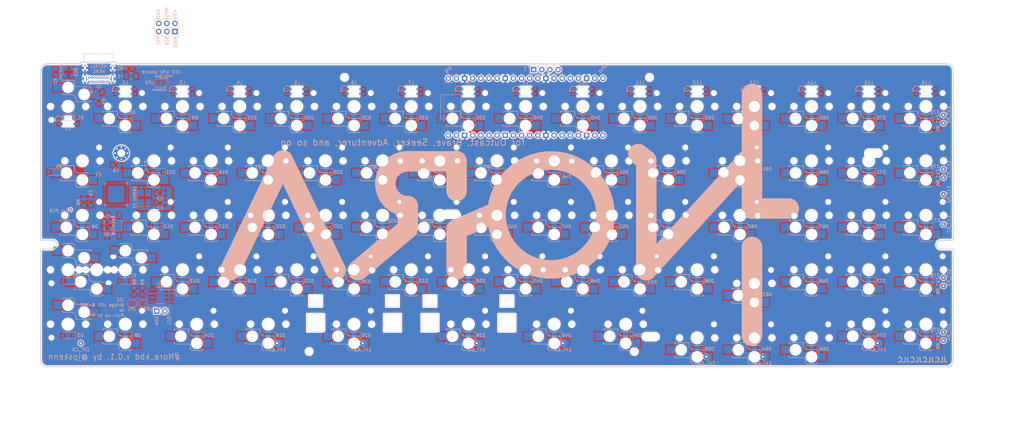
<source format=kicad_pcb>
(kicad_pcb (version 20171130) (host pcbnew "(5.1.10-1-10_14)")
  (title_block (title Nora) (date 2021-11-15) (rev v.0.1) (company @jpskenn))
  (layers (0 F.Cu signal) (31 B.Cu signal) (34 B.Paste user) (35 F.Paste user) (36 B.SilkS user) (37 F.SilkS user) (38 B.Mask user) (39 F.Mask user) (44 Edge.Cuts user))
  (net 0 "")
  (net 1 "Net-(D10-Pad2)")
  (net 2 "Net-(D12-Pad2)")
  (net 3 "Net-(D13-Pad2)")
  (net 4 "Net-(D14-Pad2)")
  (net 5 "Net-(D16-Pad2)")
  (net 6 "Net-(D17-Pad2)")
  (net 7 "Net-(D18-Pad2)")
  (net 8 "Net-(D19-Pad2)")
  (net 9 "Net-(D21-Pad2)")
  (net 10 "Net-(D23-Pad2)")
  (net 11 "Net-(D25-Pad2)")
  (net 12 "Net-(D26-Pad2)")
  (net 13 "Net-(D27-Pad2)")
  (net 14 "Net-(D28-Pad2)")
  (net 15 "Net-(D29-Pad2)")
  (net 16 "Net-(D31-Pad2)")
  (net 17 "Net-(D32-Pad2)")
  (net 18 "Net-(D35-Pad2)")
  (net 19 "Net-(D36-Pad2)")
  (net 20 "Net-(D37-Pad2)")
  (net 21 "Net-(D38-Pad2)")
  (net 22 "Net-(D39-Pad2)")
  (net 23 "Net-(D41-Pad2)")
  (net 24 "Net-(D43-Pad2)")
  (net 25 "Net-(D45-Pad2)")
  (net 26 "Net-(D46-Pad2)")
  (net 27 "Net-(D47-Pad2)")
  (net 28 "Net-(D48-Pad2)")
  (net 29 "Net-(D49-Pad2)")
  (net 30 "Net-(D52-Pad2)")
  (net 31 "Net-(D53-Pad2)")
  (net 32 "Net-(D56-Pad2)")
  (net 33 "Net-(D57-Pad2)")
  (net 34 "Net-(D61-Pad2)")
  (net 35 "Net-(D62-Pad2)")
  (net 36 "Net-(D63-Pad2)")
  (net 37 +5V)
  (net 38 GND)
  (net 39 VCC)
  (net 40 D-)
  (net 41 D+)
  (net 42 "Net-(D15-Pad2)")
  (net 43 "Net-(D64-Pad2)")
  (net 44 "Net-(D67-Pad2)")
  (net 45 "Net-(D68-Pad2)")
  (net 46 "Net-(D69-Pad2)")
  (net 47 "Net-(D71-Pad2)")
  (net 48 "Net-(J1-PadA5)")
  (net 49 "Net-(J1-PadB5)")
  (net 50 LED)
  (net 51 "Net-(D10-Pad3)")
  (net 52 "Net-(D65-Pad2)")
  (net 53 "Net-(D73-Pad2)")
  (net 54 "Net-(D74-Pad2)")
  (net 55 "Net-(D75-Pad2)")
  (net 56 "Net-(D78-Pad2)")
  (net 57 "Net-(D79-Pad2)")
  (net 58 "Net-(D33-Pad2)")
  (net 59 "Net-(D40-Pad2)")
  (net 60 "Net-(D22-Pad2)")
  (net 61 "Net-(D11-Pad2)")
  (net 62 "Net-(D30-Pad2)")
  (net 63 "Net-(D50-Pad2)")
  (net 64 MISO)
  (net 65 SCK)
  (net 66 SDA)
  (net 67 SCL)
  (net 68 RESET)
  (net 69 MOSI)
  (net 70 "Net-(D1-Pad2)")
  (net 71 row0)
  (net 72 "Net-(D2-Pad2)")
  (net 73 row3)
  (net 74 "Net-(D3-Pad2)")
  (net 75 row4)
  (net 76 "Net-(D4-Pad2)")
  (net 77 row5)
  (net 78 row6)
  (net 79 "Net-(D5-Pad2)")
  (net 80 row7)
  (net 81 "Net-(D6-Pad2)")
  (net 82 "Net-(D7-Pad2)")
  (net 83 row8)
  (net 84 "Net-(D8-Pad2)")
  (net 85 row9)
  (net 86 "Net-(D9-Pad2)")
  (net 87 row1)
  (net 88 row2)
  (net 89 "Net-(D20-Pad2)")
  (net 90 "Net-(D42-Pad2)")
  (net 91 "Net-(D51-Pad2)")
  (net 92 "Net-(D54-Pad2)")
  (net 93 "Net-(D55-Pad2)")
  (net 94 "Net-(D58-Pad2)")
  (net 95 "Net-(D59-Pad2)")
  (net 96 "Net-(D60-Pad2)")
  (net 97 "Net-(D66-Pad2)")
  (net 98 "Net-(D70-Pad2)")
  (net 99 "Net-(D72-Pad2)")
  (net 100 "Net-(D76-Pad2)")
  (net 101 "Net-(D77-Pad2)")
  (net 102 col0)
  (net 103 col1)
  (net 104 col3)
  (net 105 col5)
  (net 106 col7)
  (net 107 "Net-(L1-Pad2)")
  (net 108 "Net-(L2-Pad2)")
  (net 109 "Net-(L3-Pad2)")
  (net 110 "Net-(L4-Pad2)")
  (net 111 "Net-(L5-Pad2)")
  (net 112 "Net-(L6-Pad2)")
  (net 113 "Net-(L7-Pad2)")
  (net 114 "Net-(L8-Pad2)")
  (net 115 "Net-(L10-Pad4)")
  (net 116 "Net-(L10-Pad2)")
  (net 117 "Net-(L11-Pad2)")
  (net 118 "Net-(L12-Pad2)")
  (net 119 "Net-(L13-Pad2)")
  (net 120 "Net-(L14-Pad2)")
  (net 121 "Net-(L15-Pad2)")
  (net 122 col2)
  (net 123 col4)
  (net 124 col6)
  (net 125 Reserve_pin)
  (net 126 "Net-(JP1-Pad1)")
  (net 127 "Net-(JP2-Pad1)")
  (net 128 PICO_VBUS)
  (net 129 "Net-(JP3-Pad2)")
  (net 130 PICO_8)
  (net 131 PICO_9)
  (net 132 PICO_10)
  (net 133 PICO_11)
  (net 134 "Net-(C2-Pad1)")
  (net 135 "Net-(C3-Pad1)")
  (net 136 "Net-(C6-Pad1)")
  (net 137 "Net-(R6-Pad2)")
  (module Connector_USB:USB_C_Receptacle_GCT_USB4085 (layer B.Cu) (at 37.8 28.19)
    (fp_text reference J1 (at 2.975 1.46052) (layer B.SilkS) (effects (justify mirror)))
    (fp_text value USB_C_Receptacle_USB2.0)
    (pad S1 thru_hole oval (at 7.3 -4.36) (size 0.9 1.7) (drill oval 0.6 1.4) (layers *.Cu *.Mask) (net 38 GND))
    (pad S1 thru_hole oval (at -1.35 -4.36) (size 0.9 1.7) (drill oval 0.6 1.4) (layers *.Cu *.Mask) (net 38 GND))
    (pad S1 thru_hole oval (at 7.3 -0.98) (size 0.9 2.4) (drill oval 0.6 2.1) (layers *.Cu *.Mask) (net 38 GND))
    (pad S1 thru_hole oval (at -1.35 -0.98) (size 0.9 2.4) (drill oval 0.6 2.1) (layers *.Cu *.Mask) (net 38 GND))
    (pad B6 thru_hole circle (at 3.4 -1.35) (size 0.7 0.7) (drill 0.4) (layers *.Cu *.Mask) (net 1 "Net-(D10-Pad2)"))
    (pad B1 thru_hole circle (at 5.95 -1.35) (size 0.7 0.7) (drill 0.4) (layers *.Cu *.Mask) (net 38 GND))
    (pad B4 thru_hole circle (at 5.1 -1.35) (size 0.7 0.7) (drill 0.4) (layers *.Cu *.Mask) (net 39 VCC))
    (pad B5 thru_hole circle (at 4.25 -1.35) (size 0.7 0.7) (drill 0.4) (layers *.Cu *.Mask) (net 49 "Net-(J1-PadB5)"))
    (pad B12 thru_hole circle (at 0 -1.35) (size 0.7 0.7) (drill 0.4) (layers *.Cu *.Mask) (net 38 GND))
    (pad B8 thru_hole circle (at 1.7 -1.35) (size 0.7 0.7) (drill 0.4) (layers *.Cu *.Mask))
    (pad B7 thru_hole circle (at 2.55 -1.35) (size 0.7 0.7) (drill 0.4) (layers *.Cu *.Mask) (net 51 "Net-(D10-Pad3)"))
    (pad B9 thru_hole circle (at 0.85 -1.35) (size 0.7 0.7) (drill 0.4) (layers *.Cu *.Mask) (net 39 VCC))
    (pad A12 thru_hole circle (at 5.95 0) (size 0.7 0.7) (drill 0.4) (layers *.Cu *.Mask) (net 38 GND))
    (pad A9 thru_hole circle (at 5.1 0) (size 0.7 0.7) (drill 0.4) (layers *.Cu *.Mask) (net 39 VCC))
    (pad A8 thru_hole circle (at 4.25 0) (size 0.7 0.7) (drill 0.4) (layers *.Cu *.Mask))
    (pad A7 thru_hole circle (at 3.4 0) (size 0.7 0.7) (drill 0.4) (layers *.Cu *.Mask) (net 51 "Net-(D10-Pad3)"))
    (pad A6 thru_hole circle (at 2.55 0) (size 0.7 0.7) (drill 0.4) (layers *.Cu *.Mask) (net 1 "Net-(D10-Pad2)"))
    (pad A5 thru_hole circle (at 1.7 0) (size 0.7 0.7) (drill 0.4) (layers *.Cu *.Mask) (net 48 "Net-(J1-PadA5)"))
    (pad A4 thru_hole circle (at 0.85 0) (size 0.7 0.7) (drill 0.4) (layers *.Cu *.Mask) (net 39 VCC))
    (pad A1 thru_hole circle (at 0 0) (size 0.7 0.7) (drill 0.4) (layers *.Cu *.Mask) (net 38 GND))
  )
  (module Jones.local:YS-SK6812MINI-E (layer B.Cu) (at 31.175 40.57552)
    (fp_text reference L1 (at 0 2.25) (layer B.SilkS) (effects (justify mirror)))
    (fp_text value SK6812MINI-E)
    (fp_line (start 1.7 1.5) (end -1.7 1.5) (layer Edge.Cuts) (width 0.12))
    (fp_line (start 1.7 -1.5) (end 1.7 1.5) (layer Edge.Cuts) (width 0.12))
    (fp_line (start -1.7 -1.5) (end 1.7 -1.5) (layer Edge.Cuts) (width 0.12))
    (fp_line (start -1.7 1.5) (end -1.7 -1.5) (layer Edge.Cuts) (width 0.12))
    (pad 1 smd rect (at 2.5 0.75) (size 1.8 0.82) (layers B.Cu B.Paste B.Mask) (net 129 "Net-(JP3-Pad2)"))
    (pad 2 smd rect (at 2.5 -0.75) (size 1.8 0.82) (layers B.Cu B.Paste B.Mask) (net 107 "Net-(L1-Pad2)"))
    (pad 3 smd rect (at -2.5 -0.75) (size 1.8 0.82) (layers B.Cu B.Paste B.Mask) (net 38 GND))
    (pad 4 smd rect (at -2.5 0.75) (size 1.8 0.82) (layers B.Cu B.Paste B.Mask) (net 50 LED))
  )
  (module Jones.local:YS-SK6812MINI-E (layer B.Cu) (at 49.034333 31.17552)
    (fp_text reference L2 (at 0 -2.8) (layer B.SilkS) (effects (justify mirror)))
    (fp_text value SK6812MINI-E)
    (fp_line (start 1.7 1.5) (end -1.7 1.5) (layer Edge.Cuts) (width 0.12))
    (fp_line (start 1.7 -1.5) (end 1.7 1.5) (layer Edge.Cuts) (width 0.12))
    (fp_line (start -1.7 -1.5) (end 1.7 -1.5) (layer Edge.Cuts) (width 0.12))
    (fp_line (start -1.7 1.5) (end -1.7 -1.5) (layer Edge.Cuts) (width 0.12))
    (pad 1 smd rect (at 2.5 0.75) (size 1.8 0.82) (layers B.Cu B.Paste B.Mask) (net 129 "Net-(JP3-Pad2)"))
    (pad 2 smd rect (at 2.5 -0.75) (size 1.8 0.82) (layers B.Cu B.Paste B.Mask) (net 108 "Net-(L2-Pad2)"))
    (pad 3 smd rect (at -2.5 -0.75) (size 1.8 0.82) (layers B.Cu B.Paste B.Mask) (net 38 GND))
    (pad 4 smd rect (at -2.5 0.75) (size 1.8 0.82) (layers B.Cu B.Paste B.Mask) (net 107 "Net-(L1-Pad2)"))
  )
  (module Jones.local:YS-SK6812MINI-E (layer B.Cu) (at 66.893666 31.17552)
    (fp_text reference L3 (at 0 -2.8) (layer B.SilkS) (effects (justify mirror)))
    (fp_text value SK6812MINI-E)
    (fp_line (start 1.7 1.5) (end -1.7 1.5) (layer Edge.Cuts) (width 0.12))
    (fp_line (start 1.7 -1.5) (end 1.7 1.5) (layer Edge.Cuts) (width 0.12))
    (fp_line (start -1.7 -1.5) (end 1.7 -1.5) (layer Edge.Cuts) (width 0.12))
    (fp_line (start -1.7 1.5) (end -1.7 -1.5) (layer Edge.Cuts) (width 0.12))
    (pad 1 smd rect (at 2.5 0.75) (size 1.8 0.82) (layers B.Cu B.Paste B.Mask) (net 129 "Net-(JP3-Pad2)"))
    (pad 2 smd rect (at 2.5 -0.75) (size 1.8 0.82) (layers B.Cu B.Paste B.Mask) (net 109 "Net-(L3-Pad2)"))
    (pad 3 smd rect (at -2.5 -0.75) (size 1.8 0.82) (layers B.Cu B.Paste B.Mask) (net 38 GND))
    (pad 4 smd rect (at -2.5 0.75) (size 1.8 0.82) (layers B.Cu B.Paste B.Mask) (net 108 "Net-(L2-Pad2)"))
  )
  (module Jones.local:YS-SK6812MINI-E (layer B.Cu) (at 84.752999 31.17552)
    (fp_text reference L4 (at 0 -2.8) (layer B.SilkS) (effects (justify mirror)))
    (fp_text value SK6812MINI-E)
    (fp_line (start 1.7 1.5) (end -1.7 1.5) (layer Edge.Cuts) (width 0.12))
    (fp_line (start 1.7 -1.5) (end 1.7 1.5) (layer Edge.Cuts) (width 0.12))
    (fp_line (start -1.7 -1.5) (end 1.7 -1.5) (layer Edge.Cuts) (width 0.12))
    (fp_line (start -1.7 1.5) (end -1.7 -1.5) (layer Edge.Cuts) (width 0.12))
    (pad 1 smd rect (at 2.5 0.75) (size 1.8 0.82) (layers B.Cu B.Paste B.Mask) (net 129 "Net-(JP3-Pad2)"))
    (pad 2 smd rect (at 2.5 -0.75) (size 1.8 0.82) (layers B.Cu B.Paste B.Mask) (net 110 "Net-(L4-Pad2)"))
    (pad 3 smd rect (at -2.5 -0.75) (size 1.8 0.82) (layers B.Cu B.Paste B.Mask) (net 38 GND))
    (pad 4 smd rect (at -2.5 0.75) (size 1.8 0.82) (layers B.Cu B.Paste B.Mask) (net 109 "Net-(L3-Pad2)"))
  )
  (module Jones.local:YS-SK6812MINI-E (layer B.Cu) (at 102.612332 31.17552)
    (fp_text reference L5 (at 0 -2.8) (layer B.SilkS) (effects (justify mirror)))
    (fp_text value SK6812MINI-E)
    (fp_line (start 1.7 1.5) (end -1.7 1.5) (layer Edge.Cuts) (width 0.12))
    (fp_line (start 1.7 -1.5) (end 1.7 1.5) (layer Edge.Cuts) (width 0.12))
    (fp_line (start -1.7 -1.5) (end 1.7 -1.5) (layer Edge.Cuts) (width 0.12))
    (fp_line (start -1.7 1.5) (end -1.7 -1.5) (layer Edge.Cuts) (width 0.12))
    (pad 1 smd rect (at 2.5 0.75) (size 1.8 0.82) (layers B.Cu B.Paste B.Mask) (net 129 "Net-(JP3-Pad2)"))
    (pad 2 smd rect (at 2.5 -0.75) (size 1.8 0.82) (layers B.Cu B.Paste B.Mask) (net 111 "Net-(L5-Pad2)"))
    (pad 3 smd rect (at -2.5 -0.75) (size 1.8 0.82) (layers B.Cu B.Paste B.Mask) (net 38 GND))
    (pad 4 smd rect (at -2.5 0.75) (size 1.8 0.82) (layers B.Cu B.Paste B.Mask) (net 110 "Net-(L4-Pad2)"))
  )
  (module Jones.local:YS-SK6812MINI-E (layer B.Cu) (at 120.471665 31.17552)
    (fp_text reference L6 (at 0 -2.8) (layer B.SilkS) (effects (justify mirror)))
    (fp_text value SK6812MINI-E)
    (fp_line (start 1.7 1.5) (end -1.7 1.5) (layer Edge.Cuts) (width 0.12))
    (fp_line (start 1.7 -1.5) (end 1.7 1.5) (layer Edge.Cuts) (width 0.12))
    (fp_line (start -1.7 -1.5) (end 1.7 -1.5) (layer Edge.Cuts) (width 0.12))
    (fp_line (start -1.7 1.5) (end -1.7 -1.5) (layer Edge.Cuts) (width 0.12))
    (pad 1 smd rect (at 2.5 0.75) (size 1.8 0.82) (layers B.Cu B.Paste B.Mask) (net 129 "Net-(JP3-Pad2)"))
    (pad 2 smd rect (at 2.5 -0.75) (size 1.8 0.82) (layers B.Cu B.Paste B.Mask) (net 112 "Net-(L6-Pad2)"))
    (pad 3 smd rect (at -2.5 -0.75) (size 1.8 0.82) (layers B.Cu B.Paste B.Mask) (net 38 GND))
    (pad 4 smd rect (at -2.5 0.75) (size 1.8 0.82) (layers B.Cu B.Paste B.Mask) (net 111 "Net-(L5-Pad2)"))
  )
  (module Jones.local:YS-SK6812MINI-E (layer B.Cu) (at 138.330998 31.17552)
    (fp_text reference L7 (at 0 -2.8) (layer B.SilkS) (effects (justify mirror)))
    (fp_text value SK6812MINI-E)
    (fp_line (start 1.7 1.5) (end -1.7 1.5) (layer Edge.Cuts) (width 0.12))
    (fp_line (start 1.7 -1.5) (end 1.7 1.5) (layer Edge.Cuts) (width 0.12))
    (fp_line (start -1.7 -1.5) (end 1.7 -1.5) (layer Edge.Cuts) (width 0.12))
    (fp_line (start -1.7 1.5) (end -1.7 -1.5) (layer Edge.Cuts) (width 0.12))
    (pad 1 smd rect (at 2.5 0.75) (size 1.8 0.82) (layers B.Cu B.Paste B.Mask) (net 129 "Net-(JP3-Pad2)"))
    (pad 2 smd rect (at 2.5 -0.75) (size 1.8 0.82) (layers B.Cu B.Paste B.Mask) (net 113 "Net-(L7-Pad2)"))
    (pad 3 smd rect (at -2.5 -0.75) (size 1.8 0.82) (layers B.Cu B.Paste B.Mask) (net 38 GND))
    (pad 4 smd rect (at -2.5 0.75) (size 1.8 0.82) (layers B.Cu B.Paste B.Mask) (net 112 "Net-(L6-Pad2)"))
  )
  (module Jones.local:YS-SK6812MINI-E (layer B.Cu) (at 156.190331 31.17552)
    (fp_text reference L8 (at 0 -2.8) (layer B.SilkS) (effects (justify mirror)))
    (fp_text value SK6812MINI-E)
    (fp_line (start 1.7 1.5) (end -1.7 1.5) (layer Edge.Cuts) (width 0.12))
    (fp_line (start 1.7 -1.5) (end 1.7 1.5) (layer Edge.Cuts) (width 0.12))
    (fp_line (start -1.7 -1.5) (end 1.7 -1.5) (layer Edge.Cuts) (width 0.12))
    (fp_line (start -1.7 1.5) (end -1.7 -1.5) (layer Edge.Cuts) (width 0.12))
    (pad 1 smd rect (at 2.5 0.75) (size 1.8 0.82) (layers B.Cu B.Paste B.Mask) (net 129 "Net-(JP3-Pad2)"))
    (pad 2 smd rect (at 2.5 -0.75) (size 1.8 0.82) (layers B.Cu B.Paste B.Mask) (net 114 "Net-(L8-Pad2)"))
    (pad 3 smd rect (at -2.5 -0.75) (size 1.8 0.82) (layers B.Cu B.Paste B.Mask) (net 38 GND))
    (pad 4 smd rect (at -2.5 0.75) (size 1.8 0.82) (layers B.Cu B.Paste B.Mask) (net 113 "Net-(L7-Pad2)"))
  )
  (module Jones.local:YS-SK6812MINI-E (layer B.Cu) (at 174.049664 31.17552)
    (fp_text reference L9 (at 0 -2.8) (layer B.SilkS) (effects (justify mirror)))
    (fp_text value SK6812MINI-E)
    (fp_line (start 1.7 1.5) (end -1.7 1.5) (layer Edge.Cuts) (width 0.12))
    (fp_line (start 1.7 -1.5) (end 1.7 1.5) (layer Edge.Cuts) (width 0.12))
    (fp_line (start -1.7 -1.5) (end 1.7 -1.5) (layer Edge.Cuts) (width 0.12))
    (fp_line (start -1.7 1.5) (end -1.7 -1.5) (layer Edge.Cuts) (width 0.12))
    (pad 1 smd rect (at 2.5 0.75) (size 1.8 0.82) (layers B.Cu B.Paste B.Mask) (net 129 "Net-(JP3-Pad2)"))
    (pad 2 smd rect (at 2.5 -0.75) (size 1.8 0.82) (layers B.Cu B.Paste B.Mask) (net 115 "Net-(L10-Pad4)"))
    (pad 3 smd rect (at -2.5 -0.75) (size 1.8 0.82) (layers B.Cu B.Paste B.Mask) (net 38 GND))
    (pad 4 smd rect (at -2.5 0.75) (size 1.8 0.82) (layers B.Cu B.Paste B.Mask) (net 114 "Net-(L8-Pad2)"))
  )
  (module Jones.local:YS-SK6812MINI-E (layer B.Cu) (at 191.908997 31.17552)
    (fp_text reference L10 (at 0 -2.8) (layer B.SilkS) (effects (justify mirror)))
    (fp_text value SK6812MINI-E)
    (fp_line (start 1.7 1.5) (end -1.7 1.5) (layer Edge.Cuts) (width 0.12))
    (fp_line (start 1.7 -1.5) (end 1.7 1.5) (layer Edge.Cuts) (width 0.12))
    (fp_line (start -1.7 -1.5) (end 1.7 -1.5) (layer Edge.Cuts) (width 0.12))
    (fp_line (start -1.7 1.5) (end -1.7 -1.5) (layer Edge.Cuts) (width 0.12))
    (pad 1 smd rect (at 2.5 0.75) (size 1.8 0.82) (layers B.Cu B.Paste B.Mask) (net 129 "Net-(JP3-Pad2)"))
    (pad 2 smd rect (at 2.5 -0.75) (size 1.8 0.82) (layers B.Cu B.Paste B.Mask) (net 116 "Net-(L10-Pad2)"))
    (pad 3 smd rect (at -2.5 -0.75) (size 1.8 0.82) (layers B.Cu B.Paste B.Mask) (net 38 GND))
    (pad 4 smd rect (at -2.5 0.75) (size 1.8 0.82) (layers B.Cu B.Paste B.Mask) (net 115 "Net-(L10-Pad4)"))
  )
  (module Jones.local:YS-SK6812MINI-E (layer B.Cu) (at 209.76833 31.17552)
    (fp_text reference L11 (at 0 -2.8) (layer B.SilkS) (effects (justify mirror)))
    (fp_text value SK6812MINI-E)
    (fp_line (start 1.7 1.5) (end -1.7 1.5) (layer Edge.Cuts) (width 0.12))
    (fp_line (start 1.7 -1.5) (end 1.7 1.5) (layer Edge.Cuts) (width 0.12))
    (fp_line (start -1.7 -1.5) (end 1.7 -1.5) (layer Edge.Cuts) (width 0.12))
    (fp_line (start -1.7 1.5) (end -1.7 -1.5) (layer Edge.Cuts) (width 0.12))
    (pad 1 smd rect (at 2.5 0.75) (size 1.8 0.82) (layers B.Cu B.Paste B.Mask) (net 129 "Net-(JP3-Pad2)"))
    (pad 2 smd rect (at 2.5 -0.75) (size 1.8 0.82) (layers B.Cu B.Paste B.Mask) (net 117 "Net-(L11-Pad2)"))
    (pad 3 smd rect (at -2.5 -0.75) (size 1.8 0.82) (layers B.Cu B.Paste B.Mask) (net 38 GND))
    (pad 4 smd rect (at -2.5 0.75) (size 1.8 0.82) (layers B.Cu B.Paste B.Mask) (net 116 "Net-(L10-Pad2)"))
  )
  (module Jones.local:YS-SK6812MINI-E (layer B.Cu) (at 227.627663 31.17552)
    (fp_text reference L12 (at 0 -2.8) (layer B.SilkS) (effects (justify mirror)))
    (fp_text value SK6812MINI-E)
    (fp_line (start 1.7 1.5) (end -1.7 1.5) (layer Edge.Cuts) (width 0.12))
    (fp_line (start 1.7 -1.5) (end 1.7 1.5) (layer Edge.Cuts) (width 0.12))
    (fp_line (start -1.7 -1.5) (end 1.7 -1.5) (layer Edge.Cuts) (width 0.12))
    (fp_line (start -1.7 1.5) (end -1.7 -1.5) (layer Edge.Cuts) (width 0.12))
    (pad 1 smd rect (at 2.5 0.75) (size 1.8 0.82) (layers B.Cu B.Paste B.Mask) (net 129 "Net-(JP3-Pad2)"))
    (pad 2 smd rect (at 2.5 -0.75) (size 1.8 0.82) (layers B.Cu B.Paste B.Mask) (net 118 "Net-(L12-Pad2)"))
    (pad 3 smd rect (at -2.5 -0.75) (size 1.8 0.82) (layers B.Cu B.Paste B.Mask) (net 38 GND))
    (pad 4 smd rect (at -2.5 0.75) (size 1.8 0.82) (layers B.Cu B.Paste B.Mask) (net 117 "Net-(L11-Pad2)"))
  )
  (module Jones.local:YS-SK6812MINI-E (layer B.Cu) (at 245.486996 31.17552)
    (fp_text reference L13 (at 0 -2.8) (layer B.SilkS) (effects (justify mirror)))
    (fp_text value SK6812MINI-E)
    (fp_line (start 1.7 1.5) (end -1.7 1.5) (layer Edge.Cuts) (width 0.12))
    (fp_line (start 1.7 -1.5) (end 1.7 1.5) (layer Edge.Cuts) (width 0.12))
    (fp_line (start -1.7 -1.5) (end 1.7 -1.5) (layer Edge.Cuts) (width 0.12))
    (fp_line (start -1.7 1.5) (end -1.7 -1.5) (layer Edge.Cuts) (width 0.12))
    (pad 1 smd rect (at 2.5 0.75) (size 1.8 0.82) (layers B.Cu B.Paste B.Mask) (net 129 "Net-(JP3-Pad2)"))
    (pad 2 smd rect (at 2.5 -0.75) (size 1.8 0.82) (layers B.Cu B.Paste B.Mask) (net 119 "Net-(L13-Pad2)"))
    (pad 3 smd rect (at -2.5 -0.75) (size 1.8 0.82) (layers B.Cu B.Paste B.Mask) (net 38 GND))
    (pad 4 smd rect (at -2.5 0.75) (size 1.8 0.82) (layers B.Cu B.Paste B.Mask) (net 118 "Net-(L12-Pad2)"))
  )
  (module Jones.local:YS-SK6812MINI-E (layer B.Cu) (at 263.346329 31.17552)
    (fp_text reference L14 (at 0 -2.8) (layer B.SilkS) (effects (justify mirror)))
    (fp_text value SK6812MINI-E)
    (fp_line (start 1.7 1.5) (end -1.7 1.5) (layer Edge.Cuts) (width 0.12))
    (fp_line (start 1.7 -1.5) (end 1.7 1.5) (layer Edge.Cuts) (width 0.12))
    (fp_line (start -1.7 -1.5) (end 1.7 -1.5) (layer Edge.Cuts) (width 0.12))
    (fp_line (start -1.7 1.5) (end -1.7 -1.5) (layer Edge.Cuts) (width 0.12))
    (pad 1 smd rect (at 2.5 0.75) (size 1.8 0.82) (layers B.Cu B.Paste B.Mask) (net 129 "Net-(JP3-Pad2)"))
    (pad 2 smd rect (at 2.5 -0.75) (size 1.8 0.82) (layers B.Cu B.Paste B.Mask) (net 120 "Net-(L14-Pad2)"))
    (pad 3 smd rect (at -2.5 -0.75) (size 1.8 0.82) (layers B.Cu B.Paste B.Mask) (net 38 GND))
    (pad 4 smd rect (at -2.5 0.75) (size 1.8 0.82) (layers B.Cu B.Paste B.Mask) (net 119 "Net-(L13-Pad2)"))
  )
  (module Jones.local:YS-SK6812MINI-E (layer B.Cu) (at 281.205662 31.17552)
    (fp_text reference L15 (at 0 -2.8) (layer B.SilkS) (effects (justify mirror)))
    (fp_text value SK6812MINI-E)
    (fp_line (start 1.7 1.5) (end -1.7 1.5) (layer Edge.Cuts) (width 0.12))
    (fp_line (start 1.7 -1.5) (end 1.7 1.5) (layer Edge.Cuts) (width 0.12))
    (fp_line (start -1.7 -1.5) (end 1.7 -1.5) (layer Edge.Cuts) (width 0.12))
    (fp_line (start -1.7 1.5) (end -1.7 -1.5) (layer Edge.Cuts) (width 0.12))
    (pad 1 smd rect (at 2.5 0.75) (size 1.8 0.82) (layers B.Cu B.Paste B.Mask) (net 129 "Net-(JP3-Pad2)"))
    (pad 2 smd rect (at 2.5 -0.75) (size 1.8 0.82) (layers B.Cu B.Paste B.Mask) (net 121 "Net-(L15-Pad2)"))
    (pad 3 smd rect (at -2.5 -0.75) (size 1.8 0.82) (layers B.Cu B.Paste B.Mask) (net 38 GND))
    (pad 4 smd rect (at -2.5 0.75) (size 1.8 0.82) (layers B.Cu B.Paste B.Mask) (net 120 "Net-(L14-Pad2)"))
  )
  (module Jones.local:YS-SK6812MINI-E (layer B.Cu) (at 299.065 31.17552)
    (fp_text reference L16 (at 0 -2.8) (layer B.SilkS) (effects (justify mirror)))
    (fp_text value SK6812MINI-E)
    (fp_line (start 1.7 1.5) (end -1.7 1.5) (layer Edge.Cuts) (width 0.12))
    (fp_line (start 1.7 -1.5) (end 1.7 1.5) (layer Edge.Cuts) (width 0.12))
    (fp_line (start -1.7 -1.5) (end 1.7 -1.5) (layer Edge.Cuts) (width 0.12))
    (fp_line (start -1.7 1.5) (end -1.7 -1.5) (layer Edge.Cuts) (width 0.12))
    (pad 1 smd rect (at 2.5 0.75) (size 1.8 0.82) (layers B.Cu B.Paste B.Mask) (net 129 "Net-(JP3-Pad2)"))
    (pad 2 smd rect (at 2.5 -0.75) (size 1.8 0.82) (layers B.Cu B.Paste B.Mask))
    (pad 3 smd rect (at -2.5 -0.75) (size 1.8 0.82) (layers B.Cu B.Paste B.Mask) (net 38 GND))
    (pad 4 smd rect (at -2.5 0.75) (size 1.8 0.82) (layers B.Cu B.Paste B.Mask) (net 121 "Net-(L15-Pad2)"))
  )
  (module Jumper:SolderJumper-3_P1.3mm_Open_RoundedPad1.0x1.5mm (layer B.Cu) (at 60.249984 28.47552 180)
    (fp_text reference JP3 (at 3.6 0) (layer B.SilkS) (effects (justify mirror)))
    (fp_text value SolderJumper_3_Open)
    (fp_text user "LED +5V source" (at 0 3.4 180) (layer B.SilkS) (effects (justify mirror)))
    (fp_text user "PICO VBUS" (at -0.8 2.05 180) (layer B.SilkS) (effects (font (size 0.7 0.7) (thickness 0.12)) (justify mirror)))
    (fp_text user Onboard (at 0.55 -2.2 180) (layer B.SilkS) (effects (font (size 0.7 0.7) (thickness 0.12)) (justify mirror)))
    (pad 2 smd rect (at 0 0 180) (size 1 1.5) (layers B.Cu B.Mask) (net 129 "Net-(JP3-Pad2)"))
    (pad 3 smd custom (at 1.3 0 180) (size 1 0.5) (layers B.Cu B.Mask) (net 37 +5V) (options (clearance outline) (anchor rect)) (primitives (gr_circle (center 0 -0.25) (end 0.5 -0.25) (width 0)) (gr_circle (center 0 0.25) (end 0.5 0.25) (width 0)) (gr_poly (pts (xy -0.55 0.75) (xy 0 0.75) (xy 0 -0.75) (xy -0.55 -0.75)) (width 0))))
    (pad 1 smd custom (at -1.3 0 180) (size 1 0.5) (layers B.Cu B.Mask) (net 128 PICO_VBUS) (options (clearance outline) (anchor rect)) (primitives (gr_circle (center 0 -0.25) (end 0.5 -0.25) (width 0)) (gr_circle (center 0 0.25) (end 0.5 0.25) (width 0)) (gr_poly (pts (xy 0.55 0.75) (xy 0 0.75) (xy 0 -0.75) (xy 0.55 -0.75)) (width 0))))
  )
  (module MCU_RaspberryPi_and_Boards:RPi_Pico_TH_no_NPTH_SWD_less_Silk_NoCrtYd (layer B.Cu) (at 174.049984 35.97552 270)
    (fp_text reference U4 (at 0 0 270) (layer B.SilkS) (effects (justify mirror)))
    (fp_text value Pico)
    (fp_text user GP15 (at -11.854 -24.13 225) (layer B.SilkS) (effects (font (size 0.8 0.8)) (justify mirror)))
    (fp_text user GP0 (at -11.6 24.13 225) (layer B.SilkS) (effects (font (size 0.8 0.8)) (justify mirror)))
    (pad 40 thru_hole oval (at 8.89 24.13 270) (size 1.7 1.7) (drill 1.02) (layers *.Cu *.Mask) (net 128 PICO_VBUS))
    (pad 39 thru_hole oval (at 8.89 21.59 270) (size 1.7 1.7) (drill 1.02) (layers *.Cu *.Mask))
    (pad 38 thru_hole rect (at 8.89 19.05 270) (size 1.7 1.7) (drill 1.02) (layers *.Cu *.Mask) (net 38 GND))
    (pad 37 thru_hole oval (at 8.89 16.51 270) (size 1.7 1.7) (drill 1.02) (layers *.Cu *.Mask))
    (pad 36 thru_hole oval (at 8.89 13.97 270) (size 1.7 1.7) (drill 1.02) (layers *.Cu *.Mask))
    (pad 35 thru_hole oval (at 8.89 11.43 270) (size 1.7 1.7) (drill 1.02) (layers *.Cu *.Mask))
    (pad 34 thru_hole oval (at 8.89 8.89 270) (size 1.7 1.7) (drill 1.02) (layers *.Cu *.Mask) (net 50 LED))
    (pad 33 thru_hole rect (at 8.89 6.35 270) (size 1.7 1.7) (drill 1.02) (layers *.Cu *.Mask))
    (pad 32 thru_hole oval (at 8.89 3.81 270) (size 1.7 1.7) (drill 1.02) (layers *.Cu *.Mask) (net 87 row1))
    (pad 31 thru_hole oval (at 8.89 1.27 270) (size 1.7 1.7) (drill 1.02) (layers *.Cu *.Mask) (net 78 row6))
    (pad 30 thru_hole oval (at 8.89 -1.27 270) (size 1.7 1.7) (drill 1.02) (layers *.Cu *.Mask))
    (pad 29 thru_hole oval (at 8.89 -3.81 270) (size 1.7 1.7) (drill 1.02) (layers *.Cu *.Mask) (net 88 row2))
    (pad 28 thru_hole rect (at 8.89 -6.35 270) (size 1.7 1.7) (drill 1.02) (layers *.Cu *.Mask) (net 38 GND))
    (pad 27 thru_hole oval (at 8.89 -8.89 270) (size 1.7 1.7) (drill 1.02) (layers *.Cu *.Mask) (net 80 row7))
    (pad 26 thru_hole oval (at 8.89 -11.43 270) (size 1.7 1.7) (drill 1.02) (layers *.Cu *.Mask))
    (pad 25 thru_hole oval (at 8.89 -13.97 270) (size 1.7 1.7) (drill 1.02) (layers *.Cu *.Mask) (net 73 row3))
    (pad 24 thru_hole oval (at 8.89 -16.51 270) (size 1.7 1.7) (drill 1.02) (layers *.Cu *.Mask) (net 83 row8))
    (pad 23 thru_hole rect (at 8.89 -19.05 270) (size 1.7 1.7) (drill 1.02) (layers *.Cu *.Mask) (net 38 GND))
    (pad 22 thru_hole oval (at 8.89 -21.59 270) (size 1.7 1.7) (drill 1.02) (layers *.Cu *.Mask) (net 75 row4))
    (pad 21 thru_hole oval (at 8.89 -24.13 270) (size 1.7 1.7) (drill 1.02) (layers *.Cu *.Mask) (net 85 row9))
    (pad 20 thru_hole oval (at -8.89 -24.13 270) (size 1.7 1.7) (drill 1.02) (layers *.Cu *.Mask) (net 106 col7))
    (pad 19 thru_hole oval (at -8.89 -21.59 270) (size 1.7 1.7) (drill 1.02) (layers *.Cu *.Mask) (net 124 col6))
    (pad 18 thru_hole rect (at -8.89 -19.05 270) (size 1.7 1.7) (drill 1.02) (layers *.Cu *.Mask) (net 38 GND))
    (pad 17 thru_hole oval (at -8.89 -16.51 270) (size 1.7 1.7) (drill 1.02) (layers *.Cu *.Mask) (net 105 col5))
    (pad 16 thru_hole oval (at -8.89 -13.97 270) (size 1.7 1.7) (drill 1.02) (layers *.Cu *.Mask) (net 123 col4))
    (pad 15 thru_hole oval (at -8.89 -11.43 270) (size 1.7 1.7) (drill 1.02) (layers *.Cu *.Mask) (net 133 PICO_11))
    (pad 14 thru_hole oval (at -8.89 -8.89 270) (size 1.7 1.7) (drill 1.02) (layers *.Cu *.Mask) (net 132 PICO_10))
    (pad 13 thru_hole rect (at -8.89 -6.35 270) (size 1.7 1.7) (drill 1.02) (layers *.Cu *.Mask) (net 38 GND))
    (pad 12 thru_hole oval (at -8.89 -3.81 270) (size 1.7 1.7) (drill 1.02) (layers *.Cu *.Mask) (net 131 PICO_9))
    (pad 11 thru_hole oval (at -8.89 -1.27 270) (size 1.7 1.7) (drill 1.02) (layers *.Cu *.Mask) (net 130 PICO_8))
    (pad 10 thru_hole oval (at -8.89 1.27 270) (size 1.7 1.7) (drill 1.02) (layers *.Cu *.Mask) (net 77 row5))
    (pad 9 thru_hole oval (at -8.89 3.81 270) (size 1.7 1.7) (drill 1.02) (layers *.Cu *.Mask) (net 71 row0))
    (pad 8 thru_hole rect (at -8.89 6.35 270) (size 1.7 1.7) (drill 1.02) (layers *.Cu *.Mask) (net 38 GND))
    (pad 7 thru_hole oval (at -8.89 8.89 270) (size 1.7 1.7) (drill 1.02) (layers *.Cu *.Mask) (net 104 col3))
    (pad 6 thru_hole oval (at -8.89 11.43 270) (size 1.7 1.7) (drill 1.02) (layers *.Cu *.Mask) (net 122 col2))
    (pad 5 thru_hole oval (at -8.89 13.97 270) (size 1.7 1.7) (drill 1.02) (layers *.Cu *.Mask) (net 103 col1))
    (pad 4 thru_hole oval (at -8.89 16.51 270) (size 1.7 1.7) (drill 1.02) (layers *.Cu *.Mask) (net 102 col0))
    (pad 3 thru_hole rect (at -8.89 19.05 270) (size 1.7 1.7) (drill 1.02) (layers *.Cu *.Mask) (net 38 GND))
    (pad 2 thru_hole oval (at -8.89 21.59 270) (size 1.7 1.7) (drill 1.02) (layers *.Cu *.Mask) (net 67 SCL))
    (pad 1 thru_hole oval (at -8.89 24.13 270) (size 1.7 1.7) (drill 1.02) (layers *.Cu *.Mask) (net 66 SDA))
  )
  (module Connector_PinHeader_2.54mm:PinHeader_1x04_P2.54mm_Vertical (layer B.Cu) (at 176.549984 24.37552 270)
    (fp_text reference J2 hide)
    (fp_text value Conn_01x04)
    (fp_text user 8 (at -1.025 1.4 270) (layer B.SilkS) (effects (font (size 0.7 0.7) (thickness 0.1)) (justify mirror)))
    (fp_text user 11 (at -1.025 -6.35 270) (layer B.SilkS) (effects (font (size 0.7 0.7) (thickness 0.1)) (justify mirror)))
    (fp_text user 10 (at -1 -3.85 270) (layer B.SilkS) (effects (font (size 0.7 0.7) (thickness 0.1)) (justify mirror)))
    (fp_text user 9 (at -1.025 -1.55 270) (layer B.SilkS) (effects (font (size 0.7 0.7) (thickness 0.1)) (justify mirror)))
    (fp_text user GP (at -0.225 2.575 90) (layer B.SilkS) (effects (font (size 0.7 0.7) (thickness 0.1)) (justify mirror)))
    (pad 4 thru_hole oval (at 0 -7.62 270) (size 1.7 1.7) (drill 1) (layers *.Cu *.Mask) (net 133 PICO_11))
    (pad 3 thru_hole oval (at 0 -5.08 270) (size 1.7 1.7) (drill 1) (layers *.Cu *.Mask) (net 132 PICO_10))
    (pad 2 thru_hole oval (at 0 -2.54 270) (size 1.7 1.7) (drill 1) (layers *.Cu *.Mask) (net 131 PICO_9))
    (pad 1 thru_hole rect (at 0 0 270) (size 1.7 1.7) (drill 1) (layers *.Cu *.Mask) (net 130 PICO_8))
  )
  (module locallib:D_SOD-123_Refelence@Left (layer B.Cu) (at 31.18 39.36052 180)
    (fp_text reference D1 (at -3.9 0 180) (layer B.SilkS) (effects (justify mirror)))
    (fp_text value D_Small)
    (pad 1 smd rect (at -1.65 0 180) (size 0.9 1.2) (layers B.Cu B.Paste B.Mask) (net 71 row0))
    (pad 2 smd rect (at 1.65 0 180) (size 0.9 1.2) (layers B.Cu B.Paste B.Mask) (net 70 "Net-(D1-Pad2)"))
  )
  (module locallib:D_SOD-123_Refelence@Left (layer B.Cu) (at 31.17 90.35052 180)
    (fp_text reference D2 (at -2.33 1.8 180) (layer B.SilkS) (effects (justify mirror)))
    (fp_text value D_Small)
    (pad 1 smd rect (at -1.65 0 180) (size 0.9 1.2) (layers B.Cu B.Paste B.Mask) (net 73 row3))
    (pad 2 smd rect (at 1.65 0 180) (size 0.9 1.2) (layers B.Cu B.Paste B.Mask) (net 72 "Net-(D2-Pad2)"))
  )
  (module locallib:D_SOD-123_Refelence@Left (layer B.Cu) (at 31.15 107.35052 180)
    (fp_text reference D3 (at -3.9 0 180) (layer B.SilkS) (effects (justify mirror)))
    (fp_text value D_Small)
    (pad 1 smd rect (at -1.65 0 180) (size 0.9 1.2) (layers B.Cu B.Paste B.Mask) (net 75 row4))
    (pad 2 smd rect (at 1.65 0 180) (size 0.9 1.2) (layers B.Cu B.Paste B.Mask) (net 74 "Net-(D3-Pad2)"))
  )
  (module locallib:D_SOD-123_Refelence@Left (layer B.Cu) (at 49.039333 39.36052 180)
    (fp_text reference D4 (at -2.260667 1.76 180) (layer B.SilkS) (effects (justify mirror)))
    (fp_text value D_Small)
    (pad 1 smd rect (at -1.65 0 180) (size 0.9 1.2) (layers B.Cu B.Paste B.Mask) (net 77 row5))
    (pad 2 smd rect (at 1.65 0 180) (size 0.9 1.2) (layers B.Cu B.Paste B.Mask) (net 76 "Net-(D4-Pad2)"))
  )
  (module locallib:D_SOD-123_Refelence@Left (layer B.Cu) (at 26.79 56.35052 180)
    (fp_text reference D5 (at -1.585 1.825 180) (layer B.SilkS) (effects (justify mirror)))
    (fp_text value D_Small)
    (pad 1 smd rect (at -1.65 0 180) (size 0.9 1.2) (layers B.Cu B.Paste B.Mask) (net 78 row6))
    (pad 2 smd rect (at 1.65 0 180) (size 0.9 1.2) (layers B.Cu B.Paste B.Mask) (net 79 "Net-(D5-Pad2)"))
  )
  (module locallib:D_SOD-123_Refelence@Left (layer B.Cu) (at 35.65 73.35052 180)
    (fp_text reference D6 (at -3.9 0 180) (layer B.SilkS) (effects (justify mirror)))
    (fp_text value D_Small)
    (pad 1 smd rect (at -1.65 0 180) (size 0.9 1.2) (layers B.Cu B.Paste B.Mask) (net 80 row7))
    (pad 2 smd rect (at 1.65 0 180) (size 0.9 1.2) (layers B.Cu B.Paste B.Mask) (net 81 "Net-(D6-Pad2)"))
  )
  (module locallib:D_SOD-123_Refelence@Left (layer B.Cu) (at 49.029333 90.35052 180)
    (fp_text reference D7 (at -2.545667 1.725 180) (layer B.SilkS) (effects (justify mirror)))
    (fp_text value D_Small)
    (pad 1 smd rect (at -1.65 0 180) (size 0.9 1.2) (layers B.Cu B.Paste B.Mask) (net 83 row8))
    (pad 2 smd rect (at 1.65 0 180) (size 0.9 1.2) (layers B.Cu B.Paste B.Mask) (net 82 "Net-(D7-Pad2)"))
  )
  (module locallib:D_SOD-123_Refelence@Left (layer B.Cu) (at 49.05 107.35052 180)
    (fp_text reference D8 (at -3.9 0 180) (layer B.SilkS) (effects (justify mirror)))
    (fp_text value D_Small)
    (pad 1 smd rect (at -1.65 0 180) (size 0.9 1.2) (layers B.Cu B.Paste B.Mask) (net 85 row9))
    (pad 2 smd rect (at 1.65 0 180) (size 0.9 1.2) (layers B.Cu B.Paste B.Mask) (net 84 "Net-(D8-Pad2)"))
  )
  (module locallib:D_SOD-123_Refelence@Left (layer B.Cu) (at 66.898666 39.36052 180)
    (fp_text reference D9 (at -3.9 0 180) (layer B.SilkS) (effects (justify mirror)))
    (fp_text value D_Small)
    (pad 1 smd rect (at -1.65 0 180) (size 0.9 1.2) (layers B.Cu B.Paste B.Mask) (net 71 row0))
    (pad 2 smd rect (at 1.65 0 180) (size 0.9 1.2) (layers B.Cu B.Paste B.Mask) (net 86 "Net-(D9-Pad2)"))
  )
  (module locallib:D_SOD-123_Refelence@Left (layer B.Cu) (at 59.32 56.36052 180)
    (fp_text reference D11 (at -3.9 0 180) (layer B.SilkS) (effects (justify mirror)))
    (fp_text value D_Small)
    (pad 1 smd rect (at -1.65 0 180) (size 0.9 1.2) (layers B.Cu B.Paste B.Mask) (net 87 row1))
    (pad 2 smd rect (at 1.65 0 180) (size 0.9 1.2) (layers B.Cu B.Paste B.Mask) (net 61 "Net-(D11-Pad2)"))
  )
  (module locallib:D_SOD-123_Refelence@Left (layer B.Cu) (at 58.65 73.35052 180)
    (fp_text reference D12 (at -3.9 0 180) (layer B.SilkS) (effects (justify mirror)))
    (fp_text value D_Small)
    (pad 1 smd rect (at -1.65 0 180) (size 0.9 1.2) (layers B.Cu B.Paste B.Mask) (net 88 row2))
    (pad 2 smd rect (at 1.65 0 180) (size 0.9 1.2) (layers B.Cu B.Paste B.Mask) (net 2 "Net-(D12-Pad2)"))
  )
  (module locallib:D_SOD-123_Refelence@Left (layer B.Cu) (at 66.888666 90.35052 180)
    (fp_text reference D13 (at -3.9 0 180) (layer B.SilkS) (effects (justify mirror)))
    (fp_text value D_Small)
    (pad 1 smd rect (at -1.65 0 180) (size 0.9 1.2) (layers B.Cu B.Paste B.Mask) (net 73 row3))
    (pad 2 smd rect (at 1.65 0 180) (size 0.9 1.2) (layers B.Cu B.Paste B.Mask) (net 3 "Net-(D13-Pad2)"))
  )
  (module locallib:D_SOD-123_Refelence@Left (layer B.Cu) (at 71.35 107.35052 180)
    (fp_text reference D14 (at -3.9 0 180) (layer B.SilkS) (effects (justify mirror)))
    (fp_text value D_Small)
    (pad 1 smd rect (at -1.65 0 180) (size 0.9 1.2) (layers B.Cu B.Paste B.Mask) (net 75 row4))
    (pad 2 smd rect (at 1.65 0 180) (size 0.9 1.2) (layers B.Cu B.Paste B.Mask) (net 4 "Net-(D14-Pad2)"))
  )
  (module locallib:D_SOD-123_Refelence@Left (layer B.Cu) (at 84.757999 39.36052 180)
    (fp_text reference D15 (at -3.9 0 180) (layer B.SilkS) (effects (justify mirror)))
    (fp_text value D_Small)
    (pad 1 smd rect (at -1.65 0 180) (size 0.9 1.2) (layers B.Cu B.Paste B.Mask) (net 77 row5))
    (pad 2 smd rect (at 1.65 0 180) (size 0.9 1.2) (layers B.Cu B.Paste B.Mask) (net 42 "Net-(D15-Pad2)"))
  )
  (module locallib:D_SOD-123_Refelence@Left (layer B.Cu) (at 75.828888 56.37052 180)
    (fp_text reference D16 (at -3.9 0 180) (layer B.SilkS) (effects (justify mirror)))
    (fp_text value D_Small)
    (pad 1 smd rect (at -1.65 0 180) (size 0.9 1.2) (layers B.Cu B.Paste B.Mask) (net 78 row6))
    (pad 2 smd rect (at 1.65 0 180) (size 0.9 1.2) (layers B.Cu B.Paste B.Mask) (net 5 "Net-(D16-Pad2)"))
  )
  (module locallib:D_SOD-123_Refelence@Left (layer B.Cu) (at 75.828888 73.35052 180)
    (fp_text reference D17 (at -3.9 0 180) (layer B.SilkS) (effects (justify mirror)))
    (fp_text value D_Small)
    (pad 1 smd rect (at -1.65 0 180) (size 0.9 1.2) (layers B.Cu B.Paste B.Mask) (net 80 row7))
    (pad 2 smd rect (at 1.65 0 180) (size 0.9 1.2) (layers B.Cu B.Paste B.Mask) (net 6 "Net-(D17-Pad2)"))
  )
  (module locallib:D_SOD-123_Refelence@Left (layer B.Cu) (at 84.747999 90.35052 180)
    (fp_text reference D18 (at -3.9 0 180) (layer B.SilkS) (effects (justify mirror)))
    (fp_text value D_Small)
    (pad 1 smd rect (at -1.65 0 180) (size 0.9 1.2) (layers B.Cu B.Paste B.Mask) (net 83 row8))
    (pad 2 smd rect (at 1.65 0 180) (size 0.9 1.2) (layers B.Cu B.Paste B.Mask) (net 7 "Net-(D18-Pad2)"))
  )
  (module locallib:D_SOD-123_Refelence@Left (layer B.Cu) (at 93.7 107.35052 180)
    (fp_text reference D19 (at -3.9 0 180) (layer B.SilkS) (effects (justify mirror)))
    (fp_text value D_Small)
    (pad 1 smd rect (at -1.65 0 180) (size 0.9 1.2) (layers B.Cu B.Paste B.Mask) (net 85 row9))
    (pad 2 smd rect (at 1.65 0 180) (size 0.9 1.2) (layers B.Cu B.Paste B.Mask) (net 8 "Net-(D19-Pad2)"))
  )
  (module locallib:D_SOD-123_Refelence@Left (layer B.Cu) (at 102.617332 39.36052 180)
    (fp_text reference D20 (at -3.9 0 180) (layer B.SilkS) (effects (justify mirror)))
    (fp_text value D_Small)
    (pad 1 smd rect (at -1.65 0 180) (size 0.9 1.2) (layers B.Cu B.Paste B.Mask) (net 71 row0))
    (pad 2 smd rect (at 1.65 0 180) (size 0.9 1.2) (layers B.Cu B.Paste B.Mask) (net 89 "Net-(D20-Pad2)"))
  )
  (module locallib:D_SOD-123_Refelence@Left (layer B.Cu) (at 93.687776 56.37052 180)
    (fp_text reference D21 (at 2.837776 1.67 180) (layer B.SilkS) (effects (justify mirror)))
    (fp_text value D_Small)
    (pad 1 smd rect (at -1.65 0 180) (size 0.9 1.2) (layers B.Cu B.Paste B.Mask) (net 87 row1))
    (pad 2 smd rect (at 1.65 0 180) (size 0.9 1.2) (layers B.Cu B.Paste B.Mask) (net 9 "Net-(D21-Pad2)"))
  )
  (module locallib:D_SOD-123_Refelence@Left (layer B.Cu) (at 93.687776 73.35052 180)
    (fp_text reference D22 (at -3.9 0 180) (layer B.SilkS) (effects (justify mirror)))
    (fp_text value D_Small)
    (pad 1 smd rect (at -1.65 0 180) (size 0.9 1.2) (layers B.Cu B.Paste B.Mask) (net 88 row2))
    (pad 2 smd rect (at 1.65 0 180) (size 0.9 1.2) (layers B.Cu B.Paste B.Mask) (net 60 "Net-(D22-Pad2)"))
  )
  (module locallib:D_SOD-123_Refelence@Left (layer B.Cu) (at 102.607332 90.35052 180)
    (fp_text reference D23 (at -3.9 0 180) (layer B.SilkS) (effects (justify mirror)))
    (fp_text value D_Small)
    (pad 1 smd rect (at -1.65 0 180) (size 0.9 1.2) (layers B.Cu B.Paste B.Mask) (net 73 row3))
    (pad 2 smd rect (at 1.65 0 180) (size 0.9 1.2) (layers B.Cu B.Paste B.Mask) (net 10 "Net-(D23-Pad2)"))
  )
  (module locallib:D_SOD-123_Refelence@Left (layer B.Cu) (at 120.476665 39.36052 180)
    (fp_text reference D25 (at -3.9 0 180) (layer B.SilkS) (effects (justify mirror)))
    (fp_text value D_Small)
    (pad 1 smd rect (at -1.65 0 180) (size 0.9 1.2) (layers B.Cu B.Paste B.Mask) (net 77 row5))
    (pad 2 smd rect (at 1.65 0 180) (size 0.9 1.2) (layers B.Cu B.Paste B.Mask) (net 11 "Net-(D25-Pad2)"))
  )
  (module locallib:D_SOD-123_Refelence@Left (layer B.Cu) (at 111.546664 56.37052 180)
    (fp_text reference D26 (at -3.9 0 180) (layer B.SilkS) (effects (justify mirror)))
    (fp_text value D_Small)
    (pad 1 smd rect (at -1.65 0 180) (size 0.9 1.2) (layers B.Cu B.Paste B.Mask) (net 78 row6))
    (pad 2 smd rect (at 1.65 0 180) (size 0.9 1.2) (layers B.Cu B.Paste B.Mask) (net 12 "Net-(D26-Pad2)"))
  )
  (module locallib:D_SOD-123_Refelence@Left (layer B.Cu) (at 111.546664 73.35052 180)
    (fp_text reference D27 (at -3.9 0 180) (layer B.SilkS) (effects (justify mirror)))
    (fp_text value D_Small)
    (pad 1 smd rect (at -1.65 0 180) (size 0.9 1.2) (layers B.Cu B.Paste B.Mask) (net 80 row7))
    (pad 2 smd rect (at 1.65 0 180) (size 0.9 1.2) (layers B.Cu B.Paste B.Mask) (net 13 "Net-(D27-Pad2)"))
  )
  (module locallib:D_SOD-123_Refelence@Left (layer B.Cu) (at 120.466665 90.35052 180)
    (fp_text reference D28 (at -3.883319 -0.225 180) (layer B.SilkS) (effects (justify mirror)))
    (fp_text value D_Small)
    (pad 1 smd rect (at -1.65 0 180) (size 0.9 1.2) (layers B.Cu B.Paste B.Mask) (net 83 row8))
    (pad 2 smd rect (at 1.65 0 180) (size 0.9 1.2) (layers B.Cu B.Paste B.Mask) (net 14 "Net-(D28-Pad2)"))
  )
  (module locallib:D_SOD-123_Refelence@Left (layer B.Cu) (at 120.45 107.35052 180)
    (fp_text reference D29 (at -3.9 0 180) (layer B.SilkS) (effects (justify mirror)))
    (fp_text value D_Small)
    (pad 1 smd rect (at -1.65 0 180) (size 0.9 1.2) (layers B.Cu B.Paste B.Mask) (net 85 row9))
    (pad 2 smd rect (at 1.65 0 180) (size 0.9 1.2) (layers B.Cu B.Paste B.Mask) (net 15 "Net-(D29-Pad2)"))
  )
  (module locallib:D_SOD-123_Refelence@Left (layer B.Cu) (at 138.335998 39.36052 180)
    (fp_text reference D30 (at -3.9 0 180) (layer B.SilkS) (effects (justify mirror)))
    (fp_text value D_Small)
    (pad 1 smd rect (at -1.65 0 180) (size 0.9 1.2) (layers B.Cu B.Paste B.Mask) (net 71 row0))
    (pad 2 smd rect (at 1.65 0 180) (size 0.9 1.2) (layers B.Cu B.Paste B.Mask) (net 62 "Net-(D30-Pad2)"))
  )
  (module locallib:D_SOD-123_Refelence@Left (layer B.Cu) (at 129.405552 56.37052 180)
    (fp_text reference D31 (at 2.955552 1.67 180) (layer B.SilkS) (effects (justify mirror)))
    (fp_text value D_Small)
    (pad 1 smd rect (at -1.65 0 180) (size 0.9 1.2) (layers B.Cu B.Paste B.Mask) (net 87 row1))
    (pad 2 smd rect (at 1.65 0 180) (size 0.9 1.2) (layers B.Cu B.Paste B.Mask) (net 16 "Net-(D31-Pad2)"))
  )
  (module locallib:D_SOD-123_Refelence@Left (layer B.Cu) (at 129.405552 73.35052 180)
    (fp_text reference D32 (at -3.044432 1.775 180) (layer B.SilkS) (effects (justify mirror)))
    (fp_text value D_Small)
    (pad 1 smd rect (at -1.65 0 180) (size 0.9 1.2) (layers B.Cu B.Paste B.Mask) (net 88 row2))
    (pad 2 smd rect (at 1.65 0 180) (size 0.9 1.2) (layers B.Cu B.Paste B.Mask) (net 17 "Net-(D32-Pad2)"))
  )
  (module locallib:D_SOD-123_Refelence@Left (layer B.Cu) (at 138.325998 90.35052 180)
    (fp_text reference D33 (at -3.9 0 180) (layer B.SilkS) (effects (justify mirror)))
    (fp_text value D_Small)
    (pad 1 smd rect (at -1.65 0 180) (size 0.9 1.2) (layers B.Cu B.Paste B.Mask) (net 73 row3))
    (pad 2 smd rect (at 1.65 0 180) (size 0.9 1.2) (layers B.Cu B.Paste B.Mask) (net 58 "Net-(D33-Pad2)"))
  )
  (module locallib:D_SOD-123_Refelence@Left (layer B.Cu) (at 156.195331 39.36052 180)
    (fp_text reference D35 (at -3.9 0 180) (layer B.SilkS) (effects (justify mirror)))
    (fp_text value D_Small)
    (pad 1 smd rect (at -1.65 0 180) (size 0.9 1.2) (layers B.Cu B.Paste B.Mask) (net 77 row5))
    (pad 2 smd rect (at 1.65 0 180) (size 0.9 1.2) (layers B.Cu B.Paste B.Mask) (net 18 "Net-(D35-Pad2)"))
  )
  (module locallib:D_SOD-123_Refelence@Left (layer B.Cu) (at 147.26444 56.37052 180)
    (fp_text reference D36 (at 2.614456 -1.805 180) (layer B.SilkS) (effects (justify mirror)))
    (fp_text value D_Small)
    (pad 1 smd rect (at -1.65 0 180) (size 0.9 1.2) (layers B.Cu B.Paste B.Mask) (net 78 row6))
    (pad 2 smd rect (at 1.65 0 180) (size 0.9 1.2) (layers B.Cu B.Paste B.Mask) (net 19 "Net-(D36-Pad2)"))
  )
  (module locallib:D_SOD-123_Refelence@Left (layer B.Cu) (at 147.26444 73.35052 180)
    (fp_text reference D37 (at 3.01444 1.65 180) (layer B.SilkS) (effects (justify mirror)))
    (fp_text value D_Small)
    (pad 1 smd rect (at -1.65 0 180) (size 0.9 1.2) (layers B.Cu B.Paste B.Mask) (net 80 row7))
    (pad 2 smd rect (at 1.65 0 180) (size 0.9 1.2) (layers B.Cu B.Paste B.Mask) (net 20 "Net-(D37-Pad2)"))
  )
  (module locallib:D_SOD-123_Refelence@Left (layer B.Cu) (at 156.185331 90.35052 180)
    (fp_text reference D38 (at -3.9 0 180) (layer B.SilkS) (effects (justify mirror)))
    (fp_text value D_Small)
    (pad 1 smd rect (at -1.65 0 180) (size 0.9 1.2) (layers B.Cu B.Paste B.Mask) (net 83 row8))
    (pad 2 smd rect (at 1.65 0 180) (size 0.9 1.2) (layers B.Cu B.Paste B.Mask) (net 21 "Net-(D38-Pad2)"))
  )
  (module locallib:D_SOD-123_Refelence@Left (layer B.Cu) (at 156.2 107.35052 180)
    (fp_text reference D39 (at -3.9 0 180) (layer B.SilkS) (effects (justify mirror)))
    (fp_text value D_Small)
    (pad 1 smd rect (at -1.65 0 180) (size 0.9 1.2) (layers B.Cu B.Paste B.Mask) (net 85 row9))
    (pad 2 smd rect (at 1.65 0 180) (size 0.9 1.2) (layers B.Cu B.Paste B.Mask) (net 22 "Net-(D39-Pad2)"))
  )
  (module locallib:D_SOD-123_Refelence@Left (layer B.Cu) (at 174.054664 39.36052 180)
    (fp_text reference D40 (at -3.9 0 180) (layer B.SilkS) (effects (justify mirror)))
    (fp_text value D_Small)
    (pad 1 smd rect (at -1.65 0 180) (size 0.9 1.2) (layers B.Cu B.Paste B.Mask) (net 71 row0))
    (pad 2 smd rect (at 1.65 0 180) (size 0.9 1.2) (layers B.Cu B.Paste B.Mask) (net 59 "Net-(D40-Pad2)"))
  )
  (module locallib:D_SOD-123_Refelence@Left (layer B.Cu) (at 165.123328 56.37052 180)
    (fp_text reference D41 (at 2.873328 1.67 180) (layer B.SilkS) (effects (justify mirror)))
    (fp_text value D_Small)
    (pad 1 smd rect (at -1.65 0 180) (size 0.9 1.2) (layers B.Cu B.Paste B.Mask) (net 87 row1))
    (pad 2 smd rect (at 1.65 0 180) (size 0.9 1.2) (layers B.Cu B.Paste B.Mask) (net 23 "Net-(D41-Pad2)"))
  )
  (module locallib:D_SOD-123_Refelence@Left (layer B.Cu) (at 165.123328 73.35052 180)
    (fp_text reference D42 (at -4.726656 -0.025 180) (layer B.SilkS) (effects (justify mirror)))
    (fp_text value D_Small)
    (pad 1 smd rect (at -1.65 0 180) (size 0.9 1.2) (layers B.Cu B.Paste B.Mask) (net 88 row2))
    (pad 2 smd rect (at 1.65 0 180) (size 0.9 1.2) (layers B.Cu B.Paste B.Mask) (net 90 "Net-(D42-Pad2)"))
  )
  (module locallib:D_SOD-123_Refelence@Left (layer B.Cu) (at 174.044664 90.35052 180)
    (fp_text reference D43 (at -3.9 0 180) (layer B.SilkS) (effects (justify mirror)))
    (fp_text value D_Small)
    (pad 1 smd rect (at -1.65 0 180) (size 0.9 1.2) (layers B.Cu B.Paste B.Mask) (net 73 row3))
    (pad 2 smd rect (at 1.65 0 180) (size 0.9 1.2) (layers B.Cu B.Paste B.Mask) (net 24 "Net-(D43-Pad2)"))
  )
  (module locallib:D_SOD-123_Refelence@Left (layer B.Cu) (at 191.913997 39.36052 180)
    (fp_text reference D45 (at -3.9 0 180) (layer B.SilkS) (effects (justify mirror)))
    (fp_text value D_Small)
    (pad 1 smd rect (at -1.65 0 180) (size 0.9 1.2) (layers B.Cu B.Paste B.Mask) (net 77 row5))
    (pad 2 smd rect (at 1.65 0 180) (size 0.9 1.2) (layers B.Cu B.Paste B.Mask) (net 25 "Net-(D45-Pad2)"))
  )
  (module locallib:D_SOD-123_Refelence@Left (layer B.Cu) (at 182.982216 56.37052 180)
    (fp_text reference D46 (at -3.9 -1.405 180) (layer B.SilkS) (effects (justify mirror)))
    (fp_text value D_Small)
    (pad 1 smd rect (at -1.65 0 180) (size 0.9 1.2) (layers B.Cu B.Paste B.Mask) (net 78 row6))
    (pad 2 smd rect (at 1.65 0 180) (size 0.9 1.2) (layers B.Cu B.Paste B.Mask) (net 26 "Net-(D46-Pad2)"))
  )
  (module locallib:D_SOD-123_Refelence@Left (layer B.Cu) (at 182.982216 73.35052 180)
    (fp_text reference D47 (at -3.9 0 180) (layer B.SilkS) (effects (justify mirror)))
    (fp_text value D_Small)
    (pad 1 smd rect (at -1.65 0 180) (size 0.9 1.2) (layers B.Cu B.Paste B.Mask) (net 80 row7))
    (pad 2 smd rect (at 1.65 0 180) (size 0.9 1.2) (layers B.Cu B.Paste B.Mask) (net 27 "Net-(D47-Pad2)"))
  )
  (module locallib:D_SOD-123_Refelence@Left (layer B.Cu) (at 191.903997 90.35052 180)
    (fp_text reference D48 (at -3.9 0 180) (layer B.SilkS) (effects (justify mirror)))
    (fp_text value D_Small)
    (pad 1 smd rect (at -1.65 0 180) (size 0.9 1.2) (layers B.Cu B.Paste B.Mask) (net 83 row8))
    (pad 2 smd rect (at 1.65 0 180) (size 0.9 1.2) (layers B.Cu B.Paste B.Mask) (net 28 "Net-(D48-Pad2)"))
  )
  (module locallib:D_SOD-123_Refelence@Left (layer B.Cu) (at 183 107.35052 180)
    (fp_text reference D49 (at -3.9 0 180) (layer B.SilkS) (effects (justify mirror)))
    (fp_text value D_Small)
    (pad 1 smd rect (at -1.65 0 180) (size 0.9 1.2) (layers B.Cu B.Paste B.Mask) (net 85 row9))
    (pad 2 smd rect (at 1.65 0 180) (size 0.9 1.2) (layers B.Cu B.Paste B.Mask) (net 29 "Net-(D49-Pad2)"))
  )
  (module locallib:D_SOD-123_Refelence@Left (layer B.Cu) (at 209.77333 39.36052 180)
    (fp_text reference D50 (at -3.9 0 180) (layer B.SilkS) (effects (justify mirror)))
    (fp_text value D_Small)
    (pad 1 smd rect (at -1.65 0 180) (size 0.9 1.2) (layers B.Cu B.Paste B.Mask) (net 71 row0))
    (pad 2 smd rect (at 1.65 0 180) (size 0.9 1.2) (layers B.Cu B.Paste B.Mask) (net 63 "Net-(D50-Pad2)"))
  )
  (module locallib:D_SOD-123_Refelence@Left (layer B.Cu) (at 200.841104 56.37052 180)
    (fp_text reference D51 (at -3.9 0 180) (layer B.SilkS) (effects (justify mirror)))
    (fp_text value D_Small)
    (pad 1 smd rect (at -1.65 0 180) (size 0.9 1.2) (layers B.Cu B.Paste B.Mask) (net 87 row1))
    (pad 2 smd rect (at 1.65 0 180) (size 0.9 1.2) (layers B.Cu B.Paste B.Mask) (net 91 "Net-(D51-Pad2)"))
  )
  (module locallib:D_SOD-123_Refelence@Left (layer B.Cu) (at 200.841104 73.35052 180)
    (fp_text reference D52 (at -3.90888 -0.025 180) (layer B.SilkS) (effects (justify mirror)))
    (fp_text value D_Small)
    (pad 1 smd rect (at -1.65 0 180) (size 0.9 1.2) (layers B.Cu B.Paste B.Mask) (net 88 row2))
    (pad 2 smd rect (at 1.65 0 180) (size 0.9 1.2) (layers B.Cu B.Paste B.Mask) (net 30 "Net-(D52-Pad2)"))
  )
  (module locallib:D_SOD-123_Refelence@Left (layer B.Cu) (at 209.76333 90.35052 180)
    (fp_text reference D53 (at -3.886654 -0.525 180) (layer B.SilkS) (effects (justify mirror)))
    (fp_text value D_Small)
    (pad 1 smd rect (at -1.65 0 180) (size 0.9 1.2) (layers B.Cu B.Paste B.Mask) (net 73 row3))
    (pad 2 smd rect (at 1.65 0 180) (size 0.9 1.2) (layers B.Cu B.Paste B.Mask) (net 31 "Net-(D53-Pad2)"))
  )
  (module locallib:D_SOD-123_Refelence@Left (layer B.Cu) (at 205.3 107.30052 180)
    (fp_text reference D54 (at -3.9 0 180) (layer B.SilkS) (effects (justify mirror)))
    (fp_text value D_Small)
    (pad 1 smd rect (at -1.65 0 180) (size 0.9 1.2) (layers B.Cu B.Paste B.Mask) (net 75 row4))
    (pad 2 smd rect (at 1.65 0 180) (size 0.9 1.2) (layers B.Cu B.Paste B.Mask) (net 92 "Net-(D54-Pad2)"))
  )
  (module locallib:D_SOD-123_Refelence@Left (layer B.Cu) (at 227.632663 39.36052 180)
    (fp_text reference D55 (at -3.9 0 180) (layer B.SilkS) (effects (justify mirror)))
    (fp_text value D_Small)
    (pad 1 smd rect (at -1.65 0 180) (size 0.9 1.2) (layers B.Cu B.Paste B.Mask) (net 77 row5))
    (pad 2 smd rect (at 1.65 0 180) (size 0.9 1.2) (layers B.Cu B.Paste B.Mask) (net 93 "Net-(D55-Pad2)"))
  )
  (module locallib:D_SOD-123_Refelence@Left (layer B.Cu) (at 218.7 56.37052 180)
    (fp_text reference D56 (at -3.9 0 180) (layer B.SilkS) (effects (justify mirror)))
    (fp_text value D_Small)
    (pad 1 smd rect (at -1.65 0 180) (size 0.9 1.2) (layers B.Cu B.Paste B.Mask) (net 78 row6))
    (pad 2 smd rect (at 1.65 0 180) (size 0.9 1.2) (layers B.Cu B.Paste B.Mask) (net 32 "Net-(D56-Pad2)"))
  )
  (module locallib:D_SOD-123_Refelence@Left (layer B.Cu) (at 218.7 73.35052 180)
    (fp_text reference D57 (at 2.250016 -1.825 180) (layer B.SilkS) (effects (justify mirror)))
    (fp_text value D_Small)
    (pad 1 smd rect (at -1.65 0 180) (size 0.9 1.2) (layers B.Cu B.Paste B.Mask) (net 80 row7))
    (pad 2 smd rect (at 1.65 0 180) (size 0.9 1.2) (layers B.Cu B.Paste B.Mask) (net 33 "Net-(D57-Pad2)"))
  )
  (module locallib:D_SOD-123_Refelence@Left (layer B.Cu) (at 227.622663 90.35052 180)
    (fp_text reference D58 (at -3.9 0 180) (layer B.SilkS) (effects (justify mirror)))
    (fp_text value D_Small)
    (pad 1 smd rect (at -1.65 0 180) (size 0.9 1.2) (layers B.Cu B.Paste B.Mask) (net 83 row8))
    (pad 2 smd rect (at 1.65 0 180) (size 0.9 1.2) (layers B.Cu B.Paste B.Mask) (net 94 "Net-(D58-Pad2)"))
  )
  (module locallib:D_SOD-123_Refelence@Left (layer B.Cu) (at 227.65 111.60052 180)
    (fp_text reference D59 (at -3.9 0 180) (layer B.SilkS) (effects (justify mirror)))
    (fp_text value D_Small)
    (pad 1 smd rect (at -1.65 0 180) (size 0.9 1.2) (layers B.Cu B.Paste B.Mask) (net 85 row9))
    (pad 2 smd rect (at 1.65 0 180) (size 0.9 1.2) (layers B.Cu B.Paste B.Mask) (net 95 "Net-(D59-Pad2)"))
  )
  (module locallib:D_SOD-123_Refelence@Left (layer B.Cu) (at 245.491996 39.36052 180)
    (fp_text reference D60 (at 2.841996 1.66 180) (layer B.SilkS) (effects (justify mirror)))
    (fp_text value D_Small)
    (pad 1 smd rect (at -1.65 0 180) (size 0.9 1.2) (layers B.Cu B.Paste B.Mask) (net 71 row0))
    (pad 2 smd rect (at 1.65 0 180) (size 0.9 1.2) (layers B.Cu B.Paste B.Mask) (net 96 "Net-(D60-Pad2)"))
  )
  (module locallib:D_SOD-123_Refelence@Left (layer B.Cu) (at 241.02 56.37052 180)
    (fp_text reference D61 (at -8.429984 0.995 180) (layer B.SilkS) (effects (justify mirror)))
    (fp_text value D_Small)
    (pad 1 smd rect (at -1.65 0 180) (size 0.9 1.2) (layers B.Cu B.Paste B.Mask) (net 87 row1))
    (pad 2 smd rect (at 1.65 0 180) (size 0.9 1.2) (layers B.Cu B.Paste B.Mask) (net 34 "Net-(D61-Pad2)"))
  )
  (module locallib:D_SOD-123_Refelence@Left (layer B.Cu) (at 241.01 73.34052 180)
    (fp_text reference D62 (at -3.9 0 180) (layer B.SilkS) (effects (justify mirror)))
    (fp_text value D_Small)
    (pad 1 smd rect (at -1.65 0 180) (size 0.9 1.2) (layers B.Cu B.Paste B.Mask) (net 88 row2))
    (pad 2 smd rect (at 1.65 0 180) (size 0.9 1.2) (layers B.Cu B.Paste B.Mask) (net 35 "Net-(D62-Pad2)"))
  )
  (module locallib:D_SOD-123_Refelence@Left (layer B.Cu) (at 245.47 94.57052 180)
    (fp_text reference D63 (at -4.079984 -0.005 180) (layer B.SilkS) (effects (justify mirror)))
    (fp_text value D_Small)
    (pad 1 smd rect (at -1.65 0 180) (size 0.9 1.2) (layers B.Cu B.Paste B.Mask) (net 73 row3))
    (pad 2 smd rect (at 1.65 0 180) (size 0.9 1.2) (layers B.Cu B.Paste B.Mask) (net 36 "Net-(D63-Pad2)"))
  )
  (module locallib:D_SOD-123_Refelence@Left (layer B.Cu) (at 245.5 111.60052 180)
    (fp_text reference D64 (at -3.9 0 180) (layer B.SilkS) (effects (justify mirror)))
    (fp_text value D_Small)
    (pad 1 smd rect (at -1.65 0 180) (size 0.9 1.2) (layers B.Cu B.Paste B.Mask) (net 75 row4))
    (pad 2 smd rect (at 1.65 0 180) (size 0.9 1.2) (layers B.Cu B.Paste B.Mask) (net 43 "Net-(D64-Pad2)"))
  )
  (module locallib:D_SOD-123_Refelence@Left (layer B.Cu) (at 263.351329 39.36052 180)
    (fp_text reference D65 (at -3.9 0 180) (layer B.SilkS) (effects (justify mirror)))
    (fp_text value D_Small)
    (pad 1 smd rect (at -1.65 0 180) (size 0.9 1.2) (layers B.Cu B.Paste B.Mask) (net 77 row5))
    (pad 2 smd rect (at 1.65 0 180) (size 0.9 1.2) (layers B.Cu B.Paste B.Mask) (net 52 "Net-(D65-Pad2)"))
  )
  (module locallib:D_SOD-123_Refelence@Left (layer B.Cu) (at 263.36 56.35052 180)
    (fp_text reference D66 (at -3.9 0 180) (layer B.SilkS) (effects (justify mirror)))
    (fp_text value D_Small)
    (pad 1 smd rect (at -1.65 0 180) (size 0.9 1.2) (layers B.Cu B.Paste B.Mask) (net 78 row6))
    (pad 2 smd rect (at 1.65 0 180) (size 0.9 1.2) (layers B.Cu B.Paste B.Mask) (net 97 "Net-(D66-Pad2)"))
  )
  (module locallib:D_SOD-123_Refelence@Left (layer B.Cu) (at 263.34 73.35052 180)
    (fp_text reference D67 (at -3.9 0 180) (layer B.SilkS) (effects (justify mirror)))
    (fp_text value D_Small)
    (pad 1 smd rect (at -1.65 0 180) (size 0.9 1.2) (layers B.Cu B.Paste B.Mask) (net 80 row7))
    (pad 2 smd rect (at 1.65 0 180) (size 0.9 1.2) (layers B.Cu B.Paste B.Mask) (net 44 "Net-(D67-Pad2)"))
  )
  (module locallib:D_SOD-123_Refelence@Left (layer B.Cu) (at 263.341329 90.35052 180)
    (fp_text reference D68 (at -3.9 0 180) (layer B.SilkS) (effects (justify mirror)))
    (fp_text value D_Small)
    (pad 1 smd rect (at -1.65 0 180) (size 0.9 1.2) (layers B.Cu B.Paste B.Mask) (net 83 row8))
    (pad 2 smd rect (at 1.65 0 180) (size 0.9 1.2) (layers B.Cu B.Paste B.Mask) (net 45 "Net-(D68-Pad2)"))
  )
  (module locallib:D_SOD-123_Refelence@Left (layer B.Cu) (at 263.35 111.60052 180)
    (fp_text reference D69 (at -3.9 0 180) (layer B.SilkS) (effects (justify mirror)))
    (fp_text value D_Small)
    (pad 1 smd rect (at -1.65 0 180) (size 0.9 1.2) (layers B.Cu B.Paste B.Mask) (net 85 row9))
    (pad 2 smd rect (at 1.65 0 180) (size 0.9 1.2) (layers B.Cu B.Paste B.Mask) (net 46 "Net-(D69-Pad2)"))
  )
  (module locallib:D_SOD-123_Refelence@Left (layer B.Cu) (at 281.210662 39.36052 180)
    (fp_text reference D70 (at -3.9 0 180) (layer B.SilkS) (effects (justify mirror)))
    (fp_text value D_Small)
    (pad 1 smd rect (at -1.65 0 180) (size 0.9 1.2) (layers B.Cu B.Paste B.Mask) (net 71 row0))
    (pad 2 smd rect (at 1.65 0 180) (size 0.9 1.2) (layers B.Cu B.Paste B.Mask) (net 98 "Net-(D70-Pad2)"))
  )
  (module locallib:D_SOD-123_Refelence@Left (layer B.Cu) (at 281.215 56.35052 180)
    (fp_text reference D71 (at -3.9 0 180) (layer B.SilkS) (effects (justify mirror)))
    (fp_text value D_Small)
    (pad 1 smd rect (at -1.65 0 180) (size 0.9 1.2) (layers B.Cu B.Paste B.Mask) (net 87 row1))
    (pad 2 smd rect (at 1.65 0 180) (size 0.9 1.2) (layers B.Cu B.Paste B.Mask) (net 47 "Net-(D71-Pad2)"))
  )
  (module locallib:D_SOD-123_Refelence@Left (layer B.Cu) (at 281.195 73.35052 180)
    (fp_text reference D72 (at -3.9 0 180) (layer B.SilkS) (effects (justify mirror)))
    (fp_text value D_Small)
    (pad 1 smd rect (at -1.65 0 180) (size 0.9 1.2) (layers B.Cu B.Paste B.Mask) (net 88 row2))
    (pad 2 smd rect (at 1.65 0 180) (size 0.9 1.2) (layers B.Cu B.Paste B.Mask) (net 99 "Net-(D72-Pad2)"))
  )
  (module locallib:D_SOD-123_Refelence@Left (layer B.Cu) (at 281.200662 90.35052 180)
    (fp_text reference D73 (at -3.9 0 180) (layer B.SilkS) (effects (justify mirror)))
    (fp_text value D_Small)
    (pad 1 smd rect (at -1.65 0 180) (size 0.9 1.2) (layers B.Cu B.Paste B.Mask) (net 73 row3))
    (pad 2 smd rect (at 1.65 0 180) (size 0.9 1.2) (layers B.Cu B.Paste B.Mask) (net 53 "Net-(D73-Pad2)"))
  )
  (module locallib:D_SOD-123_Refelence@Left (layer B.Cu) (at 281.25 107.35052 180)
    (fp_text reference D74 (at -3.9 0 180) (layer B.SilkS) (effects (justify mirror)))
    (fp_text value D_Small)
    (pad 1 smd rect (at -1.65 0 180) (size 0.9 1.2) (layers B.Cu B.Paste B.Mask) (net 75 row4))
    (pad 2 smd rect (at 1.65 0 180) (size 0.9 1.2) (layers B.Cu B.Paste B.Mask) (net 54 "Net-(D74-Pad2)"))
  )
  (module locallib:D_SOD-123_Refelence@Left (layer B.Cu) (at 299.07 39.36052 180)
    (fp_text reference D75 (at -2.88 1.76 180) (layer B.SilkS) (effects (justify mirror)))
    (fp_text value D_Small)
    (pad 1 smd rect (at -1.65 0 180) (size 0.9 1.2) (layers B.Cu B.Paste B.Mask) (net 77 row5))
    (pad 2 smd rect (at 1.65 0 180) (size 0.9 1.2) (layers B.Cu B.Paste B.Mask) (net 55 "Net-(D75-Pad2)"))
  )
  (module locallib:D_SOD-123_Refelence@Left (layer B.Cu) (at 299.07 56.35052 180)
    (fp_text reference D76 (at -2.88 1.75 180) (layer B.SilkS) (effects (justify mirror)))
    (fp_text value D_Small)
    (pad 1 smd rect (at -1.65 0 180) (size 0.9 1.2) (layers B.Cu B.Paste B.Mask) (net 78 row6))
    (pad 2 smd rect (at 1.65 0 180) (size 0.9 1.2) (layers B.Cu B.Paste B.Mask) (net 100 "Net-(D76-Pad2)"))
  )
  (module locallib:D_SOD-123_Refelence@Left (layer B.Cu) (at 299.05 73.31052 180)
    (fp_text reference D77 (at -3.1 1.81 180) (layer B.SilkS) (effects (justify mirror)))
    (fp_text value D_Small)
    (pad 1 smd rect (at -1.65 0 180) (size 0.9 1.2) (layers B.Cu B.Paste B.Mask) (net 80 row7))
    (pad 2 smd rect (at 1.65 0 180) (size 0.9 1.2) (layers B.Cu B.Paste B.Mask) (net 101 "Net-(D77-Pad2)"))
  )
  (module locallib:D_SOD-123_Refelence@Left (layer B.Cu) (at 299.06 90.35052 180)
    (fp_text reference D78 (at -2.89 1.75 180) (layer B.SilkS) (effects (justify mirror)))
    (fp_text value D_Small)
    (pad 1 smd rect (at -1.65 0 180) (size 0.9 1.2) (layers B.Cu B.Paste B.Mask) (net 83 row8))
    (pad 2 smd rect (at 1.65 0 180) (size 0.9 1.2) (layers B.Cu B.Paste B.Mask) (net 56 "Net-(D78-Pad2)"))
  )
  (module locallib:D_SOD-123_Refelence@Left (layer B.Cu) (at 299.1 107.35052 180)
    (fp_text reference D79 (at -2.85 1.75 180) (layer B.SilkS) (effects (justify mirror)))
    (fp_text value D_Small)
    (pad 1 smd rect (at -1.65 0 180) (size 0.9 1.2) (layers B.Cu B.Paste B.Mask) (net 85 row9))
    (pad 2 smd rect (at 1.65 0 180) (size 0.9 1.2) (layers B.Cu B.Paste B.Mask) (net 57 "Net-(D79-Pad2)"))
  )
  (module TestPoint:TestPoint_THTPad_D1.0mm_Drill0.5mm (layer B.Cu) (at 31.95 68.10052)
    (fp_text reference Ext_PC6 (at -3.69 0.36 180) (layer B.SilkS) (effects (justify mirror)))
    (fp_text value Conn_01x01)
    (pad 1 thru_hole circle (at 0 0) (size 1 1) (drill 0.5) (layers *.Cu *.Mask) (net 125 Reserve_pin))
  )
  (module locallib:60_Outline-TinyHole_No_Hole3 (layer F.Cu) (at 165.1 69.85)
    (fp_text reference REF** hide)
    (fp_text value 60_Outline hide)
    (fp_line (start 140.5 -47.3) (end -118.3 -47.3) (layer Edge.Cuts) (width 0.3))
    (fp_line (start -142.5 45.3) (end -142.5 11) (layer Edge.Cuts) (width 0.3))
    (fp_line (start -142.1 10.6) (end -138.7 10.6) (layer Edge.Cuts) (width 0.3))
    (fp_line (start -138.7 7.8) (end -142.1 7.8) (layer Edge.Cuts) (width 0.3))
    (fp_line (start -142.5 7.4) (end -142.5 -45.3) (layer Edge.Cuts) (width 0.3))
    (fp_line (start 142.5 11) (end 142.5 45.3) (layer Edge.Cuts) (width 0.3))
    (fp_line (start 142.5 7.4) (end 142.5 -45.3) (layer Edge.Cuts) (width 0.3))
    (fp_line (start 138.7 10.6) (end 142.1 10.6) (layer Edge.Cuts) (width 0.3))
    (fp_line (start 138.7 7.8) (end 142.1 7.8) (layer Edge.Cuts) (width 0.3))
    (fp_line (start -129.8 -47.8) (end -118.8 -47.8) (layer Edge.Cuts) (width 0.3))
    (fp_line (start -140.5 -47.3) (end -130.3 -47.3) (layer Edge.Cuts) (width 0.3))
    (fp_line (start 140.5 47.3) (end -140.5 47.3) (layer Edge.Cuts) (width 0.3))
    (fp_arc (start 142.1 11) (end 142.5 11) (angle -90) (layer Edge.Cuts) (width 0.3))
    (fp_arc (start 142.1 7.4) (end 142.1 7.8) (angle -90) (layer Edge.Cuts) (width 0.3))
    (fp_arc (start -142.1 11) (end -142.1 10.6) (angle -90) (layer Edge.Cuts) (width 0.3))
    (fp_arc (start -142.1 7.4) (end -142.5 7.4) (angle -90) (layer Edge.Cuts) (width 0.3))
    (fp_arc (start -140.5 -45.3) (end -142.5 -45.3) (angle 90) (layer Edge.Cuts) (width 0.3))
    (fp_arc (start -140.5 45.3) (end -140.5 47.3) (angle 90) (layer Edge.Cuts) (width 0.3))
    (fp_arc (start 140.5 45.3) (end 142.5 45.3) (angle 90) (layer Edge.Cuts) (width 0.3))
    (fp_arc (start 140.5 -45.3) (end 140.5 -47.3) (angle 90) (layer Edge.Cuts) (width 0.3))
    (fp_arc (start -138.7 9.2) (end -138.7 7.8) (angle 90) (layer Edge.Cuts) (width 0.3))
    (fp_arc (start 138.7 9.2) (end 138.7 7.8) (angle -90) (layer Edge.Cuts) (width 0.3))
    (fp_arc (start 138.7 9.2) (end 137.3 9.2) (angle -90) (layer Edge.Cuts) (width 0.3))
    (fp_arc (start -138.7 9.2) (end -137.3 9.2) (angle 90) (layer Edge.Cuts) (width 0.3))
    (fp_arc (start -130.3 -47.8) (end -129.8 -47.8) (angle 90) (layer Edge.Cuts) (width 0.3))
    (fp_arc (start -118.3 -47.8) (end -118.3 -47.3) (angle 90) (layer Edge.Cuts) (width 0.3))
    (pad "" np_thru_hole oval (at -14.3 -0.3) (size 5.2 2.4) (drill oval 5.2 2.4) (layers *.Cu *.Mask))
    (pad "" np_thru_hole oval (at 48 37.9) (size 5.2 2.4) (drill oval 5.2 2.4) (layers *.Cu *.Mask))
    (pad "" np_thru_hole oval (at 117.55 -19.4) (size 5.2 2.4) (drill oval 5.2 2.4) (layers *.Cu *.Mask))
    (pad 1 thru_hole circle (at -116.05 -18.05) (size 1 1) (drill 0.5) (layers *.Cu *.Mask))
    (pad 1 thru_hole circle (at -118.65 -18.1) (size 1 1) (drill 0.5) (layers *.Cu *.Mask))
    (pad 1 thru_hole circle (at -116.05 -20.75) (size 1 1) (drill 0.5) (layers *.Cu *.Mask))
    (pad 1 thru_hole circle (at -118.65 -20.75) (size 1 1) (drill 0.5) (layers *.Cu *.Mask))
    (pad 1 thru_hole circle (at -117.3 -17.5) (size 1 1) (drill 0.5) (layers *.Cu *.Mask))
    (pad 1 thru_hole circle (at -115.4 -19.4) (size 1 1) (drill 0.5) (layers *.Cu *.Mask))
    (pad 1 thru_hole circle (at -119.2 -19.4) (size 1 1) (drill 0.5) (layers *.Cu *.Mask))
    (pad 1 thru_hole circle (at -117.3 -21.3) (size 1 1) (drill 0.5) (layers *.Cu *.Mask))
    (pad 1 thru_hole circle (at -117.3 -19.4) (size 4.8 4.8) (drill 2.4994) (layers *.Cu *.Mask))
  )
  (module Package_SO:SO-8_3.9x4.9mm_P1.27mm (layer B.Cu) (at 60.1 94.90052 180)
    (fp_text reference U2 (at 0.150016 3.225) (layer B.SilkS) (effects (justify mirror)))
    (fp_text value 24LC64)
    (pad 8 smd roundrect (at 2.575 1.905 180) (size 1.75 0.6) (layers B.Cu B.Paste B.Mask) (net 37 +5V))
    (pad 7 smd roundrect (at 2.575 0.635 180) (size 1.75 0.6) (layers B.Cu B.Paste B.Mask) (net 38 GND))
    (pad 6 smd roundrect (at 2.575 -0.635 180) (size 1.75 0.6) (layers B.Cu B.Paste B.Mask) (net 67 SCL))
    (pad 5 smd roundrect (at 2.575 -1.905 180) (size 1.75 0.6) (layers B.Cu B.Paste B.Mask) (net 66 SDA))
    (pad 4 smd roundrect (at -2.575 -1.905 180) (size 1.75 0.6) (layers B.Cu B.Paste B.Mask) (net 38 GND))
    (pad 3 smd roundrect (at -2.575 -0.635 180) (size 1.75 0.6) (layers B.Cu B.Paste B.Mask) (net 38 GND))
    (pad 2 smd roundrect (at -2.575 0.635 180) (size 1.75 0.6) (layers B.Cu B.Paste B.Mask) (net 38 GND))
    (pad 1 smd roundrect (at -2.575 1.905 180) (size 1.75 0.6) (layers B.Cu B.Paste B.Mask) (net 38 GND))
  )
  (module Crystal:Crystal_SMD_3225-4Pin_3.2x2.5mm_HandSoldering (layer B.Cu) (at 55.049984 64.37552 90)
    (fp_text reference Y1 (at -2.6 -3.1 270) (layer B.SilkS) (effects (justify mirror)))
    (fp_text value 16MHz (at 1.35 -3.1 90) (layer B.SilkS) (effects (justify mirror)))
    (pad 4 smd rect (at -1.45 1.15 90) (size 2.1 1.8) (layers B.Cu B.Paste B.Mask) (net 38 GND))
    (pad 3 smd rect (at 1.45 1.15 90) (size 2.1 1.8) (layers B.Cu B.Paste B.Mask) (net 135 "Net-(C3-Pad1)"))
    (pad 2 smd rect (at 1.45 -1.15 90) (size 2.1 1.8) (layers B.Cu B.Paste B.Mask) (net 38 GND))
    (pad 1 smd rect (at -1.45 -1.15 90) (size 2.1 1.8) (layers B.Cu B.Paste B.Mask) (net 134 "Net-(C2-Pad1)"))
  )
  (module Button_Switch_SMD:SW_SPST_TL3342 (layer B.Cu) (at 45.249984 73.10052 270)
    (fp_text reference ResetSW1)
    (fp_text value 5.2x5.2mm)
    (fp_text user ResetSW (at -0.1 0.025 90) (layer B.SilkS) (effects (justify mirror)))
    (pad 2 smd rect (at 3.15 -1.9 270) (size 1.7 1) (layers B.Cu B.Paste B.Mask) (net 68 RESET))
    (pad 2 smd rect (at -3.15 -1.9 270) (size 1.7 1) (layers B.Cu B.Paste B.Mask) (net 68 RESET))
    (pad 1 smd rect (at 3.15 1.9 270) (size 1.7 1) (layers B.Cu B.Paste B.Mask) (net 38 GND))
    (pad 1 smd rect (at -3.15 1.9 270) (size 1.7 1) (layers B.Cu B.Paste B.Mask) (net 38 GND))
  )
  (module Package_TO_SOT_SMD:SOT-143 (layer B.Cu) (at 31.35 25.10052 270)
    (fp_text reference D10 (at 0.025 -2.275 270) (layer B.SilkS) (effects (justify mirror)))
    (fp_text value PRTR5V0U2X)
    (fp_text user GND (at -1.17548 2.425 270) (layer B.SilkS) (effects (font (size 0.8 0.8) (thickness 0.12)) (justify mirror)))
    (fp_text user VCC (at 1.47452 2.425 90) (layer B.SilkS) (effects (font (size 0.8 0.8) (thickness 0.12)) (justify mirror)))
    (pad 4 smd rect (at 1.1 0.95) (size 1 1.4) (layers B.Cu B.Paste B.Mask) (net 39 VCC))
    (pad 3 smd rect (at 1.1 -0.95) (size 1 1.4) (layers B.Cu B.Paste B.Mask) (net 51 "Net-(D10-Pad3)"))
    (pad 2 smd rect (at -1.1 -0.95) (size 1 1.4) (layers B.Cu B.Paste B.Mask) (net 1 "Net-(D10-Pad2)"))
    (pad 1 smd rect (at -1.1 0.77) (size 1.2 1.4) (layers B.Cu B.Paste B.Mask) (net 38 GND))
  )
  (module Fuse:Fuse_1206_3216Metric_Pad1.42x1.75mm_HandSolder (layer B.Cu) (at 50.85 26.40052 180)
    (fp_text reference F1 (at 3.4 -0.1) (layer B.SilkS) (effects (justify mirror)))
    (fp_text value 500mA hide)
    (pad 2 smd roundrect (at 1.4875 0 180) (size 1.425 1.75) (layers B.Cu B.Paste B.Mask) (roundrect_rratio 0.175439) (net 39 VCC))
    (pad 1 smd roundrect (at -1.4875 0 180) (size 1.425 1.75) (layers B.Cu B.Paste B.Mask) (roundrect_rratio 0.175439) (net 37 +5V))
  )
  (module Connector_PinHeader_2.54mm:PinHeader_1x02_P2.54mm_Vertical (layer B.Cu) (at 58.849984 99.77552 270)
    (fp_text reference J3 hide)
    (fp_text value Conn_01x02)
    (fp_text user SCL (at 3.02496 -3.925 90) (layer B.SilkS) (effects (justify mirror)))
    (fp_text user SDA (at 2.99996 0 90) (layer B.SilkS) (effects (justify mirror)))
    (pad 2 thru_hole oval (at 0 -2.54 270) (size 1.7 1.7) (drill 1) (layers *.Cu *.Mask) (net 67 SCL))
    (pad 1 thru_hole rect (at 0 0 270) (size 1.7 1.7) (drill 1) (layers *.Cu *.Mask) (net 66 SDA))
  )
  (module Connector_PinHeader_2.54mm:PinHeader_2x03_P2.54mm_Vertical (layer B.Cu) (at 64.549984 12.47552 90)
    (fp_text reference J5 hide)
    (fp_text value Conn_02x03_Odd_Even)
    (fp_text user MISO (at -3.24996 0.2 270) (layer B.SilkS) (effects (justify mirror)))
    (fp_text user SCK (at -2.94996 -2.5 270) (layer B.SilkS) (effects (justify mirror)))
    (fp_text user RST (at -2.84996 -5.2 270) (layer B.SilkS) (effects (justify mirror)))
    (fp_text user +5V (at 5.45004 0 270) (layer B.SilkS) (effects (justify mirror)))
    (fp_text user MOSI (at 5.75004 -2.55 270) (layer B.SilkS) (effects (justify mirror)))
    (fp_text user GND (at 5.45004 -5.2 270) (layer B.SilkS) (effects (justify mirror)))
    (pad 6 thru_hole oval (at 2.54 -5.08 90) (size 1.7 1.7) (drill 1) (layers *.Cu *.Mask) (net 38 GND))
    (pad 5 thru_hole oval (at 0 -5.08 90) (size 1.7 1.7) (drill 1) (layers *.Cu *.Mask) (net 68 RESET))
    (pad 4 thru_hole oval (at 2.54 -2.54 90) (size 1.7 1.7) (drill 1) (layers *.Cu *.Mask) (net 69 MOSI))
    (pad 3 thru_hole oval (at 0 -2.54 90) (size 1.7 1.7) (drill 1) (layers *.Cu *.Mask) (net 65 SCK))
    (pad 2 thru_hole oval (at 2.54 0 90) (size 1.7 1.7) (drill 1) (layers *.Cu *.Mask) (net 37 +5V))
    (pad 1 thru_hole rect (at 0 0 90) (size 1.7 1.7) (drill 1) (layers *.Cu *.Mask) (net 64 MISO))
  )
  (module TestPoint:TestPoint_THTPad_D1.5mm_Drill0.7mm (layer B.Cu) (at 123.175 109.77552 180)
    (fp_text reference EXT_C2 (at 0.025 -2.025) (layer B.SilkS) (effects (justify mirror)))
    (fp_text value Conn_01x01)
    (pad 1 thru_hole circle (at 0 0 180) (size 1.5 1.5) (drill 0.7) (layers *.Cu *.Mask) (net 122 col2))
  )
  (module TestPoint:TestPoint_THTPad_D1.5mm_Drill0.7mm (layer B.Cu) (at 230.475 114.00052 180)
    (fp_text reference EXT_C5 (at 0 -2) (layer B.SilkS) (effects (justify mirror)))
    (fp_text value Conn_01x01)
    (pad 1 thru_hole circle (at 0 0 180) (size 1.5 1.5) (drill 0.7) (layers *.Cu *.Mask) (net 105 col5))
  )
  (module TestPoint:TestPoint_THTPad_D1.5mm_Drill0.7mm (layer B.Cu) (at 248.1 114.02552 180)
    (fp_text reference EXT_C6 (at -0.05 -1.975) (layer B.SilkS) (effects (justify mirror)))
    (fp_text value Conn_01x01)
    (pad 1 thru_hole circle (at 0 0 180) (size 1.5 1.5) (drill 0.7) (layers *.Cu *.Mask) (net 124 col6))
  )
  (module TestPoint:TestPoint_THTPad_D1.5mm_Drill0.7mm (layer B.Cu) (at 96.4 109.77552 180)
    (fp_text reference EXT_C1 (at -0.05 -2.025) (layer B.SilkS) (effects (justify mirror)))
    (fp_text value Conn_01x01)
    (pad 1 thru_hole circle (at 0 0 180) (size 1.5 1.5) (drill 0.7) (layers *.Cu *.Mask) (net 103 col1))
  )
  (module TestPoint:TestPoint_THTPad_D1.5mm_Drill0.7mm (layer B.Cu) (at 185.675 109.77552 180)
    (fp_text reference EXT_C4 (at 0 -2.025) (layer B.SilkS) (effects (justify mirror)))
    (fp_text value Conn_01x01)
    (pad 1 thru_hole circle (at 0 0 180) (size 1.5 1.5) (drill 0.7) (layers *.Cu *.Mask) (net 123 col4))
  )
  (module TestPoint:TestPoint_THTPad_D1.5mm_Drill0.7mm (layer B.Cu) (at 158.775 109.77552 180)
    (fp_text reference EXT_C3 (at 0.025 -2.025) (layer B.SilkS) (effects (justify mirror)))
    (fp_text value Conn_01x01)
    (pad 1 thru_hole circle (at 0 0 180) (size 1.5 1.5) (drill 0.7) (layers *.Cu *.Mask) (net 104 col3))
  )
  (module TestPoint:TestPoint_THTPad_D1.5mm_Drill0.7mm (layer B.Cu) (at 283.925 109.77552 180)
    (fp_text reference EXT_C7 (at -0.025 -2.025) (layer B.SilkS) (effects (justify mirror)))
    (fp_text value Conn_01x01)
    (pad 1 thru_hole circle (at 0 0 180) (size 1.5 1.5) (drill 0.7) (layers *.Cu *.Mask) (net 106 col7))
  )
  (module TestPoint:TestPoint_THTPad_D1.5mm_Drill0.7mm (layer B.Cu) (at 35.15 109.77552 180)
    (fp_text reference EXT_C0 (at 0 -2.025 180) (layer B.SilkS) (effects (justify mirror)))
    (fp_text value Conn_01x01)
    (pad 1 thru_hole circle (at 0 0 180) (size 1.5 1.5) (drill 0.7) (layers *.Cu *.Mask) (net 102 col0))
  )
  (module MountingHole:MountingHole_2.2mm_M2 (layer F.Cu) (at 117.5 26.8)
    (fp_text reference H1 hide)
    (fp_text value MountingHole)
    (pad 1 np_thru_hole circle (at 0 0) (size 2.2 2.2) (drill 2.2) (layers *.Cu *.Mask))
  )
  (module MountingHole:MountingHole_2.2mm_M2 (layer F.Cu) (at 212.75 26.8)
    (fp_text reference H2 hide)
    (fp_text value MountingHole)
    (pad 1 np_thru_hole circle (at 0 0) (size 2.2 2.2) (drill 2.2) (layers *.Cu *.Mask))
  )
  (module MountingHole:MountingHole_2.2mm_M2 (layer F.Cu) (at 106.45 112.4)
    (fp_text reference H3 hide)
    (fp_text value MountingHole)
    (pad 1 np_thru_hole circle (at 0 0) (size 2.2 2.2) (drill 2.2) (layers *.Cu *.Mask))
  )
  (module MountingHole:MountingHole_2.2mm_M2 (layer F.Cu) (at 208 112.4)
    (fp_text reference H4 hide)
    (fp_text value MountingHole)
    (pad 1 np_thru_hole circle (at 0 0) (size 2.2 2.2) (drill 2.2) (layers *.Cu *.Mask))
  )
  (module Resistor_SMD:R_0805_2012Metric_Pad1.20x1.40mm_HandSolder (layer B.Cu) (at 51.75 93.55052 270)
    (fp_text reference R8 (at -2.875 -0.225 270) (layer B.SilkS) (effects (justify mirror)))
    (fp_text value 4.7k hide)
    (pad 2 smd roundrect (at 1 0 270) (size 1.2 1.4) (layers B.Cu B.Paste B.Mask) (roundrect_rratio 0.208333) (net 126 "Net-(JP1-Pad1)"))
    (pad 1 smd roundrect (at -1 0 270) (size 1.2 1.4) (layers B.Cu B.Paste B.Mask) (roundrect_rratio 0.208333) (net 37 +5V))
  )
  (module Resistor_SMD:R_0805_2012Metric_Pad1.20x1.40mm_HandSolder (layer B.Cu) (at 54.4 93.55052 270)
    (fp_text reference R9 (at -2.8 -0.05 270) (layer B.SilkS) (effects (justify mirror)))
    (fp_text value 4.7k hide)
    (pad 2 smd roundrect (at 1 0 270) (size 1.2 1.4) (layers B.Cu B.Paste B.Mask) (roundrect_rratio 0.208333) (net 127 "Net-(JP2-Pad1)"))
    (pad 1 smd roundrect (at -1 0 270) (size 1.2 1.4) (layers B.Cu B.Paste B.Mask) (roundrect_rratio 0.208333) (net 37 +5V))
  )
  (module Housings_DFN_QFN:QFN-44-1EP_7x7mm_Pitch0.5mm (layer B.Cu) (at 46.149984 63.27552 270)
    (fp_text reference U1 hide)
    (fp_text value ATmega32U4-MU)
    (pad 45 smd rect (at -1.93125 1.93125 270) (size 1.2875 1.2875) (layers B.Cu B.Paste B.Mask) (net 38 GND))
    (pad 45 smd rect (at -1.93125 0.64375 270) (size 1.2875 1.2875) (layers B.Cu B.Paste B.Mask) (net 38 GND))
    (pad 45 smd rect (at -1.93125 -0.64375 270) (size 1.2875 1.2875) (layers B.Cu B.Paste B.Mask) (net 38 GND))
    (pad 45 smd rect (at -1.93125 -1.93125 270) (size 1.2875 1.2875) (layers B.Cu B.Paste B.Mask) (net 38 GND))
    (pad 45 smd rect (at -0.64375 1.93125 270) (size 1.2875 1.2875) (layers B.Cu B.Paste B.Mask) (net 38 GND))
    (pad 45 smd rect (at -0.64375 0.64375 270) (size 1.2875 1.2875) (layers B.Cu B.Paste B.Mask) (net 38 GND))
    (pad 45 smd rect (at -0.64375 -0.64375 270) (size 1.2875 1.2875) (layers B.Cu B.Paste B.Mask) (net 38 GND))
    (pad 45 smd rect (at -0.64375 -1.93125 270) (size 1.2875 1.2875) (layers B.Cu B.Paste B.Mask) (net 38 GND))
    (pad 45 smd rect (at 0.64375 1.93125 270) (size 1.2875 1.2875) (layers B.Cu B.Paste B.Mask) (net 38 GND))
    (pad 45 smd rect (at 0.64375 0.64375 270) (size 1.2875 1.2875) (layers B.Cu B.Paste B.Mask) (net 38 GND))
    (pad 45 smd rect (at 0.64375 -0.64375 270) (size 1.2875 1.2875) (layers B.Cu B.Paste B.Mask) (net 38 GND))
    (pad 45 smd rect (at 0.64375 -1.93125 270) (size 1.2875 1.2875) (layers B.Cu B.Paste B.Mask) (net 38 GND))
    (pad 45 smd rect (at 1.93125 1.93125 270) (size 1.2875 1.2875) (layers B.Cu B.Paste B.Mask) (net 38 GND))
    (pad 45 smd rect (at 1.93125 0.64375 270) (size 1.2875 1.2875) (layers B.Cu B.Paste B.Mask) (net 38 GND))
    (pad 45 smd rect (at 1.93125 -0.64375 270) (size 1.2875 1.2875) (layers B.Cu B.Paste B.Mask) (net 38 GND))
    (pad 45 smd rect (at 1.93125 -1.93125 270) (size 1.2875 1.2875) (layers B.Cu B.Paste B.Mask) (net 38 GND))
    (pad 44 smd rect (at -2.5 3.4 180) (size 0.7 0.25) (layers B.Cu B.Paste B.Mask) (net 37 +5V))
    (pad 43 smd rect (at -2 3.4 180) (size 0.7 0.25) (layers B.Cu B.Paste B.Mask) (net 38 GND))
    (pad 42 smd rect (at -1.5 3.4 180) (size 0.7 0.25) (layers B.Cu B.Paste B.Mask))
    (pad 41 smd rect (at -1 3.4 180) (size 0.7 0.25) (layers B.Cu B.Paste B.Mask) (net 102 col0))
    (pad 40 smd rect (at -0.5 3.4 180) (size 0.7 0.25) (layers B.Cu B.Paste B.Mask) (net 71 row0))
    (pad 39 smd rect (at 0 3.4 180) (size 0.7 0.25) (layers B.Cu B.Paste B.Mask) (net 78 row6))
    (pad 38 smd rect (at 0.5 3.4 180) (size 0.7 0.25) (layers B.Cu B.Paste B.Mask) (net 80 row7))
    (pad 37 smd rect (at 1 3.4 180) (size 0.7 0.25) (layers B.Cu B.Paste B.Mask) (net 73 row3))
    (pad 36 smd rect (at 1.5 3.4 180) (size 0.7 0.25) (layers B.Cu B.Paste B.Mask) (net 75 row4))
    (pad 35 smd rect (at 2 3.4 180) (size 0.7 0.25) (layers B.Cu B.Paste B.Mask) (net 38 GND))
    (pad 34 smd rect (at 2.5 3.4 180) (size 0.7 0.25) (layers B.Cu B.Paste B.Mask) (net 37 +5V))
    (pad 33 smd rect (at 3.4 2.5 270) (size 0.7 0.25) (layers B.Cu B.Paste B.Mask) (net 137 "Net-(R6-Pad2)"))
    (pad 32 smd rect (at 3.4 2 270) (size 0.7 0.25) (layers B.Cu B.Paste B.Mask) (net 83 row8))
    (pad 31 smd rect (at 3.4 1.5 270) (size 0.7 0.25) (layers B.Cu B.Paste B.Mask) (net 125 Reserve_pin))
    (pad 30 smd rect (at 3.4 1 270) (size 0.7 0.25) (layers B.Cu B.Paste B.Mask) (net 85 row9))
    (pad 29 smd rect (at 3.4 0.5 270) (size 0.7 0.25) (layers B.Cu B.Paste B.Mask) (net 106 col7))
    (pad 28 smd rect (at 3.4 0 270) (size 0.7 0.25) (layers B.Cu B.Paste B.Mask) (net 124 col6))
    (pad 27 smd rect (at 3.4 -0.5 270) (size 0.7 0.25) (layers B.Cu B.Paste B.Mask) (net 105 col5))
    (pad 26 smd rect (at 3.4 -1 270) (size 0.7 0.25) (layers B.Cu B.Paste B.Mask) (net 123 col4))
    (pad 25 smd rect (at 3.4 -1.5 270) (size 0.7 0.25) (layers B.Cu B.Paste B.Mask) (net 104 col3))
    (pad 24 smd rect (at 3.4 -2 270) (size 0.7 0.25) (layers B.Cu B.Paste B.Mask) (net 37 +5V))
    (pad 23 smd rect (at 3.4 -2.5 270) (size 0.7 0.25) (layers B.Cu B.Paste B.Mask) (net 38 GND))
    (pad 22 smd rect (at 2.5 -3.4 180) (size 0.7 0.25) (layers B.Cu B.Paste B.Mask) (net 122 col2))
    (pad 21 smd rect (at 2 -3.4 180) (size 0.7 0.25) (layers B.Cu B.Paste B.Mask) (net 103 col1))
    (pad 20 smd rect (at 1.5 -3.4 180) (size 0.7 0.25) (layers B.Cu B.Paste B.Mask) (net 88 row2))
    (pad 19 smd rect (at 1 -3.4 180) (size 0.7 0.25) (layers B.Cu B.Paste B.Mask) (net 66 SDA))
    (pad 18 smd rect (at 0.5 -3.4 180) (size 0.7 0.25) (layers B.Cu B.Paste B.Mask) (net 67 SCL))
    (pad 17 smd rect (at 0 -3.4 180) (size 0.7 0.25) (layers B.Cu B.Paste B.Mask) (net 134 "Net-(C2-Pad1)"))
    (pad 16 smd rect (at -0.5 -3.4 180) (size 0.7 0.25) (layers B.Cu B.Paste B.Mask) (net 135 "Net-(C3-Pad1)"))
    (pad 15 smd rect (at -1 -3.4 180) (size 0.7 0.25) (layers B.Cu B.Paste B.Mask) (net 38 GND))
    (pad 14 smd rect (at -1.5 -3.4 180) (size 0.7 0.25) (layers B.Cu B.Paste B.Mask) (net 37 +5V))
    (pad 13 smd rect (at -2 -3.4 180) (size 0.7 0.25) (layers B.Cu B.Paste B.Mask) (net 68 RESET))
    (pad 12 smd rect (at -2.5 -3.4 180) (size 0.7 0.25) (layers B.Cu B.Paste B.Mask) (net 87 row1))
    (pad 11 smd rect (at -3.4 -2.5 270) (size 0.7 0.25) (layers B.Cu B.Paste B.Mask) (net 64 MISO))
    (pad 10 smd rect (at -3.4 -2 270) (size 0.7 0.25) (layers B.Cu B.Paste B.Mask) (net 69 MOSI))
    (pad 9 smd rect (at -3.4 -1.5 270) (size 0.7 0.25) (layers B.Cu B.Paste B.Mask) (net 65 SCK))
    (pad 8 smd rect (at -3.4 -1 270) (size 0.7 0.25) (layers B.Cu B.Paste B.Mask) (net 77 row5))
    (pad 7 smd rect (at -3.4 -0.5 270) (size 0.7 0.25) (layers B.Cu B.Paste B.Mask) (net 37 +5V))
    (pad 6 smd rect (at -3.4 0 270) (size 0.7 0.25) (layers B.Cu B.Paste B.Mask) (net 136 "Net-(C6-Pad1)"))
    (pad 5 smd rect (at -3.4 0.5 270) (size 0.7 0.25) (layers B.Cu B.Paste B.Mask) (net 38 GND))
    (pad 4 smd rect (at -3.4 1 270) (size 0.7 0.25) (layers B.Cu B.Paste B.Mask) (net 41 D+))
    (pad 3 smd rect (at -3.4 1.5 270) (size 0.7 0.25) (layers B.Cu B.Paste B.Mask) (net 40 D-))
    (pad 2 smd rect (at -3.4 2 270) (size 0.7 0.25) (layers B.Cu B.Paste B.Mask) (net 37 +5V))
    (pad 1 smd rect (at -3.4 2.5 270) (size 0.7 0.25) (layers B.Cu B.Paste B.Mask) (net 50 LED))
  )
  (module Capacitor_SMD:C_0805_2012Metric_Pad1.18x1.45mm_HandSolder (layer B.Cu) (at 40.549984 55.47552)
    (fp_text reference C1 (at 0 1.68) (layer B.SilkS) (effects (justify mirror)))
    (fp_text value 10uF)
    (pad 2 smd roundrect (at 1.0375 0) (size 1.175 1.45) (layers B.Cu B.Paste B.Mask) (roundrect_rratio 0.212766) (net 37 +5V))
    (pad 1 smd roundrect (at -1.0375 0) (size 1.175 1.45) (layers B.Cu B.Paste B.Mask) (roundrect_rratio 0.212766) (net 38 GND))
  )
  (module Capacitor_SMD:C_0805_2012Metric_Pad1.18x1.45mm_HandSolder (layer B.Cu) (at 59.849984 65.97552)
    (fp_text reference C2 (at 0 1.68) (layer B.SilkS) (effects (justify mirror)))
    (fp_text value 22pF)
    (pad 2 smd roundrect (at 1.0375 0) (size 1.175 1.45) (layers B.Cu B.Paste B.Mask) (roundrect_rratio 0.212766) (net 38 GND))
    (pad 1 smd roundrect (at -1.0375 0) (size 1.175 1.45) (layers B.Cu B.Paste B.Mask) (roundrect_rratio 0.212766) (net 134 "Net-(C2-Pad1)"))
  )
  (module Capacitor_SMD:C_0805_2012Metric_Pad1.18x1.45mm_HandSolder (layer B.Cu) (at 59.849984 62.97552)
    (fp_text reference C3 (at 0 1.68) (layer B.SilkS) (effects (justify mirror)))
    (fp_text value 22pF)
    (pad 2 smd roundrect (at 1.0375 0) (size 1.175 1.45) (layers B.Cu B.Paste B.Mask) (roundrect_rratio 0.212766) (net 38 GND))
    (pad 1 smd roundrect (at -1.0375 0) (size 1.175 1.45) (layers B.Cu B.Paste B.Mask) (roundrect_rratio 0.212766) (net 135 "Net-(C3-Pad1)"))
  )
  (module Capacitor_SMD:C_0805_2012Metric_Pad1.18x1.45mm_HandSolder (layer B.Cu) (at 43.25 71.95052 180)
    (fp_text reference C4 (at 0 1.68) (layer B.SilkS) (effects (justify mirror)))
    (fp_text value 0.1uF)
    (pad 2 smd roundrect (at 1.0375 0 180) (size 1.175 1.45) (layers B.Cu B.Paste B.Mask) (roundrect_rratio 0.212766) (net 37 +5V))
    (pad 1 smd roundrect (at -1.0375 0 180) (size 1.175 1.45) (layers B.Cu B.Paste B.Mask) (roundrect_rratio 0.212766) (net 38 GND))
  )
  (module Capacitor_SMD:C_0805_2012Metric_Pad1.18x1.45mm_HandSolder (layer B.Cu) (at 38.249984 65.77552 270)
    (fp_text reference C5 (at -2.875 -0.05 90) (layer B.SilkS) (effects (justify mirror)))
    (fp_text value 0.1uF)
    (pad 2 smd roundrect (at 1.0375 0 270) (size 1.175 1.45) (layers B.Cu B.Paste B.Mask) (roundrect_rratio 0.212766) (net 37 +5V))
    (pad 1 smd roundrect (at -1.0375 0 270) (size 1.175 1.45) (layers B.Cu B.Paste B.Mask) (roundrect_rratio 0.212766) (net 38 GND))
  )
  (module Capacitor_SMD:C_0805_2012Metric_Pad1.18x1.45mm_HandSolder (layer B.Cu) (at 46.087484 54.17552)
    (fp_text reference C6 (at 0 1.68) (layer B.SilkS) (effects (justify mirror)))
    (fp_text value 1uF)
    (pad 2 smd roundrect (at 1.0375 0) (size 1.175 1.45) (layers B.Cu B.Paste B.Mask) (roundrect_rratio 0.212766) (net 38 GND))
    (pad 1 smd roundrect (at -1.0375 0) (size 1.175 1.45) (layers B.Cu B.Paste B.Mask) (roundrect_rratio 0.212766) (net 136 "Net-(C6-Pad1)"))
  )
  (module Capacitor_SMD:C_0805_2012Metric_Pad1.18x1.45mm_HandSolder (layer B.Cu) (at 55.54 56.55052 90)
    (fp_text reference C7 (at 2.8 0.035 90) (layer B.SilkS) (effects (justify mirror)))
    (fp_text value 0.1uF)
    (pad 2 smd roundrect (at 1.0375 0 90) (size 1.175 1.45) (layers B.Cu B.Paste B.Mask) (roundrect_rratio 0.212766) (net 37 +5V))
    (pad 1 smd roundrect (at -1.0375 0 90) (size 1.175 1.45) (layers B.Cu B.Paste B.Mask) (roundrect_rratio 0.212766) (net 38 GND))
  )
  (module Resistor_SMD:R_0805_2012Metric_Pad1.20x1.40mm_HandSolder (layer B.Cu) (at 50.25 24.00052)
    (fp_text reference R1 (at -2.8 0) (layer B.SilkS) (effects (justify mirror)))
    (fp_text value 5.1k)
    (pad 2 smd roundrect (at 1 0) (size 1.2 1.4) (layers B.Cu B.Paste B.Mask) (roundrect_rratio 0.208333) (net 49 "Net-(J1-PadB5)"))
    (pad 1 smd roundrect (at -1 0) (size 1.2 1.4) (layers B.Cu B.Paste B.Mask) (roundrect_rratio 0.208333) (net 38 GND))
  )
  (module Resistor_SMD:R_0805_2012Metric_Pad1.20x1.40mm_HandSolder (layer B.Cu) (at 27.249984 25.07552 270)
    (fp_text reference R2 (at 2.825 -0.025 90) (layer B.SilkS) (effects (justify mirror)))
    (fp_text value 5.1k)
    (pad 2 smd roundrect (at 1 0 270) (size 1.2 1.4) (layers B.Cu B.Paste B.Mask) (roundrect_rratio 0.208333) (net 48 "Net-(J1-PadA5)"))
    (pad 1 smd roundrect (at -1 0 270) (size 1.2 1.4) (layers B.Cu B.Paste B.Mask) (roundrect_rratio 0.208333) (net 38 GND))
  )
  (module Resistor_SMD:R_0805_2012Metric_Pad1.20x1.40mm_HandSolder (layer B.Cu) (at 40.75 34.20052 90)
    (fp_text reference R3 (at 0 1.65 90) (layer B.SilkS) (effects (justify mirror)))
    (fp_text value 22)
    (pad 2 smd roundrect (at 1 0 90) (size 1.2 1.4) (layers B.Cu B.Paste B.Mask) (roundrect_rratio 0.208333) (net 1 "Net-(D10-Pad2)"))
    (pad 1 smd roundrect (at -1 0 90) (size 1.2 1.4) (layers B.Cu B.Paste B.Mask) (roundrect_rratio 0.208333) (net 41 D+))
  )
  (module Resistor_SMD:R_0805_2012Metric_Pad1.20x1.40mm_HandSolder (layer B.Cu) (at 40.81 31.30052)
    (fp_text reference R4 (at -2.835 0) (layer B.SilkS) (effects (justify mirror)))
    (fp_text value 22)
    (pad 2 smd roundrect (at 1 0) (size 1.2 1.4) (layers B.Cu B.Paste B.Mask) (roundrect_rratio 0.208333) (net 51 "Net-(D10-Pad3)"))
    (pad 1 smd roundrect (at -1 0) (size 1.2 1.4) (layers B.Cu B.Paste B.Mask) (roundrect_rratio 0.208333) (net 40 D-))
  )
  (module Resistor_SMD:R_0805_2012Metric_Pad1.20x1.40mm_HandSolder (layer B.Cu) (at 43.25 74.10052)
    (fp_text reference R5 (at 0 1.65) (layer B.SilkS) (effects (justify mirror)))
    (fp_text value 10k)
    (pad 2 smd roundrect (at 1 0) (size 1.2 1.4) (layers B.Cu B.Paste B.Mask) (roundrect_rratio 0.208333) (net 68 RESET))
    (pad 1 smd roundrect (at -1 0) (size 1.2 1.4) (layers B.Cu B.Paste B.Mask) (roundrect_rratio 0.208333) (net 37 +5V))
  )
  (module Resistor_SMD:R_0805_2012Metric_Pad1.20x1.40mm_HandSolder (layer B.Cu) (at 36.049984 65.77552 270)
    (fp_text reference R6 (at 0 1.65 90) (layer B.SilkS) (effects (justify mirror)))
    (fp_text value 10k)
    (pad 2 smd roundrect (at 1 0 270) (size 1.2 1.4) (layers B.Cu B.Paste B.Mask) (roundrect_rratio 0.208333) (net 137 "Net-(R6-Pad2)"))
    (pad 1 smd roundrect (at -1 0 270) (size 1.2 1.4) (layers B.Cu B.Paste B.Mask) (roundrect_rratio 0.208333) (net 38 GND))
  )
  (module TestPoint:TestPoint_THTPad_D1.5mm_Drill0.7mm (layer B.Cu) (at 304.55 38.50052 90)
    (fp_text reference EXT_R0 (at 0 1.648 90) (layer B.SilkS) (effects (justify mirror)))
    (fp_text value Conn_01x01)
    (pad 1 thru_hole circle (at 0 0 90) (size 1.5 1.5) (drill 0.7) (layers *.Cu *.Mask) (net 71 row0))
  )
  (module TestPoint:TestPoint_THTPad_D1.5mm_Drill0.7mm (layer B.Cu) (at 304.55 55.50052 90)
    (fp_text reference EXT_R1 (at 0 1.648 90) (layer B.SilkS) (effects (justify mirror)))
    (fp_text value Conn_01x01)
    (pad 1 thru_hole circle (at 0 0 90) (size 1.5 1.5) (drill 0.7) (layers *.Cu *.Mask) (net 87 row1))
  )
  (module TestPoint:TestPoint_THTPad_D1.5mm_Drill0.7mm (layer B.Cu) (at 304.55 63.32552 90)
    (fp_text reference EXT_R2 (at 0 1.648 90) (layer B.SilkS) (effects (justify mirror)))
    (fp_text value Conn_01x01)
    (pad 1 thru_hole circle (at 0 0 90) (size 1.5 1.5) (drill 0.7) (layers *.Cu *.Mask) (net 88 row2))
  )
  (module TestPoint:TestPoint_THTPad_D1.5mm_Drill0.7mm (layer B.Cu) (at 304.55 89.30052 90)
    (fp_text reference EXT_R3 (at 0 1.648 90) (layer B.SilkS) (effects (justify mirror)))
    (fp_text value Conn_01x01)
    (pad 1 thru_hole circle (at 0 0 90) (size 1.5 1.5) (drill 0.7) (layers *.Cu *.Mask) (net 73 row3))
  )
  (module TestPoint:TestPoint_THTPad_D1.5mm_Drill0.7mm (layer B.Cu) (at 304.55 106.40052 90)
    (fp_text reference EXT_R4 (at 0 1.648 90) (layer B.SilkS) (effects (justify mirror)))
    (fp_text value Conn_01x01)
    (pad 1 thru_hole circle (at 0 0 90) (size 1.5 1.5) (drill 0.7) (layers *.Cu *.Mask) (net 75 row4))
  )
  (module TestPoint:TestPoint_THTPad_D1.5mm_Drill0.7mm (layer B.Cu) (at 304.55 41.10052 270)
    (fp_text reference EXT_R5 (at 0 1.648 90) (layer B.SilkS) (effects (justify mirror)))
    (fp_text value Conn_01x01)
    (pad 1 thru_hole circle (at 0 0 270) (size 1.5 1.5) (drill 0.7) (layers *.Cu *.Mask) (net 77 row5))
  )
  (module TestPoint:TestPoint_THTPad_D1.5mm_Drill0.7mm (layer B.Cu) (at 304.55 58.10052 270)
    (fp_text reference EXT_R6 (at 0 1.648 90) (layer B.SilkS) (effects (justify mirror)))
    (fp_text value Conn_01x01)
    (pad 1 thru_hole circle (at 0 0 270) (size 1.5 1.5) (drill 0.7) (layers *.Cu *.Mask) (net 78 row6))
  )
  (module TestPoint:TestPoint_THTPad_D1.5mm_Drill0.7mm (layer B.Cu) (at 304.55 72.67552 270)
    (fp_text reference EXT_R7 (at 0 -1.7 90) (layer B.SilkS) (effects (justify mirror)))
    (fp_text value Conn_01x01)
    (pad 1 thru_hole circle (at 0 0 270) (size 1.5 1.5) (drill 0.7) (layers *.Cu *.Mask) (net 80 row7))
  )
  (module TestPoint:TestPoint_THTPad_D1.5mm_Drill0.7mm (layer B.Cu) (at 304.55 91.90052 270)
    (fp_text reference EXT_R8 (at 0 1.648 90) (layer B.SilkS) (effects (justify mirror)))
    (fp_text value Conn_01x01)
    (pad 1 thru_hole circle (at 0 0 270) (size 1.5 1.5) (drill 0.7) (layers *.Cu *.Mask) (net 83 row8))
  )
  (module TestPoint:TestPoint_THTPad_D1.5mm_Drill0.7mm (layer B.Cu) (at 304.55 109.00052 270)
    (fp_text reference EXT_R9 (at 0 1.648 90) (layer B.SilkS) (effects (justify mirror)))
    (fp_text value Conn_01x01)
    (pad 1 thru_hole circle (at 0 0 270) (size 1.5 1.5) (drill 0.7) (layers *.Cu *.Mask) (net 85 row9))
  )
  (module Jumper:SolderJumper-2_P1.3mm_Open_RoundedPad1.0x1.5mm (layer B.Cu) (at 51.099984 97.37552)
    (fp_text reference JP1 (at 0 1.8 180) (layer B.SilkS) (effects (justify mirror)))
    (fp_text value SolderJumper_2_Open)
    (pad 2 smd custom (at 0.65 0) (size 1 0.5) (layers B.Cu B.Mask) (net 66 SDA) (options (clearance outline) (anchor rect)) (primitives (gr_circle (center 0 -0.25) (end 0.5 -0.25) (width 0)) (gr_circle (center 0 0.25) (end 0.5 0.25) (width 0)) (gr_poly (pts (xy 0 0.75) (xy -0.5 0.75) (xy -0.5 -0.75) (xy 0 -0.75)) (width 0))))
    (pad 1 smd custom (at -0.65 0) (size 1 0.5) (layers B.Cu B.Mask) (net 126 "Net-(JP1-Pad1)") (options (clearance outline) (anchor rect)) (primitives (gr_circle (center 0 -0.25) (end 0.5 -0.25) (width 0)) (gr_circle (center 0 0.25) (end 0.5 0.25) (width 0)) (gr_poly (pts (xy 0 0.75) (xy 0.5 0.75) (xy 0.5 -0.75) (xy 0 -0.75)) (width 0))))
  )
  (module Jumper:SolderJumper-2_P1.3mm_Open_RoundedPad1.0x1.5mm (layer B.Cu) (at 54.549984 97.37552 180)
    (fp_text reference JP2 (at -1.6 -1.8 180) (layer B.SilkS) (effects (justify mirror)))
    (fp_text value SolderJumper_2_Open)
    (pad 2 smd custom (at 0.65 0 180) (size 1 0.5) (layers B.Cu B.Mask) (net 67 SCL) (options (clearance outline) (anchor rect)) (primitives (gr_circle (center 0 -0.25) (end 0.5 -0.25) (width 0)) (gr_circle (center 0 0.25) (end 0.5 0.25) (width 0)) (gr_poly (pts (xy 0 0.75) (xy -0.5 0.75) (xy -0.5 -0.75) (xy 0 -0.75)) (width 0))))
    (pad 1 smd custom (at -0.65 0 180) (size 1 0.5) (layers B.Cu B.Mask) (net 127 "Net-(JP2-Pad1)") (options (clearance outline) (anchor rect)) (primitives (gr_circle (center 0 -0.25) (end 0.5 -0.25) (width 0)) (gr_circle (center 0 0.25) (end 0.5 0.25) (width 0)) (gr_poly (pts (xy 0 0.75) (xy 0.5 0.75) (xy 0.5 -0.75) (xy 0 -0.75)) (width 0))))
  )
  (module Keebio-Parts:Kailh-PG1350-1u-MBK-WithKeyName-Socket (layer F.Cu) (at 31.179672 35.87552 180)
    (fp_text reference SW_1 hide)
    (fp_text value ESC)
    (pad 1 smd rect (at 3.275 5.95 180) (size 2.6 2.6) (layers B.Cu B.Paste B.Mask) (net 102 col0))
    (pad "" np_thru_hole circle (at 0 5.95 180) (size 3 3) (drill 3) (layers *.Cu *.Mask))
    (pad "" np_thru_hole circle (at 0 0 180) (size 3.429 3.429) (drill 3.429) (layers *.Cu *.Mask))
    (pad 2 smd rect (at -8.275 3.75 180) (size 2.6 2.6) (layers B.Cu B.Paste B.Mask) (net 70 "Net-(D1-Pad2)"))
    (pad "" np_thru_hole circle (at -5 3.75 180) (size 3 3) (drill 3) (layers *.Cu *.Mask))
    (pad "" np_thru_hole circle (at 5.5 0) (size 1.7 1.7) (drill 1.7) (layers *.Cu *.Mask))
    (pad "" np_thru_hole circle (at -5.5 0) (size 1.7 1.7) (drill 1.7) (layers *.Cu *.Mask))
    (pad "" np_thru_hole circle (at 0 0) (size 3.4 3.4) (drill 3.4) (layers *.Cu *.Mask))
    (pad "" np_thru_hole circle (at 5.22 -4.2) (size 1.2 1.2) (drill 1.2) (layers *.Cu *.Mask))
  )
  (module Keebio-Parts:Kailh-PG1350-1u-MBK-WithKeyName-Socket (layer F.Cu) (at 31.179672 86.87552 180)
    (fp_text reference SW_3 hide)
    (fp_text value SFT1u)
    (pad "" np_thru_hole circle (at 5.22 -4.2) (size 1.2 1.2) (drill 1.2) (layers *.Cu *.Mask))
    (pad "" np_thru_hole circle (at 0 0) (size 3.4 3.4) (drill 3.4) (layers *.Cu *.Mask))
    (pad "" np_thru_hole circle (at -5.5 0) (size 1.7 1.7) (drill 1.7) (layers *.Cu *.Mask))
    (pad "" np_thru_hole circle (at 5.5 0) (size 1.7 1.7) (drill 1.7) (layers *.Cu *.Mask))
    (pad "" np_thru_hole circle (at -5 3.75 180) (size 3 3) (drill 3) (layers *.Cu *.Mask))
    (pad 2 smd rect (at -8.275 3.75 180) (size 2.6 2.6) (layers B.Cu B.Paste B.Mask) (net 72 "Net-(D2-Pad2)"))
    (pad "" np_thru_hole circle (at 0 0 180) (size 3.429 3.429) (drill 3.429) (layers *.Cu *.Mask))
    (pad "" np_thru_hole circle (at 0 5.95 180) (size 3 3) (drill 3) (layers *.Cu *.Mask))
    (pad 1 smd rect (at 3.275 5.95 180) (size 2.6 2.6) (layers B.Cu B.Paste B.Mask) (net 102 col0))
  )
  (module Keebio-Parts:Kailh-PG1350-1u-MBK-WithKeyName-Socket (layer F.Cu) (at 31.179672 103.87552 180)
    (fp_text reference SW_4 hide)
    (fp_text value LB1)
    (pad "" np_thru_hole circle (at 5.22 -4.2) (size 1.2 1.2) (drill 1.2) (layers *.Cu *.Mask))
    (pad "" np_thru_hole circle (at 0 0) (size 3.4 3.4) (drill 3.4) (layers *.Cu *.Mask))
    (pad "" np_thru_hole circle (at -5.5 0) (size 1.7 1.7) (drill 1.7) (layers *.Cu *.Mask))
    (pad "" np_thru_hole circle (at 5.5 0) (size 1.7 1.7) (drill 1.7) (layers *.Cu *.Mask))
    (pad "" np_thru_hole circle (at -5 3.75 180) (size 3 3) (drill 3) (layers *.Cu *.Mask))
    (pad 2 smd rect (at -8.275 3.75 180) (size 2.6 2.6) (layers B.Cu B.Paste B.Mask) (net 74 "Net-(D3-Pad2)"))
    (pad "" np_thru_hole circle (at 0 0 180) (size 3.429 3.429) (drill 3.429) (layers *.Cu *.Mask))
    (pad "" np_thru_hole circle (at 0 5.95 180) (size 3 3) (drill 3) (layers *.Cu *.Mask))
    (pad 1 smd rect (at 3.275 5.95 180) (size 2.6 2.6) (layers B.Cu B.Paste B.Mask) (net 102 col0))
  )
  (module Keebio-Parts:Kailh-PG1350-1u-MBK-WithKeyName-Socket (layer F.Cu) (at 49.039048 35.87552)
    (fp_text reference SW_5 hide)
    (fp_text value 1)
    (pad "" np_thru_hole circle (at 5.22 -4.2 180) (size 1.2 1.2) (drill 1.2) (layers *.Cu *.Mask))
    (pad "" np_thru_hole circle (at 0 0 180) (size 3.4 3.4) (drill 3.4) (layers *.Cu *.Mask))
    (pad "" np_thru_hole circle (at -5.5 0 180) (size 1.7 1.7) (drill 1.7) (layers *.Cu *.Mask))
    (pad "" np_thru_hole circle (at 5.5 0 180) (size 1.7 1.7) (drill 1.7) (layers *.Cu *.Mask))
    (pad "" np_thru_hole circle (at -5 3.75) (size 3 3) (drill 3) (layers *.Cu *.Mask))
    (pad 2 smd rect (at -8.275 3.75) (size 2.6 2.6) (layers B.Cu B.Paste B.Mask) (net 76 "Net-(D4-Pad2)"))
    (pad "" np_thru_hole circle (at 0 0) (size 3.429 3.429) (drill 3.429) (layers *.Cu *.Mask))
    (pad "" np_thru_hole circle (at 0 5.95) (size 3 3) (drill 3) (layers *.Cu *.Mask))
    (pad 1 smd rect (at 3.275 5.95) (size 2.6 2.6) (layers B.Cu B.Paste B.Mask) (net 102 col0))
  )
  (module Keebio-Parts:Kailh-PG1350-1.5u-MBK-WithKeyName-Socket (layer F.Cu) (at 35.644516 52.87552)
    (fp_text reference SW_6 hide)
    (fp_text value TAB_1.5u)
    (pad "" np_thru_hole circle (at -5 3.75) (size 3 3) (drill 3) (layers *.Cu *.Mask))
    (pad "" np_thru_hole circle (at 0 5.95) (size 3 3) (drill 3) (layers *.Cu *.Mask))
    (pad 1 smd rect (at 3.275 5.95) (size 2.6 2.6) (layers B.Cu B.Paste B.Mask) (net 102 col0))
    (pad 2 smd rect (at -8.275 3.75) (size 2.6 2.6) (layers B.Cu B.Paste B.Mask) (net 79 "Net-(D5-Pad2)"))
    (pad "" np_thru_hole circle (at 5.5 0 180) (size 1.7 1.7) (drill 1.7) (layers *.Cu *.Mask))
    (pad "" np_thru_hole circle (at -5.5 0 180) (size 1.7 1.7) (drill 1.7) (layers *.Cu *.Mask))
    (pad "" np_thru_hole circle (at 0 0 180) (size 3.4 3.4) (drill 3.4) (layers *.Cu *.Mask))
    (pad "" np_thru_hole circle (at 5.22 -4.2 180) (size 1.2 1.2) (drill 1.2) (layers *.Cu *.Mask))
  )
  (module Keebio-Parts:Kailh-PG1350-1.5u-MBK-WithKeyName-Socket (layer F.Cu) (at 35.644516 69.87552)
    (fp_text reference SW_7 hide)
    (fp_text value LCTL_1.5u)
    (pad "" np_thru_hole circle (at 5.22 -4.2 180) (size 1.2 1.2) (drill 1.2) (layers *.Cu *.Mask))
    (pad "" np_thru_hole circle (at 0 0 180) (size 3.4 3.4) (drill 3.4) (layers *.Cu *.Mask))
    (pad "" np_thru_hole circle (at -5.5 0 180) (size 1.7 1.7) (drill 1.7) (layers *.Cu *.Mask))
    (pad "" np_thru_hole circle (at 5.5 0 180) (size 1.7 1.7) (drill 1.7) (layers *.Cu *.Mask))
    (pad 2 smd rect (at -8.275 3.75) (size 2.6 2.6) (layers B.Cu B.Paste B.Mask) (net 81 "Net-(D6-Pad2)"))
    (pad 1 smd rect (at 3.275 5.95) (size 2.6 2.6) (layers B.Cu B.Paste B.Mask) (net 102 col0))
    (pad "" np_thru_hole circle (at 0 5.95) (size 3 3) (drill 3) (layers *.Cu *.Mask))
    (pad "" np_thru_hole circle (at -5 3.75) (size 3 3) (drill 3) (layers *.Cu *.Mask))
  )
  (module Keebio-Parts:Kailh-PG1350-1u-MBK-WithKeyName-Socket (layer F.Cu) (at 49.039048 86.87552 180)
    (fp_text reference SW_8 hide)
    (fp_text value Z2)
    (pad "" np_thru_hole circle (at 5.22 -4.2) (size 1.2 1.2) (drill 1.2) (layers *.Cu *.Mask))
    (pad "" np_thru_hole circle (at 0 0) (size 3.4 3.4) (drill 3.4) (layers *.Cu *.Mask))
    (pad "" np_thru_hole circle (at -5.5 0) (size 1.7 1.7) (drill 1.7) (layers *.Cu *.Mask))
    (pad "" np_thru_hole circle (at 5.5 0) (size 1.7 1.7) (drill 1.7) (layers *.Cu *.Mask))
    (pad "" np_thru_hole circle (at -5 3.75 180) (size 3 3) (drill 3) (layers *.Cu *.Mask))
    (pad 2 smd rect (at -8.275 3.75 180) (size 2.6 2.6) (layers B.Cu B.Paste B.Mask) (net 82 "Net-(D7-Pad2)"))
    (pad "" np_thru_hole circle (at 0 0 180) (size 3.429 3.429) (drill 3.429) (layers *.Cu *.Mask))
    (pad "" np_thru_hole circle (at 0 5.95 180) (size 3 3) (drill 3) (layers *.Cu *.Mask))
    (pad 1 smd rect (at 3.275 5.95 180) (size 2.6 2.6) (layers B.Cu B.Paste B.Mask) (net 102 col0))
  )
  (module Keebio-Parts:Kailh-PG1350-1u-MBK-WithKeyName-Socket (layer F.Cu) (at 49.039048 103.87552)
    (fp_text reference SW_9 hide)
    (fp_text value LB2)
    (pad "" np_thru_hole circle (at 5.22 -4.2 180) (size 1.2 1.2) (drill 1.2) (layers *.Cu *.Mask))
    (pad "" np_thru_hole circle (at 0 0 180) (size 3.4 3.4) (drill 3.4) (layers *.Cu *.Mask))
    (pad "" np_thru_hole circle (at -5.5 0 180) (size 1.7 1.7) (drill 1.7) (layers *.Cu *.Mask))
    (pad "" np_thru_hole circle (at 5.5 0 180) (size 1.7 1.7) (drill 1.7) (layers *.Cu *.Mask))
    (pad "" np_thru_hole circle (at -5 3.75) (size 3 3) (drill 3) (layers *.Cu *.Mask))
    (pad 2 smd rect (at -8.275 3.75) (size 2.6 2.6) (layers B.Cu B.Paste B.Mask) (net 84 "Net-(D8-Pad2)"))
    (pad "" np_thru_hole circle (at 0 0) (size 3.429 3.429) (drill 3.429) (layers *.Cu *.Mask))
    (pad "" np_thru_hole circle (at 0 5.95) (size 3 3) (drill 3) (layers *.Cu *.Mask))
    (pad 1 smd rect (at 3.275 5.95) (size 2.6 2.6) (layers B.Cu B.Paste B.Mask) (net 102 col0))
  )
  (module Keebio-Parts:Kailh-PG1350-1u-MBK-WithKeyName-Socket (layer F.Cu) (at 66.898424 35.87552)
    (fp_text reference SW_10 hide)
    (fp_text value 2)
    (pad "" np_thru_hole circle (at 5.22 -4.2 180) (size 1.2 1.2) (drill 1.2) (layers *.Cu *.Mask))
    (pad "" np_thru_hole circle (at 0 0 180) (size 3.4 3.4) (drill 3.4) (layers *.Cu *.Mask))
    (pad "" np_thru_hole circle (at -5.5 0 180) (size 1.7 1.7) (drill 1.7) (layers *.Cu *.Mask))
    (pad "" np_thru_hole circle (at 5.5 0 180) (size 1.7 1.7) (drill 1.7) (layers *.Cu *.Mask))
    (pad "" np_thru_hole circle (at -5 3.75) (size 3 3) (drill 3) (layers *.Cu *.Mask))
    (pad 2 smd rect (at -8.275 3.75) (size 2.6 2.6) (layers B.Cu B.Paste B.Mask) (net 86 "Net-(D9-Pad2)"))
    (pad "" np_thru_hole circle (at 0 0) (size 3.429 3.429) (drill 3.429) (layers *.Cu *.Mask))
    (pad "" np_thru_hole circle (at 0 5.95) (size 3 3) (drill 3) (layers *.Cu *.Mask))
    (pad 1 smd rect (at 3.275 5.95) (size 2.6 2.6) (layers B.Cu B.Paste B.Mask) (net 103 col1))
  )
  (module Keebio-Parts:Kailh-PG1350-1u-MBK-WithKeyName-Socket (layer F.Cu) (at 57.968736 52.87552)
    (fp_text reference SW_11 hide)
    (fp_text value Q)
    (pad 1 smd rect (at 3.275 5.95) (size 2.6 2.6) (layers B.Cu B.Paste B.Mask) (net 103 col1))
    (pad "" np_thru_hole circle (at 0 5.95) (size 3 3) (drill 3) (layers *.Cu *.Mask))
    (pad "" np_thru_hole circle (at 0 0) (size 3.429 3.429) (drill 3.429) (layers *.Cu *.Mask))
    (pad 2 smd rect (at -8.275 3.75) (size 2.6 2.6) (layers B.Cu B.Paste B.Mask) (net 61 "Net-(D11-Pad2)"))
    (pad "" np_thru_hole circle (at -5 3.75) (size 3 3) (drill 3) (layers *.Cu *.Mask))
    (pad "" np_thru_hole circle (at 5.5 0 180) (size 1.7 1.7) (drill 1.7) (layers *.Cu *.Mask))
    (pad "" np_thru_hole circle (at -5.5 0 180) (size 1.7 1.7) (drill 1.7) (layers *.Cu *.Mask))
    (pad "" np_thru_hole circle (at 0 0 180) (size 3.4 3.4) (drill 3.4) (layers *.Cu *.Mask))
    (pad "" np_thru_hole circle (at 5.22 -4.2 180) (size 1.2 1.2) (drill 1.2) (layers *.Cu *.Mask))
  )
  (module Keebio-Parts:Kailh-PG1350-1u-MBK-WithKeyName-Socket (layer F.Cu) (at 57.968736 69.87552)
    (fp_text reference SW_12 hide)
    (fp_text value A)
    (pad 1 smd rect (at 3.275 5.95) (size 2.6 2.6) (layers B.Cu B.Paste B.Mask) (net 103 col1))
    (pad "" np_thru_hole circle (at 0 5.95) (size 3 3) (drill 3) (layers *.Cu *.Mask))
    (pad "" np_thru_hole circle (at 0 0) (size 3.429 3.429) (drill 3.429) (layers *.Cu *.Mask))
    (pad 2 smd rect (at -8.275 3.75) (size 2.6 2.6) (layers B.Cu B.Paste B.Mask) (net 2 "Net-(D12-Pad2)"))
    (pad "" np_thru_hole circle (at -5 3.75) (size 3 3) (drill 3) (layers *.Cu *.Mask))
    (pad "" np_thru_hole circle (at 5.5 0 180) (size 1.7 1.7) (drill 1.7) (layers *.Cu *.Mask))
    (pad "" np_thru_hole circle (at -5.5 0 180) (size 1.7 1.7) (drill 1.7) (layers *.Cu *.Mask))
    (pad "" np_thru_hole circle (at 0 0 180) (size 3.4 3.4) (drill 3.4) (layers *.Cu *.Mask))
    (pad "" np_thru_hole circle (at 5.22 -4.2 180) (size 1.2 1.2) (drill 1.2) (layers *.Cu *.Mask))
  )
  (module Keebio-Parts:Kailh-PG1350-1u-MBK-WithKeyName-Socket (layer F.Cu) (at 66.898424 86.87552)
    (fp_text reference SW_13 hide)
    (fp_text value Z)
    (pad 1 smd rect (at 3.275 5.95) (size 2.6 2.6) (layers B.Cu B.Paste B.Mask) (net 103 col1))
    (pad "" np_thru_hole circle (at 0 5.95) (size 3 3) (drill 3) (layers *.Cu *.Mask))
    (pad "" np_thru_hole circle (at 0 0) (size 3.429 3.429) (drill 3.429) (layers *.Cu *.Mask))
    (pad 2 smd rect (at -8.275 3.75) (size 2.6 2.6) (layers B.Cu B.Paste B.Mask) (net 3 "Net-(D13-Pad2)"))
    (pad "" np_thru_hole circle (at -5 3.75) (size 3 3) (drill 3) (layers *.Cu *.Mask))
    (pad "" np_thru_hole circle (at 5.5 0 180) (size 1.7 1.7) (drill 1.7) (layers *.Cu *.Mask))
    (pad "" np_thru_hole circle (at -5.5 0 180) (size 1.7 1.7) (drill 1.7) (layers *.Cu *.Mask))
    (pad "" np_thru_hole circle (at 0 0 180) (size 3.4 3.4) (drill 3.4) (layers *.Cu *.Mask))
    (pad "" np_thru_hole circle (at 5.22 -4.2 180) (size 1.2 1.2) (drill 1.2) (layers *.Cu *.Mask))
  )
  (module Keebio-Parts:Kailh-PG1350-1.5u-MBK-WithKeyName-Socket (layer F.Cu) (at 71.363268 103.87552)
    (fp_text reference SW_14 hide)
    (fp_text value LGUI_1.5u)
    (pad "" np_thru_hole circle (at 5.22 -4.2 180) (size 1.2 1.2) (drill 1.2) (layers *.Cu *.Mask))
    (pad "" np_thru_hole circle (at 0 0 180) (size 3.4 3.4) (drill 3.4) (layers *.Cu *.Mask))
    (pad "" np_thru_hole circle (at -5.5 0 180) (size 1.7 1.7) (drill 1.7) (layers *.Cu *.Mask))
    (pad "" np_thru_hole circle (at 5.5 0 180) (size 1.7 1.7) (drill 1.7) (layers *.Cu *.Mask))
    (pad 2 smd rect (at -8.275 3.75) (size 2.6 2.6) (layers B.Cu B.Paste B.Mask) (net 4 "Net-(D14-Pad2)"))
    (pad 1 smd rect (at 3.275 5.95) (size 2.6 2.6) (layers B.Cu B.Paste B.Mask) (net 103 col1))
    (pad "" np_thru_hole circle (at 0 5.95) (size 3 3) (drill 3) (layers *.Cu *.Mask))
    (pad "" np_thru_hole circle (at -5 3.75) (size 3 3) (drill 3) (layers *.Cu *.Mask))
  )
  (module Keebio-Parts:Kailh-PG1350-1u-MBK-WithKeyName-Socket (layer F.Cu) (at 84.7578 35.87552)
    (fp_text reference SW_15 hide)
    (fp_text value 3)
    (pad 1 smd rect (at 3.275 5.95) (size 2.6 2.6) (layers B.Cu B.Paste B.Mask) (net 103 col1))
    (pad "" np_thru_hole circle (at 0 5.95) (size 3 3) (drill 3) (layers *.Cu *.Mask))
    (pad "" np_thru_hole circle (at 0 0) (size 3.429 3.429) (drill 3.429) (layers *.Cu *.Mask))
    (pad 2 smd rect (at -8.275 3.75) (size 2.6 2.6) (layers B.Cu B.Paste B.Mask) (net 42 "Net-(D15-Pad2)"))
    (pad "" np_thru_hole circle (at -5 3.75) (size 3 3) (drill 3) (layers *.Cu *.Mask))
    (pad "" np_thru_hole circle (at 5.5 0 180) (size 1.7 1.7) (drill 1.7) (layers *.Cu *.Mask))
    (pad "" np_thru_hole circle (at -5.5 0 180) (size 1.7 1.7) (drill 1.7) (layers *.Cu *.Mask))
    (pad "" np_thru_hole circle (at 0 0 180) (size 3.4 3.4) (drill 3.4) (layers *.Cu *.Mask))
    (pad "" np_thru_hole circle (at 5.22 -4.2 180) (size 1.2 1.2) (drill 1.2) (layers *.Cu *.Mask))
  )
  (module Keebio-Parts:Kailh-PG1350-1u-MBK-WithKeyName-Socket (layer F.Cu) (at 75.828112 52.87552)
    (fp_text reference SW_16 hide)
    (fp_text value W)
    (pad 1 smd rect (at 3.275 5.95) (size 2.6 2.6) (layers B.Cu B.Paste B.Mask) (net 103 col1))
    (pad "" np_thru_hole circle (at 0 5.95) (size 3 3) (drill 3) (layers *.Cu *.Mask))
    (pad "" np_thru_hole circle (at 0 0) (size 3.429 3.429) (drill 3.429) (layers *.Cu *.Mask))
    (pad 2 smd rect (at -8.275 3.75) (size 2.6 2.6) (layers B.Cu B.Paste B.Mask) (net 5 "Net-(D16-Pad2)"))
    (pad "" np_thru_hole circle (at -5 3.75) (size 3 3) (drill 3) (layers *.Cu *.Mask))
    (pad "" np_thru_hole circle (at 5.5 0 180) (size 1.7 1.7) (drill 1.7) (layers *.Cu *.Mask))
    (pad "" np_thru_hole circle (at -5.5 0 180) (size 1.7 1.7) (drill 1.7) (layers *.Cu *.Mask))
    (pad "" np_thru_hole circle (at 0 0 180) (size 3.4 3.4) (drill 3.4) (layers *.Cu *.Mask))
    (pad "" np_thru_hole circle (at 5.22 -4.2 180) (size 1.2 1.2) (drill 1.2) (layers *.Cu *.Mask))
  )
  (module Keebio-Parts:Kailh-PG1350-1u-MBK-WithKeyName-Socket (layer F.Cu) (at 75.828112 69.87552)
    (fp_text reference SW_17 hide)
    (fp_text value S)
    (pad 1 smd rect (at 3.275 5.95) (size 2.6 2.6) (layers B.Cu B.Paste B.Mask) (net 103 col1))
    (pad "" np_thru_hole circle (at 0 5.95) (size 3 3) (drill 3) (layers *.Cu *.Mask))
    (pad "" np_thru_hole circle (at 0 0) (size 3.429 3.429) (drill 3.429) (layers *.Cu *.Mask))
    (pad 2 smd rect (at -8.275 3.75) (size 2.6 2.6) (layers B.Cu B.Paste B.Mask) (net 6 "Net-(D17-Pad2)"))
    (pad "" np_thru_hole circle (at -5 3.75) (size 3 3) (drill 3) (layers *.Cu *.Mask))
    (pad "" np_thru_hole circle (at 5.5 0 180) (size 1.7 1.7) (drill 1.7) (layers *.Cu *.Mask))
    (pad "" np_thru_hole circle (at -5.5 0 180) (size 1.7 1.7) (drill 1.7) (layers *.Cu *.Mask))
    (pad "" np_thru_hole circle (at 0 0 180) (size 3.4 3.4) (drill 3.4) (layers *.Cu *.Mask))
    (pad "" np_thru_hole circle (at 5.22 -4.2 180) (size 1.2 1.2) (drill 1.2) (layers *.Cu *.Mask))
  )
  (module Keebio-Parts:Kailh-PG1350-1u-MBK-WithKeyName-Socket (layer F.Cu) (at 84.7578 86.87552)
    (fp_text reference SW_18 hide)
    (fp_text value X)
    (pad 1 smd rect (at 3.275 5.95) (size 2.6 2.6) (layers B.Cu B.Paste B.Mask) (net 103 col1))
    (pad "" np_thru_hole circle (at 0 5.95) (size 3 3) (drill 3) (layers *.Cu *.Mask))
    (pad "" np_thru_hole circle (at 0 0) (size 3.429 3.429) (drill 3.429) (layers *.Cu *.Mask))
    (pad 2 smd rect (at -8.275 3.75) (size 2.6 2.6) (layers B.Cu B.Paste B.Mask) (net 7 "Net-(D18-Pad2)"))
    (pad "" np_thru_hole circle (at -5 3.75) (size 3 3) (drill 3) (layers *.Cu *.Mask))
    (pad "" np_thru_hole circle (at 5.5 0 180) (size 1.7 1.7) (drill 1.7) (layers *.Cu *.Mask))
    (pad "" np_thru_hole circle (at -5.5 0 180) (size 1.7 1.7) (drill 1.7) (layers *.Cu *.Mask))
    (pad "" np_thru_hole circle (at 0 0 180) (size 3.4 3.4) (drill 3.4) (layers *.Cu *.Mask))
    (pad "" np_thru_hole circle (at 5.22 -4.2 180) (size 1.2 1.2) (drill 1.2) (layers *.Cu *.Mask))
  )
  (module Keebio-Parts:Kailh-PG1350-1u-MBK-WithKeyName-Socket (layer F.Cu) (at 93.687488 103.87552)
    (fp_text reference SW_19 hide)
    (fp_text value LALT)
    (pad "" np_thru_hole circle (at 5.22 -4.2 180) (size 1.2 1.2) (drill 1.2) (layers *.Cu *.Mask))
    (pad "" np_thru_hole circle (at 0 0 180) (size 3.4 3.4) (drill 3.4) (layers *.Cu *.Mask))
    (pad "" np_thru_hole circle (at -5.5 0 180) (size 1.7 1.7) (drill 1.7) (layers *.Cu *.Mask))
    (pad "" np_thru_hole circle (at 5.5 0 180) (size 1.7 1.7) (drill 1.7) (layers *.Cu *.Mask))
    (pad "" np_thru_hole circle (at -5 3.75) (size 3 3) (drill 3) (layers *.Cu *.Mask))
    (pad 2 smd rect (at -8.275 3.75) (size 2.6 2.6) (layers B.Cu B.Paste B.Mask) (net 8 "Net-(D19-Pad2)"))
    (pad "" np_thru_hole circle (at 0 0) (size 3.429 3.429) (drill 3.429) (layers *.Cu *.Mask))
    (pad "" np_thru_hole circle (at 0 5.95) (size 3 3) (drill 3) (layers *.Cu *.Mask))
    (pad 1 smd rect (at 3.275 5.95) (size 2.6 2.6) (layers B.Cu B.Paste B.Mask) (net 103 col1))
  )
  (module Keebio-Parts:Kailh-PG1350-1u-MBK-WithKeyName-Socket (layer F.Cu) (at 102.617176 35.87552)
    (fp_text reference SW_20 hide)
    (fp_text value 4)
    (pad "" np_thru_hole circle (at 5.22 -4.2 180) (size 1.2 1.2) (drill 1.2) (layers *.Cu *.Mask))
    (pad "" np_thru_hole circle (at 0 0 180) (size 3.4 3.4) (drill 3.4) (layers *.Cu *.Mask))
    (pad "" np_thru_hole circle (at -5.5 0 180) (size 1.7 1.7) (drill 1.7) (layers *.Cu *.Mask))
    (pad "" np_thru_hole circle (at 5.5 0 180) (size 1.7 1.7) (drill 1.7) (layers *.Cu *.Mask))
    (pad "" np_thru_hole circle (at -5 3.75) (size 3 3) (drill 3) (layers *.Cu *.Mask))
    (pad 2 smd rect (at -8.275 3.75) (size 2.6 2.6) (layers B.Cu B.Paste B.Mask) (net 89 "Net-(D20-Pad2)"))
    (pad "" np_thru_hole circle (at 0 0) (size 3.429 3.429) (drill 3.429) (layers *.Cu *.Mask))
    (pad "" np_thru_hole circle (at 0 5.95) (size 3 3) (drill 3) (layers *.Cu *.Mask))
    (pad 1 smd rect (at 3.275 5.95) (size 2.6 2.6) (layers B.Cu B.Paste B.Mask) (net 122 col2))
  )
  (module Keebio-Parts:Kailh-PG1350-1u-MBK-WithKeyName-Socket (layer F.Cu) (at 93.687488 52.87552)
    (fp_text reference SW_21 hide)
    (fp_text value E)
    (pad 1 smd rect (at 3.275 5.95) (size 2.6 2.6) (layers B.Cu B.Paste B.Mask) (net 122 col2))
    (pad "" np_thru_hole circle (at 0 5.95) (size 3 3) (drill 3) (layers *.Cu *.Mask))
    (pad "" np_thru_hole circle (at 0 0) (size 3.429 3.429) (drill 3.429) (layers *.Cu *.Mask))
    (pad 2 smd rect (at -8.275 3.75) (size 2.6 2.6) (layers B.Cu B.Paste B.Mask) (net 9 "Net-(D21-Pad2)"))
    (pad "" np_thru_hole circle (at -5 3.75) (size 3 3) (drill 3) (layers *.Cu *.Mask))
    (pad "" np_thru_hole circle (at 5.5 0 180) (size 1.7 1.7) (drill 1.7) (layers *.Cu *.Mask))
    (pad "" np_thru_hole circle (at -5.5 0 180) (size 1.7 1.7) (drill 1.7) (layers *.Cu *.Mask))
    (pad "" np_thru_hole circle (at 0 0 180) (size 3.4 3.4) (drill 3.4) (layers *.Cu *.Mask))
    (pad "" np_thru_hole circle (at 5.22 -4.2 180) (size 1.2 1.2) (drill 1.2) (layers *.Cu *.Mask))
  )
  (module Keebio-Parts:Kailh-PG1350-1u-MBK-WithKeyName-Socket (layer F.Cu) (at 93.687488 69.87552)
    (fp_text reference SW_22 hide)
    (fp_text value D)
    (pad 1 smd rect (at 3.275 5.95) (size 2.6 2.6) (layers B.Cu B.Paste B.Mask) (net 122 col2))
    (pad "" np_thru_hole circle (at 0 5.95) (size 3 3) (drill 3) (layers *.Cu *.Mask))
    (pad "" np_thru_hole circle (at 0 0) (size 3.429 3.429) (drill 3.429) (layers *.Cu *.Mask))
    (pad 2 smd rect (at -8.275 3.75) (size 2.6 2.6) (layers B.Cu B.Paste B.Mask) (net 60 "Net-(D22-Pad2)"))
    (pad "" np_thru_hole circle (at -5 3.75) (size 3 3) (drill 3) (layers *.Cu *.Mask))
    (pad "" np_thru_hole circle (at 5.5 0 180) (size 1.7 1.7) (drill 1.7) (layers *.Cu *.Mask))
    (pad "" np_thru_hole circle (at -5.5 0 180) (size 1.7 1.7) (drill 1.7) (layers *.Cu *.Mask))
    (pad "" np_thru_hole circle (at 0 0 180) (size 3.4 3.4) (drill 3.4) (layers *.Cu *.Mask))
    (pad "" np_thru_hole circle (at 5.22 -4.2 180) (size 1.2 1.2) (drill 1.2) (layers *.Cu *.Mask))
  )
  (module Keebio-Parts:Kailh-PG1350-1u-MBK-WithKeyName-Socket (layer F.Cu) (at 102.617176 86.87552)
    (fp_text reference SW_23 hide)
    (fp_text value C)
    (pad "" np_thru_hole circle (at 5.22 -4.2 180) (size 1.2 1.2) (drill 1.2) (layers *.Cu *.Mask))
    (pad "" np_thru_hole circle (at 0 0 180) (size 3.4 3.4) (drill 3.4) (layers *.Cu *.Mask))
    (pad "" np_thru_hole circle (at -5.5 0 180) (size 1.7 1.7) (drill 1.7) (layers *.Cu *.Mask))
    (pad "" np_thru_hole circle (at 5.5 0 180) (size 1.7 1.7) (drill 1.7) (layers *.Cu *.Mask))
    (pad "" np_thru_hole circle (at -5 3.75) (size 3 3) (drill 3) (layers *.Cu *.Mask))
    (pad 2 smd rect (at -8.275 3.75) (size 2.6 2.6) (layers B.Cu B.Paste B.Mask) (net 10 "Net-(D23-Pad2)"))
    (pad "" np_thru_hole circle (at 0 0) (size 3.429 3.429) (drill 3.429) (layers *.Cu *.Mask))
    (pad "" np_thru_hole circle (at 0 5.95) (size 3 3) (drill 3) (layers *.Cu *.Mask))
    (pad 1 smd rect (at 3.275 5.95) (size 2.6 2.6) (layers B.Cu B.Paste B.Mask) (net 122 col2))
  )
  (module Keebio-Parts:Kailh-PG1350-1u-MBK-WithKeyName-Socket (layer F.Cu) (at 120.476552 35.87552)
    (fp_text reference SW_25 hide)
    (fp_text value 5)
    (pad 1 smd rect (at 3.275 5.95) (size 2.6 2.6) (layers B.Cu B.Paste B.Mask) (net 122 col2))
    (pad "" np_thru_hole circle (at 0 5.95) (size 3 3) (drill 3) (layers *.Cu *.Mask))
    (pad "" np_thru_hole circle (at 0 0) (size 3.429 3.429) (drill 3.429) (layers *.Cu *.Mask))
    (pad 2 smd rect (at -8.275 3.75) (size 2.6 2.6) (layers B.Cu B.Paste B.Mask) (net 11 "Net-(D25-Pad2)"))
    (pad "" np_thru_hole circle (at -5 3.75) (size 3 3) (drill 3) (layers *.Cu *.Mask))
    (pad "" np_thru_hole circle (at 5.5 0 180) (size 1.7 1.7) (drill 1.7) (layers *.Cu *.Mask))
    (pad "" np_thru_hole circle (at -5.5 0 180) (size 1.7 1.7) (drill 1.7) (layers *.Cu *.Mask))
    (pad "" np_thru_hole circle (at 0 0 180) (size 3.4 3.4) (drill 3.4) (layers *.Cu *.Mask))
    (pad "" np_thru_hole circle (at 5.22 -4.2 180) (size 1.2 1.2) (drill 1.2) (layers *.Cu *.Mask))
  )
  (module Keebio-Parts:Kailh-PG1350-1u-MBK-WithKeyName-Socket (layer F.Cu) (at 111.546864 52.87552)
    (fp_text reference SW_26 hide)
    (fp_text value R)
    (pad 1 smd rect (at 3.275 5.95) (size 2.6 2.6) (layers B.Cu B.Paste B.Mask) (net 122 col2))
    (pad "" np_thru_hole circle (at 0 5.95) (size 3 3) (drill 3) (layers *.Cu *.Mask))
    (pad "" np_thru_hole circle (at 0 0) (size 3.429 3.429) (drill 3.429) (layers *.Cu *.Mask))
    (pad 2 smd rect (at -8.275 3.75) (size 2.6 2.6) (layers B.Cu B.Paste B.Mask) (net 12 "Net-(D26-Pad2)"))
    (pad "" np_thru_hole circle (at -5 3.75) (size 3 3) (drill 3) (layers *.Cu *.Mask))
    (pad "" np_thru_hole circle (at 5.5 0 180) (size 1.7 1.7) (drill 1.7) (layers *.Cu *.Mask))
    (pad "" np_thru_hole circle (at -5.5 0 180) (size 1.7 1.7) (drill 1.7) (layers *.Cu *.Mask))
    (pad "" np_thru_hole circle (at 0 0 180) (size 3.4 3.4) (drill 3.4) (layers *.Cu *.Mask))
    (pad "" np_thru_hole circle (at 5.22 -4.2 180) (size 1.2 1.2) (drill 1.2) (layers *.Cu *.Mask))
  )
  (module Keebio-Parts:Kailh-PG1350-1u-MBK-WithKeyName-Socket (layer F.Cu) (at 111.546864 69.87552)
    (fp_text reference SW_27 hide)
    (fp_text value F)
    (pad 1 smd rect (at 3.275 5.95) (size 2.6 2.6) (layers B.Cu B.Paste B.Mask) (net 122 col2))
    (pad "" np_thru_hole circle (at 0 5.95) (size 3 3) (drill 3) (layers *.Cu *.Mask))
    (pad "" np_thru_hole circle (at 0 0) (size 3.429 3.429) (drill 3.429) (layers *.Cu *.Mask))
    (pad 2 smd rect (at -8.275 3.75) (size 2.6 2.6) (layers B.Cu B.Paste B.Mask) (net 13 "Net-(D27-Pad2)"))
    (pad "" np_thru_hole circle (at -5 3.75) (size 3 3) (drill 3) (layers *.Cu *.Mask))
    (pad "" np_thru_hole circle (at 5.5 0 180) (size 1.7 1.7) (drill 1.7) (layers *.Cu *.Mask))
    (pad "" np_thru_hole circle (at -5.5 0 180) (size 1.7 1.7) (drill 1.7) (layers *.Cu *.Mask))
    (pad "" np_thru_hole circle (at 0 0 180) (size 3.4 3.4) (drill 3.4) (layers *.Cu *.Mask))
    (pad "" np_thru_hole circle (at 5.22 -4.2 180) (size 1.2 1.2) (drill 1.2) (layers *.Cu *.Mask))
  )
  (module Keebio-Parts:Kailh-PG1350-1u-MBK-WithKeyName-Socket (layer F.Cu) (at 120.476552 86.87552)
    (fp_text reference SW_28 hide)
    (fp_text value V)
    (pad 1 smd rect (at 3.275 5.95) (size 2.6 2.6) (layers B.Cu B.Paste B.Mask) (net 122 col2))
    (pad "" np_thru_hole circle (at 0 5.95) (size 3 3) (drill 3) (layers *.Cu *.Mask))
    (pad "" np_thru_hole circle (at 0 0) (size 3.429 3.429) (drill 3.429) (layers *.Cu *.Mask))
    (pad 2 smd rect (at -8.275 3.75) (size 2.6 2.6) (layers B.Cu B.Paste B.Mask) (net 14 "Net-(D28-Pad2)"))
    (pad "" np_thru_hole circle (at -5 3.75) (size 3 3) (drill 3) (layers *.Cu *.Mask))
    (pad "" np_thru_hole circle (at 5.5 0 180) (size 1.7 1.7) (drill 1.7) (layers *.Cu *.Mask))
    (pad "" np_thru_hole circle (at -5.5 0 180) (size 1.7 1.7) (drill 1.7) (layers *.Cu *.Mask))
    (pad "" np_thru_hole circle (at 0 0 180) (size 3.4 3.4) (drill 3.4) (layers *.Cu *.Mask))
    (pad "" np_thru_hole circle (at 5.22 -4.2 180) (size 1.2 1.2) (drill 1.2) (layers *.Cu *.Mask))
  )
  (module Keebio-Parts:Kailh-PG1350-2u-MBK-WithKeyName-Socket (layer F.Cu) (at 120.476552 103.87552)
    (fp_text reference SW_29 hide)
    (fp_text value LSPC_2u)
    (fp_line (start 14 -5.5) (end 14 -9) (layer Edge.Cuts) (width 0.12))
    (fp_line (start 10 -9) (end 10 -5.5) (layer Edge.Cuts) (width 0.12))
    (fp_line (start 10 -5.5) (end 14 -5.5) (layer Edge.Cuts) (width 0.12))
    (fp_line (start 10 -9) (end 14 -9) (layer Edge.Cuts) (width 0.12))
    (fp_line (start 9.35 -3.2) (end 9.35 2.3) (layer Edge.Cuts) (width 0.12))
    (fp_line (start 14.65 2.3) (end 14.65 -3.2) (layer Edge.Cuts) (width 0.12))
    (fp_line (start 9.35 -3.2) (end 14.65 -3.2) (layer Edge.Cuts) (width 0.12))
    (fp_line (start 9.35 2.3) (end 14.65 2.3) (layer Edge.Cuts) (width 0.12))
    (fp_line (start -10 -5.5) (end -10 -9) (layer Edge.Cuts) (width 0.12))
    (fp_line (start -14 -9) (end -14 -5.5) (layer Edge.Cuts) (width 0.12))
    (fp_line (start -14 -5.5) (end -10 -5.5) (layer Edge.Cuts) (width 0.12))
    (fp_line (start -14 -9) (end -10 -9) (layer Edge.Cuts) (width 0.12))
    (fp_line (start -14.65 -3.2) (end -14.65 2.3) (layer Edge.Cuts) (width 0.12))
    (fp_line (start -9.35 2.3) (end -9.35 -3.2) (layer Edge.Cuts) (width 0.12))
    (fp_line (start -14.65 -3.2) (end -9.35 -3.2) (layer Edge.Cuts) (width 0.12))
    (fp_line (start -14.65 2.3) (end -9.35 2.3) (layer Edge.Cuts) (width 0.12))
    (pad "" np_thru_hole circle (at -5 3.75) (size 3 3) (drill 3) (layers *.Cu *.Mask))
    (pad "" np_thru_hole circle (at 0 5.95) (size 3 3) (drill 3) (layers *.Cu *.Mask))
    (pad 1 smd rect (at 3.275 5.95) (size 2.6 2.6) (layers B.Cu B.Paste B.Mask) (net 122 col2))
    (pad 2 smd rect (at -8.275 3.75) (size 2.6 2.6) (layers B.Cu B.Paste B.Mask) (net 15 "Net-(D29-Pad2)"))
    (pad "" np_thru_hole circle (at 5.5 0 180) (size 1.7 1.7) (drill 1.7) (layers *.Cu *.Mask))
    (pad "" np_thru_hole circle (at -5.5 0 180) (size 1.7 1.7) (drill 1.7) (layers *.Cu *.Mask))
    (pad "" np_thru_hole circle (at 0 0 180) (size 3.4 3.4) (drill 3.4) (layers *.Cu *.Mask))
    (pad "" np_thru_hole circle (at 5.22 -4.2 180) (size 1.2 1.2) (drill 1.2) (layers *.Cu *.Mask))
  )
  (module Keebio-Parts:Kailh-PG1350-1u-MBK-WithKeyName-Socket (layer F.Cu) (at 138.335928 35.87552)
    (fp_text reference SW_30 hide)
    (fp_text value 6)
    (pad "" np_thru_hole circle (at 5.22 -4.2 180) (size 1.2 1.2) (drill 1.2) (layers *.Cu *.Mask))
    (pad "" np_thru_hole circle (at 0 0 180) (size 3.4 3.4) (drill 3.4) (layers *.Cu *.Mask))
    (pad "" np_thru_hole circle (at -5.5 0 180) (size 1.7 1.7) (drill 1.7) (layers *.Cu *.Mask))
    (pad "" np_thru_hole circle (at 5.5 0 180) (size 1.7 1.7) (drill 1.7) (layers *.Cu *.Mask))
    (pad "" np_thru_hole circle (at -5 3.75) (size 3 3) (drill 3) (layers *.Cu *.Mask))
    (pad 2 smd rect (at -8.275 3.75) (size 2.6 2.6) (layers B.Cu B.Paste B.Mask) (net 62 "Net-(D30-Pad2)"))
    (pad "" np_thru_hole circle (at 0 0) (size 3.429 3.429) (drill 3.429) (layers *.Cu *.Mask))
    (pad "" np_thru_hole circle (at 0 5.95) (size 3 3) (drill 3) (layers *.Cu *.Mask))
    (pad 1 smd rect (at 3.275 5.95) (size 2.6 2.6) (layers B.Cu B.Paste B.Mask) (net 104 col3))
  )
  (module Keebio-Parts:Kailh-PG1350-1u-MBK-WithKeyName-Socket (layer F.Cu) (at 129.40624 52.87552)
    (fp_text reference SW_31 hide)
    (fp_text value T)
    (pad "" np_thru_hole circle (at 5.22 -4.2 180) (size 1.2 1.2) (drill 1.2) (layers *.Cu *.Mask))
    (pad "" np_thru_hole circle (at 0 0 180) (size 3.4 3.4) (drill 3.4) (layers *.Cu *.Mask))
    (pad "" np_thru_hole circle (at -5.5 0 180) (size 1.7 1.7) (drill 1.7) (layers *.Cu *.Mask))
    (pad "" np_thru_hole circle (at 5.5 0 180) (size 1.7 1.7) (drill 1.7) (layers *.Cu *.Mask))
    (pad "" np_thru_hole circle (at -5 3.75) (size 3 3) (drill 3) (layers *.Cu *.Mask))
    (pad 2 smd rect (at -8.275 3.75) (size 2.6 2.6) (layers B.Cu B.Paste B.Mask) (net 16 "Net-(D31-Pad2)"))
    (pad "" np_thru_hole circle (at 0 0) (size 3.429 3.429) (drill 3.429) (layers *.Cu *.Mask))
    (pad "" np_thru_hole circle (at 0 5.95) (size 3 3) (drill 3) (layers *.Cu *.Mask))
    (pad 1 smd rect (at 3.275 5.95) (size 2.6 2.6) (layers B.Cu B.Paste B.Mask) (net 104 col3))
  )
  (module Keebio-Parts:Kailh-PG1350-1u-MBK-WithKeyName-Socket (layer F.Cu) (at 129.40624 69.87552)
    (fp_text reference SW_32 hide)
    (fp_text value G)
    (pad 1 smd rect (at 3.275 5.95) (size 2.6 2.6) (layers B.Cu B.Paste B.Mask) (net 104 col3))
    (pad "" np_thru_hole circle (at 0 5.95) (size 3 3) (drill 3) (layers *.Cu *.Mask))
    (pad "" np_thru_hole circle (at 0 0) (size 3.429 3.429) (drill 3.429) (layers *.Cu *.Mask))
    (pad 2 smd rect (at -8.275 3.75) (size 2.6 2.6) (layers B.Cu B.Paste B.Mask) (net 17 "Net-(D32-Pad2)"))
    (pad "" np_thru_hole circle (at -5 3.75) (size 3 3) (drill 3) (layers *.Cu *.Mask))
    (pad "" np_thru_hole circle (at 5.5 0 180) (size 1.7 1.7) (drill 1.7) (layers *.Cu *.Mask))
    (pad "" np_thru_hole circle (at -5.5 0 180) (size 1.7 1.7) (drill 1.7) (layers *.Cu *.Mask))
    (pad "" np_thru_hole circle (at 0 0 180) (size 3.4 3.4) (drill 3.4) (layers *.Cu *.Mask))
    (pad "" np_thru_hole circle (at 5.22 -4.2 180) (size 1.2 1.2) (drill 1.2) (layers *.Cu *.Mask))
  )
  (module Keebio-Parts:Kailh-PG1350-1u-MBK-WithKeyName-Socket (layer F.Cu) (at 138.335928 86.87552)
    (fp_text reference SW_33 hide)
    (fp_text value B)
    (pad 1 smd rect (at 3.275 5.95) (size 2.6 2.6) (layers B.Cu B.Paste B.Mask) (net 104 col3))
    (pad "" np_thru_hole circle (at 0 5.95) (size 3 3) (drill 3) (layers *.Cu *.Mask))
    (pad "" np_thru_hole circle (at 0 0) (size 3.429 3.429) (drill 3.429) (layers *.Cu *.Mask))
    (pad 2 smd rect (at -8.275 3.75) (size 2.6 2.6) (layers B.Cu B.Paste B.Mask) (net 58 "Net-(D33-Pad2)"))
    (pad "" np_thru_hole circle (at -5 3.75) (size 3 3) (drill 3) (layers *.Cu *.Mask))
    (pad "" np_thru_hole circle (at 5.5 0 180) (size 1.7 1.7) (drill 1.7) (layers *.Cu *.Mask))
    (pad "" np_thru_hole circle (at -5.5 0 180) (size 1.7 1.7) (drill 1.7) (layers *.Cu *.Mask))
    (pad "" np_thru_hole circle (at 0 0 180) (size 3.4 3.4) (drill 3.4) (layers *.Cu *.Mask))
    (pad "" np_thru_hole circle (at 5.22 -4.2 180) (size 1.2 1.2) (drill 1.2) (layers *.Cu *.Mask))
  )
  (module Keebio-Parts:Kailh-PG1350-1u-MBK-WithKeyName-Socket (layer F.Cu) (at 156.195304 35.87552)
    (fp_text reference SW_35 hide)
    (fp_text value 7)
    (pad 1 smd rect (at 3.275 5.95) (size 2.6 2.6) (layers B.Cu B.Paste B.Mask) (net 104 col3))
    (pad "" np_thru_hole circle (at 0 5.95) (size 3 3) (drill 3) (layers *.Cu *.Mask))
    (pad "" np_thru_hole circle (at 0 0) (size 3.429 3.429) (drill 3.429) (layers *.Cu *.Mask))
    (pad 2 smd rect (at -8.275 3.75) (size 2.6 2.6) (layers B.Cu B.Paste B.Mask) (net 18 "Net-(D35-Pad2)"))
    (pad "" np_thru_hole circle (at -5 3.75) (size 3 3) (drill 3) (layers *.Cu *.Mask))
    (pad "" np_thru_hole circle (at 5.5 0 180) (size 1.7 1.7) (drill 1.7) (layers *.Cu *.Mask))
    (pad "" np_thru_hole circle (at -5.5 0 180) (size 1.7 1.7) (drill 1.7) (layers *.Cu *.Mask))
    (pad "" np_thru_hole circle (at 0 0 180) (size 3.4 3.4) (drill 3.4) (layers *.Cu *.Mask))
    (pad "" np_thru_hole circle (at 5.22 -4.2 180) (size 1.2 1.2) (drill 1.2) (layers *.Cu *.Mask))
  )
  (module Keebio-Parts:Kailh-PG1350-1u-MBK-WithKeyName-Socket (layer F.Cu) (at 147.265616 52.87552)
    (fp_text reference SW_36 hide)
    (fp_text value Y)
    (pad 1 smd rect (at 3.275 5.95) (size 2.6 2.6) (layers B.Cu B.Paste B.Mask) (net 104 col3))
    (pad "" np_thru_hole circle (at 0 5.95) (size 3 3) (drill 3) (layers *.Cu *.Mask))
    (pad "" np_thru_hole circle (at 0 0) (size 3.429 3.429) (drill 3.429) (layers *.Cu *.Mask))
    (pad 2 smd rect (at -8.275 3.75) (size 2.6 2.6) (layers B.Cu B.Paste B.Mask) (net 19 "Net-(D36-Pad2)"))
    (pad "" np_thru_hole circle (at -5 3.75) (size 3 3) (drill 3) (layers *.Cu *.Mask))
    (pad "" np_thru_hole circle (at 5.5 0 180) (size 1.7 1.7) (drill 1.7) (layers *.Cu *.Mask))
    (pad "" np_thru_hole circle (at -5.5 0 180) (size 1.7 1.7) (drill 1.7) (layers *.Cu *.Mask))
    (pad "" np_thru_hole circle (at 0 0 180) (size 3.4 3.4) (drill 3.4) (layers *.Cu *.Mask))
    (pad "" np_thru_hole circle (at 5.22 -4.2 180) (size 1.2 1.2) (drill 1.2) (layers *.Cu *.Mask))
  )
  (module Keebio-Parts:Kailh-PG1350-1u-MBK-WithKeyName-Socket (layer F.Cu) (at 147.265616 69.87552)
    (fp_text reference SW_37 hide)
    (fp_text value H)
    (pad 1 smd rect (at 3.275 5.95) (size 2.6 2.6) (layers B.Cu B.Paste B.Mask) (net 104 col3))
    (pad "" np_thru_hole circle (at 0 5.95) (size 3 3) (drill 3) (layers *.Cu *.Mask))
    (pad "" np_thru_hole circle (at 0 0) (size 3.429 3.429) (drill 3.429) (layers *.Cu *.Mask))
    (pad 2 smd rect (at -8.275 3.75) (size 2.6 2.6) (layers B.Cu B.Paste B.Mask) (net 20 "Net-(D37-Pad2)"))
    (pad "" np_thru_hole circle (at -5 3.75) (size 3 3) (drill 3) (layers *.Cu *.Mask))
    (pad "" np_thru_hole circle (at 5.5 0 180) (size 1.7 1.7) (drill 1.7) (layers *.Cu *.Mask))
    (pad "" np_thru_hole circle (at -5.5 0 180) (size 1.7 1.7) (drill 1.7) (layers *.Cu *.Mask))
    (pad "" np_thru_hole circle (at 0 0 180) (size 3.4 3.4) (drill 3.4) (layers *.Cu *.Mask))
    (pad "" np_thru_hole circle (at 5.22 -4.2 180) (size 1.2 1.2) (drill 1.2) (layers *.Cu *.Mask))
  )
  (module Keebio-Parts:Kailh-PG1350-1u-MBK-WithKeyName-Socket (layer F.Cu) (at 156.19532 86.87552)
    (fp_text reference SW_38 hide)
    (fp_text value N)
    (pad "" np_thru_hole circle (at 5.22 -4.2 180) (size 1.2 1.2) (drill 1.2) (layers *.Cu *.Mask))
    (pad "" np_thru_hole circle (at 0 0 180) (size 3.4 3.4) (drill 3.4) (layers *.Cu *.Mask))
    (pad "" np_thru_hole circle (at -5.5 0 180) (size 1.7 1.7) (drill 1.7) (layers *.Cu *.Mask))
    (pad "" np_thru_hole circle (at 5.5 0 180) (size 1.7 1.7) (drill 1.7) (layers *.Cu *.Mask))
    (pad "" np_thru_hole circle (at -5 3.75) (size 3 3) (drill 3) (layers *.Cu *.Mask))
    (pad 2 smd rect (at -8.275 3.75) (size 2.6 2.6) (layers B.Cu B.Paste B.Mask) (net 21 "Net-(D38-Pad2)"))
    (pad "" np_thru_hole circle (at 0 0) (size 3.429 3.429) (drill 3.429) (layers *.Cu *.Mask))
    (pad "" np_thru_hole circle (at 0 5.95) (size 3 3) (drill 3) (layers *.Cu *.Mask))
    (pad 1 smd rect (at 3.275 5.95) (size 2.6 2.6) (layers B.Cu B.Paste B.Mask) (net 104 col3))
  )
  (module Keebio-Parts:Kailh-PG1350-2u-MBK-WithKeyName-Socket (layer F.Cu) (at 156.195304 103.87552)
    (fp_text reference SW_39 hide)
    (fp_text value RSPC_2u)
    (fp_line (start -14.65 2.3) (end -9.35 2.3) (layer Edge.Cuts) (width 0.12))
    (fp_line (start -14.65 -3.2) (end -9.35 -3.2) (layer Edge.Cuts) (width 0.12))
    (fp_line (start -9.35 2.3) (end -9.35 -3.2) (layer Edge.Cuts) (width 0.12))
    (fp_line (start -14.65 -3.2) (end -14.65 2.3) (layer Edge.Cuts) (width 0.12))
    (fp_line (start -14 -9) (end -10 -9) (layer Edge.Cuts) (width 0.12))
    (fp_line (start -14 -5.5) (end -10 -5.5) (layer Edge.Cuts) (width 0.12))
    (fp_line (start -14 -9) (end -14 -5.5) (layer Edge.Cuts) (width 0.12))
    (fp_line (start -10 -5.5) (end -10 -9) (layer Edge.Cuts) (width 0.12))
    (fp_line (start 9.35 2.3) (end 14.65 2.3) (layer Edge.Cuts) (width 0.12))
    (fp_line (start 9.35 -3.2) (end 14.65 -3.2) (layer Edge.Cuts) (width 0.12))
    (fp_line (start 14.65 2.3) (end 14.65 -3.2) (layer Edge.Cuts) (width 0.12))
    (fp_line (start 9.35 -3.2) (end 9.35 2.3) (layer Edge.Cuts) (width 0.12))
    (fp_line (start 10 -9) (end 14 -9) (layer Edge.Cuts) (width 0.12))
    (fp_line (start 10 -5.5) (end 14 -5.5) (layer Edge.Cuts) (width 0.12))
    (fp_line (start 10 -9) (end 10 -5.5) (layer Edge.Cuts) (width 0.12))
    (fp_line (start 14 -5.5) (end 14 -9) (layer Edge.Cuts) (width 0.12))
    (pad "" np_thru_hole circle (at 5.22 -4.2 180) (size 1.2 1.2) (drill 1.2) (layers *.Cu *.Mask))
    (pad "" np_thru_hole circle (at 0 0 180) (size 3.4 3.4) (drill 3.4) (layers *.Cu *.Mask))
    (pad "" np_thru_hole circle (at -5.5 0 180) (size 1.7 1.7) (drill 1.7) (layers *.Cu *.Mask))
    (pad "" np_thru_hole circle (at 5.5 0 180) (size 1.7 1.7) (drill 1.7) (layers *.Cu *.Mask))
    (pad 2 smd rect (at -8.275 3.75) (size 2.6 2.6) (layers B.Cu B.Paste B.Mask) (net 22 "Net-(D39-Pad2)"))
    (pad 1 smd rect (at 3.275 5.95) (size 2.6 2.6) (layers B.Cu B.Paste B.Mask) (net 104 col3))
    (pad "" np_thru_hole circle (at 0 5.95) (size 3 3) (drill 3) (layers *.Cu *.Mask))
    (pad "" np_thru_hole circle (at -5 3.75) (size 3 3) (drill 3) (layers *.Cu *.Mask))
  )
  (module Keebio-Parts:Kailh-PG1350-1u-MBK-WithKeyName-Socket (layer F.Cu) (at 174.05468 35.87552)
    (fp_text reference SW_40 hide)
    (fp_text value 8)
    (pad 1 smd rect (at 3.275 5.95) (size 2.6 2.6) (layers B.Cu B.Paste B.Mask) (net 123 col4))
    (pad "" np_thru_hole circle (at 0 5.95) (size 3 3) (drill 3) (layers *.Cu *.Mask))
    (pad "" np_thru_hole circle (at 0 0) (size 3.429 3.429) (drill 3.429) (layers *.Cu *.Mask))
    (pad 2 smd rect (at -8.275 3.75) (size 2.6 2.6) (layers B.Cu B.Paste B.Mask) (net 59 "Net-(D40-Pad2)"))
    (pad "" np_thru_hole circle (at -5 3.75) (size 3 3) (drill 3) (layers *.Cu *.Mask))
    (pad "" np_thru_hole circle (at 5.5 0 180) (size 1.7 1.7) (drill 1.7) (layers *.Cu *.Mask))
    (pad "" np_thru_hole circle (at -5.5 0 180) (size 1.7 1.7) (drill 1.7) (layers *.Cu *.Mask))
    (pad "" np_thru_hole circle (at 0 0 180) (size 3.4 3.4) (drill 3.4) (layers *.Cu *.Mask))
    (pad "" np_thru_hole circle (at 5.22 -4.2 180) (size 1.2 1.2) (drill 1.2) (layers *.Cu *.Mask))
  )
  (module Keebio-Parts:Kailh-PG1350-1u-MBK-WithKeyName-Socket (layer F.Cu) (at 165.124992 52.87552)
    (fp_text reference SW_41 hide)
    (fp_text value U)
    (pad 1 smd rect (at 3.275 5.95) (size 2.6 2.6) (layers B.Cu B.Paste B.Mask) (net 123 col4))
    (pad "" np_thru_hole circle (at 0 5.95) (size 3 3) (drill 3) (layers *.Cu *.Mask))
    (pad "" np_thru_hole circle (at 0 0) (size 3.429 3.429) (drill 3.429) (layers *.Cu *.Mask))
    (pad 2 smd rect (at -8.275 3.75) (size 2.6 2.6) (layers B.Cu B.Paste B.Mask) (net 23 "Net-(D41-Pad2)"))
    (pad "" np_thru_hole circle (at -5 3.75) (size 3 3) (drill 3) (layers *.Cu *.Mask))
    (pad "" np_thru_hole circle (at 5.5 0 180) (size 1.7 1.7) (drill 1.7) (layers *.Cu *.Mask))
    (pad "" np_thru_hole circle (at -5.5 0 180) (size 1.7 1.7) (drill 1.7) (layers *.Cu *.Mask))
    (pad "" np_thru_hole circle (at 0 0 180) (size 3.4 3.4) (drill 3.4) (layers *.Cu *.Mask))
    (pad "" np_thru_hole circle (at 5.22 -4.2 180) (size 1.2 1.2) (drill 1.2) (layers *.Cu *.Mask))
  )
  (module Keebio-Parts:Kailh-PG1350-1u-MBK-WithKeyName-Socket (layer F.Cu) (at 165.124992 69.87552)
    (fp_text reference SW_42 hide)
    (fp_text value J)
    (pad "" np_thru_hole circle (at 5.22 -4.2 180) (size 1.2 1.2) (drill 1.2) (layers *.Cu *.Mask))
    (pad "" np_thru_hole circle (at 0 0 180) (size 3.4 3.4) (drill 3.4) (layers *.Cu *.Mask))
    (pad "" np_thru_hole circle (at -5.5 0 180) (size 1.7 1.7) (drill 1.7) (layers *.Cu *.Mask))
    (pad "" np_thru_hole circle (at 5.5 0 180) (size 1.7 1.7) (drill 1.7) (layers *.Cu *.Mask))
    (pad "" np_thru_hole circle (at -5 3.75) (size 3 3) (drill 3) (layers *.Cu *.Mask))
    (pad 2 smd rect (at -8.275 3.75) (size 2.6 2.6) (layers B.Cu B.Paste B.Mask) (net 90 "Net-(D42-Pad2)"))
    (pad "" np_thru_hole circle (at 0 0) (size 3.429 3.429) (drill 3.429) (layers *.Cu *.Mask))
    (pad "" np_thru_hole circle (at 0 5.95) (size 3 3) (drill 3) (layers *.Cu *.Mask))
    (pad 1 smd rect (at 3.275 5.95) (size 2.6 2.6) (layers B.Cu B.Paste B.Mask) (net 123 col4))
  )
  (module Keebio-Parts:Kailh-PG1350-1u-MBK-WithKeyName-Socket (layer F.Cu) (at 174.05468 86.87552)
    (fp_text reference SW_43 hide)
    (fp_text value M)
    (pad "" np_thru_hole circle (at 5.22 -4.2 180) (size 1.2 1.2) (drill 1.2) (layers *.Cu *.Mask))
    (pad "" np_thru_hole circle (at 0 0 180) (size 3.4 3.4) (drill 3.4) (layers *.Cu *.Mask))
    (pad "" np_thru_hole circle (at -5.5 0 180) (size 1.7 1.7) (drill 1.7) (layers *.Cu *.Mask))
    (pad "" np_thru_hole circle (at 5.5 0 180) (size 1.7 1.7) (drill 1.7) (layers *.Cu *.Mask))
    (pad "" np_thru_hole circle (at -5 3.75) (size 3 3) (drill 3) (layers *.Cu *.Mask))
    (pad 2 smd rect (at -8.275 3.75) (size 2.6 2.6) (layers B.Cu B.Paste B.Mask) (net 24 "Net-(D43-Pad2)"))
    (pad "" np_thru_hole circle (at 0 0) (size 3.429 3.429) (drill 3.429) (layers *.Cu *.Mask))
    (pad "" np_thru_hole circle (at 0 5.95) (size 3 3) (drill 3) (layers *.Cu *.Mask))
    (pad 1 smd rect (at 3.275 5.95) (size 2.6 2.6) (layers B.Cu B.Paste B.Mask) (net 123 col4))
  )
  (module Keebio-Parts:Kailh-PG1350-1u-MBK-WithKeyName-Socket (layer F.Cu) (at 191.914056 35.87552)
    (fp_text reference SW_45 hide)
    (fp_text value 9)
    (pad 1 smd rect (at 3.275 5.95) (size 2.6 2.6) (layers B.Cu B.Paste B.Mask) (net 123 col4))
    (pad "" np_thru_hole circle (at 0 5.95) (size 3 3) (drill 3) (layers *.Cu *.Mask))
    (pad "" np_thru_hole circle (at 0 0) (size 3.429 3.429) (drill 3.429) (layers *.Cu *.Mask))
    (pad 2 smd rect (at -8.275 3.75) (size 2.6 2.6) (layers B.Cu B.Paste B.Mask) (net 25 "Net-(D45-Pad2)"))
    (pad "" np_thru_hole circle (at -5 3.75) (size 3 3) (drill 3) (layers *.Cu *.Mask))
    (pad "" np_thru_hole circle (at 5.5 0 180) (size 1.7 1.7) (drill 1.7) (layers *.Cu *.Mask))
    (pad "" np_thru_hole circle (at -5.5 0 180) (size 1.7 1.7) (drill 1.7) (layers *.Cu *.Mask))
    (pad "" np_thru_hole circle (at 0 0 180) (size 3.4 3.4) (drill 3.4) (layers *.Cu *.Mask))
    (pad "" np_thru_hole circle (at 5.22 -4.2 180) (size 1.2 1.2) (drill 1.2) (layers *.Cu *.Mask))
  )
  (module Keebio-Parts:Kailh-PG1350-1u-MBK-WithKeyName-Socket (layer F.Cu) (at 182.984368 52.87552)
    (fp_text reference SW_46 hide)
    (fp_text value I)
    (pad 1 smd rect (at 3.275 5.95) (size 2.6 2.6) (layers B.Cu B.Paste B.Mask) (net 123 col4))
    (pad "" np_thru_hole circle (at 0 5.95) (size 3 3) (drill 3) (layers *.Cu *.Mask))
    (pad "" np_thru_hole circle (at 0 0) (size 3.429 3.429) (drill 3.429) (layers *.Cu *.Mask))
    (pad 2 smd rect (at -8.275 3.75) (size 2.6 2.6) (layers B.Cu B.Paste B.Mask) (net 26 "Net-(D46-Pad2)"))
    (pad "" np_thru_hole circle (at -5 3.75) (size 3 3) (drill 3) (layers *.Cu *.Mask))
    (pad "" np_thru_hole circle (at 5.5 0 180) (size 1.7 1.7) (drill 1.7) (layers *.Cu *.Mask))
    (pad "" np_thru_hole circle (at -5.5 0 180) (size 1.7 1.7) (drill 1.7) (layers *.Cu *.Mask))
    (pad "" np_thru_hole circle (at 0 0 180) (size 3.4 3.4) (drill 3.4) (layers *.Cu *.Mask))
    (pad "" np_thru_hole circle (at 5.22 -4.2 180) (size 1.2 1.2) (drill 1.2) (layers *.Cu *.Mask))
  )
  (module Keebio-Parts:Kailh-PG1350-1u-MBK-WithKeyName-Socket (layer F.Cu) (at 182.984368 69.87552)
    (fp_text reference SW_47 hide)
    (fp_text value K)
    (pad "" np_thru_hole circle (at 5.22 -4.2 180) (size 1.2 1.2) (drill 1.2) (layers *.Cu *.Mask))
    (pad "" np_thru_hole circle (at 0 0 180) (size 3.4 3.4) (drill 3.4) (layers *.Cu *.Mask))
    (pad "" np_thru_hole circle (at -5.5 0 180) (size 1.7 1.7) (drill 1.7) (layers *.Cu *.Mask))
    (pad "" np_thru_hole circle (at 5.5 0 180) (size 1.7 1.7) (drill 1.7) (layers *.Cu *.Mask))
    (pad "" np_thru_hole circle (at -5 3.75) (size 3 3) (drill 3) (layers *.Cu *.Mask))
    (pad 2 smd rect (at -8.275 3.75) (size 2.6 2.6) (layers B.Cu B.Paste B.Mask) (net 27 "Net-(D47-Pad2)"))
    (pad "" np_thru_hole circle (at 0 0) (size 3.429 3.429) (drill 3.429) (layers *.Cu *.Mask))
    (pad "" np_thru_hole circle (at 0 5.95) (size 3 3) (drill 3) (layers *.Cu *.Mask))
    (pad 1 smd rect (at 3.275 5.95) (size 2.6 2.6) (layers B.Cu B.Paste B.Mask) (net 123 col4))
  )
  (module Keebio-Parts:Kailh-PG1350-1u-MBK-WithKeyName-Socket (layer F.Cu) (at 191.914056 86.87552)
    (fp_text reference SW_48 hide)
    (fp_text value <)
    (pad "" np_thru_hole circle (at 5.22 -4.2 180) (size 1.2 1.2) (drill 1.2) (layers *.Cu *.Mask))
    (pad "" np_thru_hole circle (at 0 0 180) (size 3.4 3.4) (drill 3.4) (layers *.Cu *.Mask))
    (pad "" np_thru_hole circle (at -5.5 0 180) (size 1.7 1.7) (drill 1.7) (layers *.Cu *.Mask))
    (pad "" np_thru_hole circle (at 5.5 0 180) (size 1.7 1.7) (drill 1.7) (layers *.Cu *.Mask))
    (pad "" np_thru_hole circle (at -5 3.75) (size 3 3) (drill 3) (layers *.Cu *.Mask))
    (pad 2 smd rect (at -8.275 3.75) (size 2.6 2.6) (layers B.Cu B.Paste B.Mask) (net 28 "Net-(D48-Pad2)"))
    (pad "" np_thru_hole circle (at 0 0) (size 3.429 3.429) (drill 3.429) (layers *.Cu *.Mask))
    (pad "" np_thru_hole circle (at 0 5.95) (size 3 3) (drill 3) (layers *.Cu *.Mask))
    (pad 1 smd rect (at 3.275 5.95) (size 2.6 2.6) (layers B.Cu B.Paste B.Mask) (net 123 col4))
  )
  (module Keebio-Parts:Kailh-PG1350-1u-MBK-WithKeyName-Socket (layer F.Cu) (at 182.984368 103.87552)
    (fp_text reference SW_49 hide)
    (fp_text value RALT)
    (pad "" np_thru_hole circle (at 5.22 -4.2 180) (size 1.2 1.2) (drill 1.2) (layers *.Cu *.Mask))
    (pad "" np_thru_hole circle (at 0 0 180) (size 3.4 3.4) (drill 3.4) (layers *.Cu *.Mask))
    (pad "" np_thru_hole circle (at -5.5 0 180) (size 1.7 1.7) (drill 1.7) (layers *.Cu *.Mask))
    (pad "" np_thru_hole circle (at 5.5 0 180) (size 1.7 1.7) (drill 1.7) (layers *.Cu *.Mask))
    (pad "" np_thru_hole circle (at -5 3.75) (size 3 3) (drill 3) (layers *.Cu *.Mask))
    (pad 2 smd rect (at -8.275 3.75) (size 2.6 2.6) (layers B.Cu B.Paste B.Mask) (net 29 "Net-(D49-Pad2)"))
    (pad "" np_thru_hole circle (at 0 0) (size 3.429 3.429) (drill 3.429) (layers *.Cu *.Mask))
    (pad "" np_thru_hole circle (at 0 5.95) (size 3 3) (drill 3) (layers *.Cu *.Mask))
    (pad 1 smd rect (at 3.275 5.95) (size 2.6 2.6) (layers B.Cu B.Paste B.Mask) (net 123 col4))
  )
  (module Keebio-Parts:Kailh-PG1350-1u-MBK-WithKeyName-Socket (layer F.Cu) (at 209.773432 35.87552)
    (fp_text reference SW_50 hide)
    (fp_text value 0)
    (pad 1 smd rect (at 3.275 5.95) (size 2.6 2.6) (layers B.Cu B.Paste B.Mask) (net 105 col5))
    (pad "" np_thru_hole circle (at 0 5.95) (size 3 3) (drill 3) (layers *.Cu *.Mask))
    (pad "" np_thru_hole circle (at 0 0) (size 3.429 3.429) (drill 3.429) (layers *.Cu *.Mask))
    (pad 2 smd rect (at -8.275 3.75) (size 2.6 2.6) (layers B.Cu B.Paste B.Mask) (net 63 "Net-(D50-Pad2)"))
    (pad "" np_thru_hole circle (at -5 3.75) (size 3 3) (drill 3) (layers *.Cu *.Mask))
    (pad "" np_thru_hole circle (at 5.5 0 180) (size 1.7 1.7) (drill 1.7) (layers *.Cu *.Mask))
    (pad "" np_thru_hole circle (at -5.5 0 180) (size 1.7 1.7) (drill 1.7) (layers *.Cu *.Mask))
    (pad "" np_thru_hole circle (at 0 0 180) (size 3.4 3.4) (drill 3.4) (layers *.Cu *.Mask))
    (pad "" np_thru_hole circle (at 5.22 -4.2 180) (size 1.2 1.2) (drill 1.2) (layers *.Cu *.Mask))
  )
  (module Keebio-Parts:Kailh-PG1350-1u-MBK-WithKeyName-Socket (layer F.Cu) (at 200.843744 52.87552)
    (fp_text reference SW_51 hide)
    (fp_text value O)
    (pad 1 smd rect (at 3.275 5.95) (size 2.6 2.6) (layers B.Cu B.Paste B.Mask) (net 105 col5))
    (pad "" np_thru_hole circle (at 0 5.95) (size 3 3) (drill 3) (layers *.Cu *.Mask))
    (pad "" np_thru_hole circle (at 0 0) (size 3.429 3.429) (drill 3.429) (layers *.Cu *.Mask))
    (pad 2 smd rect (at -8.275 3.75) (size 2.6 2.6) (layers B.Cu B.Paste B.Mask) (net 91 "Net-(D51-Pad2)"))
    (pad "" np_thru_hole circle (at -5 3.75) (size 3 3) (drill 3) (layers *.Cu *.Mask))
    (pad "" np_thru_hole circle (at 5.5 0 180) (size 1.7 1.7) (drill 1.7) (layers *.Cu *.Mask))
    (pad "" np_thru_hole circle (at -5.5 0 180) (size 1.7 1.7) (drill 1.7) (layers *.Cu *.Mask))
    (pad "" np_thru_hole circle (at 0 0 180) (size 3.4 3.4) (drill 3.4) (layers *.Cu *.Mask))
    (pad "" np_thru_hole circle (at 5.22 -4.2 180) (size 1.2 1.2) (drill 1.2) (layers *.Cu *.Mask))
  )
  (module Keebio-Parts:Kailh-PG1350-1u-MBK-WithKeyName-Socket (layer F.Cu) (at 200.843744 69.87552)
    (fp_text reference SW_52 hide)
    (fp_text value L)
    (pad 1 smd rect (at 3.275 5.95) (size 2.6 2.6) (layers B.Cu B.Paste B.Mask) (net 105 col5))
    (pad "" np_thru_hole circle (at 0 5.95) (size 3 3) (drill 3) (layers *.Cu *.Mask))
    (pad "" np_thru_hole circle (at 0 0) (size 3.429 3.429) (drill 3.429) (layers *.Cu *.Mask))
    (pad 2 smd rect (at -8.275 3.75) (size 2.6 2.6) (layers B.Cu B.Paste B.Mask) (net 30 "Net-(D52-Pad2)"))
    (pad "" np_thru_hole circle (at -5 3.75) (size 3 3) (drill 3) (layers *.Cu *.Mask))
    (pad "" np_thru_hole circle (at 5.5 0 180) (size 1.7 1.7) (drill 1.7) (layers *.Cu *.Mask))
    (pad "" np_thru_hole circle (at -5.5 0 180) (size 1.7 1.7) (drill 1.7) (layers *.Cu *.Mask))
    (pad "" np_thru_hole circle (at 0 0 180) (size 3.4 3.4) (drill 3.4) (layers *.Cu *.Mask))
    (pad "" np_thru_hole circle (at 5.22 -4.2 180) (size 1.2 1.2) (drill 1.2) (layers *.Cu *.Mask))
  )
  (module Keebio-Parts:Kailh-PG1350-1u-MBK-WithKeyName-Socket (layer F.Cu) (at 209.773432 86.87552)
    (fp_text reference SW_53 hide)
    (fp_text value >)
    (pad 1 smd rect (at 3.275 5.95) (size 2.6 2.6) (layers B.Cu B.Paste B.Mask) (net 105 col5))
    (pad "" np_thru_hole circle (at 0 5.95) (size 3 3) (drill 3) (layers *.Cu *.Mask))
    (pad "" np_thru_hole circle (at 0 0) (size 3.429 3.429) (drill 3.429) (layers *.Cu *.Mask))
    (pad 2 smd rect (at -8.275 3.75) (size 2.6 2.6) (layers B.Cu B.Paste B.Mask) (net 31 "Net-(D53-Pad2)"))
    (pad "" np_thru_hole circle (at -5 3.75) (size 3 3) (drill 3) (layers *.Cu *.Mask))
    (pad "" np_thru_hole circle (at 5.5 0 180) (size 1.7 1.7) (drill 1.7) (layers *.Cu *.Mask))
    (pad "" np_thru_hole circle (at -5.5 0 180) (size 1.7 1.7) (drill 1.7) (layers *.Cu *.Mask))
    (pad "" np_thru_hole circle (at 0 0 180) (size 3.4 3.4) (drill 3.4) (layers *.Cu *.Mask))
    (pad "" np_thru_hole circle (at 5.22 -4.2 180) (size 1.2 1.2) (drill 1.2) (layers *.Cu *.Mask))
  )
  (module Keebio-Parts:Kailh-PG1350-1.5u-MBK-WithKeyName-Socket (layer F.Cu) (at 205.308588 103.87552)
    (fp_text reference SW_54 hide)
    (fp_text value RGUI_1.5u)
    (pad "" np_thru_hole circle (at -5 3.75) (size 3 3) (drill 3) (layers *.Cu *.Mask))
    (pad "" np_thru_hole circle (at 0 5.95) (size 3 3) (drill 3) (layers *.Cu *.Mask))
    (pad 1 smd rect (at 3.275 5.95) (size 2.6 2.6) (layers B.Cu B.Paste B.Mask) (net 105 col5))
    (pad 2 smd rect (at -8.275 3.75) (size 2.6 2.6) (layers B.Cu B.Paste B.Mask) (net 92 "Net-(D54-Pad2)"))
    (pad "" np_thru_hole circle (at 5.5 0 180) (size 1.7 1.7) (drill 1.7) (layers *.Cu *.Mask))
    (pad "" np_thru_hole circle (at -5.5 0 180) (size 1.7 1.7) (drill 1.7) (layers *.Cu *.Mask))
    (pad "" np_thru_hole circle (at 0 0 180) (size 3.4 3.4) (drill 3.4) (layers *.Cu *.Mask))
    (pad "" np_thru_hole circle (at 5.22 -4.2 180) (size 1.2 1.2) (drill 1.2) (layers *.Cu *.Mask))
  )
  (module Keebio-Parts:Kailh-PG1350-1u-MBK-WithKeyName-Socket (layer F.Cu) (at 227.632808 35.87552)
    (fp_text reference SW_55 hide)
    (fp_text value =)
    (pad 1 smd rect (at 3.275 5.95) (size 2.6 2.6) (layers B.Cu B.Paste B.Mask) (net 105 col5))
    (pad "" np_thru_hole circle (at 0 5.95) (size 3 3) (drill 3) (layers *.Cu *.Mask))
    (pad "" np_thru_hole circle (at 0 0) (size 3.429 3.429) (drill 3.429) (layers *.Cu *.Mask))
    (pad 2 smd rect (at -8.275 3.75) (size 2.6 2.6) (layers B.Cu B.Paste B.Mask) (net 93 "Net-(D55-Pad2)"))
    (pad "" np_thru_hole circle (at -5 3.75) (size 3 3) (drill 3) (layers *.Cu *.Mask))
    (pad "" np_thru_hole circle (at 5.5 0 180) (size 1.7 1.7) (drill 1.7) (layers *.Cu *.Mask))
    (pad "" np_thru_hole circle (at -5.5 0 180) (size 1.7 1.7) (drill 1.7) (layers *.Cu *.Mask))
    (pad "" np_thru_hole circle (at 0 0 180) (size 3.4 3.4) (drill 3.4) (layers *.Cu *.Mask))
    (pad "" np_thru_hole circle (at 5.22 -4.2 180) (size 1.2 1.2) (drill 1.2) (layers *.Cu *.Mask))
  )
  (module Keebio-Parts:Kailh-PG1350-1u-MBK-WithKeyName-Socket (layer F.Cu) (at 218.70312 52.87552)
    (fp_text reference SW_56 hide)
    (fp_text value P)
    (pad 1 smd rect (at 3.275 5.95) (size 2.6 2.6) (layers B.Cu B.Paste B.Mask) (net 105 col5))
    (pad "" np_thru_hole circle (at 0 5.95) (size 3 3) (drill 3) (layers *.Cu *.Mask))
    (pad "" np_thru_hole circle (at 0 0) (size 3.429 3.429) (drill 3.429) (layers *.Cu *.Mask))
    (pad 2 smd rect (at -8.275 3.75) (size 2.6 2.6) (layers B.Cu B.Paste B.Mask) (net 32 "Net-(D56-Pad2)"))
    (pad "" np_thru_hole circle (at -5 3.75) (size 3 3) (drill 3) (layers *.Cu *.Mask))
    (pad "" np_thru_hole circle (at 5.5 0 180) (size 1.7 1.7) (drill 1.7) (layers *.Cu *.Mask))
    (pad "" np_thru_hole circle (at -5.5 0 180) (size 1.7 1.7) (drill 1.7) (layers *.Cu *.Mask))
    (pad "" np_thru_hole circle (at 0 0 180) (size 3.4 3.4) (drill 3.4) (layers *.Cu *.Mask))
    (pad "" np_thru_hole circle (at 5.22 -4.2 180) (size 1.2 1.2) (drill 1.2) (layers *.Cu *.Mask))
  )
  (module Keebio-Parts:Kailh-PG1350-1u-MBK-WithKeyName-Socket (layer F.Cu) (at 218.70312 69.87552)
    (fp_text reference SW_57 hide)
    (fp_text value ;)
    (pad 1 smd rect (at 3.275 5.95) (size 2.6 2.6) (layers B.Cu B.Paste B.Mask) (net 105 col5))
    (pad "" np_thru_hole circle (at 0 5.95) (size 3 3) (drill 3) (layers *.Cu *.Mask))
    (pad "" np_thru_hole circle (at 0 0) (size 3.429 3.429) (drill 3.429) (layers *.Cu *.Mask))
    (pad 2 smd rect (at -8.275 3.75) (size 2.6 2.6) (layers B.Cu B.Paste B.Mask) (net 33 "Net-(D57-Pad2)"))
    (pad "" np_thru_hole circle (at -5 3.75) (size 3 3) (drill 3) (layers *.Cu *.Mask))
    (pad "" np_thru_hole circle (at 5.5 0 180) (size 1.7 1.7) (drill 1.7) (layers *.Cu *.Mask))
    (pad "" np_thru_hole circle (at -5.5 0 180) (size 1.7 1.7) (drill 1.7) (layers *.Cu *.Mask))
    (pad "" np_thru_hole circle (at 0 0 180) (size 3.4 3.4) (drill 3.4) (layers *.Cu *.Mask))
    (pad "" np_thru_hole circle (at 5.22 -4.2 180) (size 1.2 1.2) (drill 1.2) (layers *.Cu *.Mask))
  )
  (module Keebio-Parts:Kailh-PG1350-1u-MBK-WithKeyName-Socket (layer F.Cu) (at 227.632808 86.87552)
    (fp_text reference SW_58 hide)
    (fp_text value /)
    (pad 1 smd rect (at 3.275 5.95) (size 2.6 2.6) (layers B.Cu B.Paste B.Mask) (net 105 col5))
    (pad "" np_thru_hole circle (at 0 5.95) (size 3 3) (drill 3) (layers *.Cu *.Mask))
    (pad "" np_thru_hole circle (at 0 0) (size 3.429 3.429) (drill 3.429) (layers *.Cu *.Mask))
    (pad 2 smd rect (at -8.275 3.75) (size 2.6 2.6) (layers B.Cu B.Paste B.Mask) (net 94 "Net-(D58-Pad2)"))
    (pad "" np_thru_hole circle (at -5 3.75) (size 3 3) (drill 3) (layers *.Cu *.Mask))
    (pad "" np_thru_hole circle (at 5.5 0 180) (size 1.7 1.7) (drill 1.7) (layers *.Cu *.Mask))
    (pad "" np_thru_hole circle (at -5.5 0 180) (size 1.7 1.7) (drill 1.7) (layers *.Cu *.Mask))
    (pad "" np_thru_hole circle (at 0 0 180) (size 3.4 3.4) (drill 3.4) (layers *.Cu *.Mask))
    (pad "" np_thru_hole circle (at 5.22 -4.2 180) (size 1.2 1.2) (drill 1.2) (layers *.Cu *.Mask))
  )
  (module Keebio-Parts:Kailh-PG1350-1u-MBK-WithKeyName-Socket (layer F.Cu) (at 227.632808 108.12552)
    (fp_text reference SW_59 hide)
    (fp_text value LEFT)
    (pad "" np_thru_hole circle (at 5.22 -4.2 180) (size 1.2 1.2) (drill 1.2) (layers *.Cu *.Mask))
    (pad "" np_thru_hole circle (at 0 0 180) (size 3.4 3.4) (drill 3.4) (layers *.Cu *.Mask))
    (pad "" np_thru_hole circle (at -5.5 0 180) (size 1.7 1.7) (drill 1.7) (layers *.Cu *.Mask))
    (pad "" np_thru_hole circle (at 5.5 0 180) (size 1.7 1.7) (drill 1.7) (layers *.Cu *.Mask))
    (pad "" np_thru_hole circle (at -5 3.75) (size 3 3) (drill 3) (layers *.Cu *.Mask))
    (pad 2 smd rect (at -8.275 3.75) (size 2.6 2.6) (layers B.Cu B.Paste B.Mask) (net 95 "Net-(D59-Pad2)"))
    (pad "" np_thru_hole circle (at 0 0) (size 3.429 3.429) (drill 3.429) (layers *.Cu *.Mask))
    (pad "" np_thru_hole circle (at 0 5.95) (size 3 3) (drill 3) (layers *.Cu *.Mask))
    (pad 1 smd rect (at 3.275 5.95) (size 2.6 2.6) (layers B.Cu B.Paste B.Mask) (net 105 col5))
  )
  (module Keebio-Parts:Kailh-PG1350-1u-MBK-WithKeyName-Socket (layer F.Cu) (at 245.492187 35.87552)
    (fp_text reference SW_60 hide)
    (fp_text value Num_/)
    (pad "" np_thru_hole circle (at 5.22 -4.2 180) (size 1.2 1.2) (drill 1.2) (layers *.Cu *.Mask))
    (pad "" np_thru_hole circle (at 0 0 180) (size 3.4 3.4) (drill 3.4) (layers *.Cu *.Mask))
    (pad "" np_thru_hole circle (at -5.5 0 180) (size 1.7 1.7) (drill 1.7) (layers *.Cu *.Mask))
    (pad "" np_thru_hole circle (at 5.5 0 180) (size 1.7 1.7) (drill 1.7) (layers *.Cu *.Mask))
    (pad "" np_thru_hole circle (at -5 3.75) (size 3 3) (drill 3) (layers *.Cu *.Mask))
    (pad 2 smd rect (at -8.275 3.75) (size 2.6 2.6) (layers B.Cu B.Paste B.Mask) (net 96 "Net-(D60-Pad2)"))
    (pad "" np_thru_hole circle (at 0 0) (size 3.429 3.429) (drill 3.429) (layers *.Cu *.Mask))
    (pad "" np_thru_hole circle (at 0 5.95) (size 3 3) (drill 3) (layers *.Cu *.Mask))
    (pad 1 smd rect (at 3.275 5.95) (size 2.6 2.6) (layers B.Cu B.Paste B.Mask) (net 124 col6))
  )
  (module Keebio-Parts:Kailh-PG1350-1.5u-MBK-WithKeyName-Socket (layer F.Cu) (at 241.02734 52.87552)
    (fp_text reference SW_61 hide)
    (fp_text value BS_1.5u)
    (pad "" np_thru_hole circle (at 5.22 -4.2 180) (size 1.2 1.2) (drill 1.2) (layers *.Cu *.Mask))
    (pad "" np_thru_hole circle (at 0 0 180) (size 3.4 3.4) (drill 3.4) (layers *.Cu *.Mask))
    (pad "" np_thru_hole circle (at -5.5 0 180) (size 1.7 1.7) (drill 1.7) (layers *.Cu *.Mask))
    (pad "" np_thru_hole circle (at 5.5 0 180) (size 1.7 1.7) (drill 1.7) (layers *.Cu *.Mask))
    (pad 2 smd rect (at -8.275 3.75) (size 2.6 2.6) (layers B.Cu B.Paste B.Mask) (net 34 "Net-(D61-Pad2)"))
    (pad 1 smd rect (at 3.275 5.95) (size 2.6 2.6) (layers B.Cu B.Paste B.Mask) (net 124 col6))
    (pad "" np_thru_hole circle (at 0 5.95) (size 3 3) (drill 3) (layers *.Cu *.Mask))
    (pad "" np_thru_hole circle (at -5 3.75) (size 3 3) (drill 3) (layers *.Cu *.Mask))
  )
  (module Keebio-Parts:Kailh-PG1350-1.5u-MBK-WithKeyName-Socket (layer F.Cu) (at 241.02734 69.87552)
    (fp_text reference SW_62 hide)
    (fp_text value ENT_1.5u)
    (pad "" np_thru_hole circle (at -5 3.75) (size 3 3) (drill 3) (layers *.Cu *.Mask))
    (pad "" np_thru_hole circle (at 0 5.95) (size 3 3) (drill 3) (layers *.Cu *.Mask))
    (pad 1 smd rect (at 3.275 5.95) (size 2.6 2.6) (layers B.Cu B.Paste B.Mask) (net 124 col6))
    (pad 2 smd rect (at -8.275 3.75) (size 2.6 2.6) (layers B.Cu B.Paste B.Mask) (net 35 "Net-(D62-Pad2)"))
    (pad "" np_thru_hole circle (at 5.5 0 180) (size 1.7 1.7) (drill 1.7) (layers *.Cu *.Mask))
    (pad "" np_thru_hole circle (at -5.5 0 180) (size 1.7 1.7) (drill 1.7) (layers *.Cu *.Mask))
    (pad "" np_thru_hole circle (at 0 0 180) (size 3.4 3.4) (drill 3.4) (layers *.Cu *.Mask))
    (pad "" np_thru_hole circle (at 5.22 -4.2 180) (size 1.2 1.2) (drill 1.2) (layers *.Cu *.Mask))
  )
  (module Keebio-Parts:Kailh-PG1350-1u-MBK-WithKeyName-Socket (layer F.Cu) (at 245.492184 91.12552)
    (fp_text reference SW_63 hide)
    (fp_text value UP)
    (pad "" np_thru_hole circle (at 5.22 -4.2 180) (size 1.2 1.2) (drill 1.2) (layers *.Cu *.Mask))
    (pad "" np_thru_hole circle (at 0 0 180) (size 3.4 3.4) (drill 3.4) (layers *.Cu *.Mask))
    (pad "" np_thru_hole circle (at -5.5 0 180) (size 1.7 1.7) (drill 1.7) (layers *.Cu *.Mask))
    (pad "" np_thru_hole circle (at 5.5 0 180) (size 1.7 1.7) (drill 1.7) (layers *.Cu *.Mask))
    (pad "" np_thru_hole circle (at -5 3.75) (size 3 3) (drill 3) (layers *.Cu *.Mask))
    (pad 2 smd rect (at -8.275 3.75) (size 2.6 2.6) (layers B.Cu B.Paste B.Mask) (net 36 "Net-(D63-Pad2)"))
    (pad "" np_thru_hole circle (at 0 0) (size 3.429 3.429) (drill 3.429) (layers *.Cu *.Mask))
    (pad "" np_thru_hole circle (at 0 5.95) (size 3 3) (drill 3) (layers *.Cu *.Mask))
    (pad 1 smd rect (at 3.275 5.95) (size 2.6 2.6) (layers B.Cu B.Paste B.Mask) (net 124 col6))
  )
  (module Keebio-Parts:Kailh-PG1350-1u-MBK-WithKeyName-Socket (layer F.Cu) (at 245.492184 108.12552)
    (fp_text reference SW_64 hide)
    (fp_text value DOWN)
    (pad 1 smd rect (at 3.275 5.95) (size 2.6 2.6) (layers B.Cu B.Paste B.Mask) (net 124 col6))
    (pad "" np_thru_hole circle (at 0 5.95) (size 3 3) (drill 3) (layers *.Cu *.Mask))
    (pad "" np_thru_hole circle (at 0 0) (size 3.429 3.429) (drill 3.429) (layers *.Cu *.Mask))
    (pad 2 smd rect (at -8.275 3.75) (size 2.6 2.6) (layers B.Cu B.Paste B.Mask) (net 43 "Net-(D64-Pad2)"))
    (pad "" np_thru_hole circle (at -5 3.75) (size 3 3) (drill 3) (layers *.Cu *.Mask))
    (pad "" np_thru_hole circle (at 5.5 0 180) (size 1.7 1.7) (drill 1.7) (layers *.Cu *.Mask))
    (pad "" np_thru_hole circle (at -5.5 0 180) (size 1.7 1.7) (drill 1.7) (layers *.Cu *.Mask))
    (pad "" np_thru_hole circle (at 0 0 180) (size 3.4 3.4) (drill 3.4) (layers *.Cu *.Mask))
    (pad "" np_thru_hole circle (at 5.22 -4.2 180) (size 1.2 1.2) (drill 1.2) (layers *.Cu *.Mask))
  )
  (module Keebio-Parts:Kailh-PG1350-1u-MBK-WithKeyName-Socket (layer F.Cu) (at 263.35156 35.87552)
    (fp_text reference SW_65 hide)
    (fp_text value Num_*)
    (pad "" np_thru_hole circle (at 5.22 -4.2 180) (size 1.2 1.2) (drill 1.2) (layers *.Cu *.Mask))
    (pad "" np_thru_hole circle (at 0 0 180) (size 3.4 3.4) (drill 3.4) (layers *.Cu *.Mask))
    (pad "" np_thru_hole circle (at -5.5 0 180) (size 1.7 1.7) (drill 1.7) (layers *.Cu *.Mask))
    (pad "" np_thru_hole circle (at 5.5 0 180) (size 1.7 1.7) (drill 1.7) (layers *.Cu *.Mask))
    (pad "" np_thru_hole circle (at -5 3.75) (size 3 3) (drill 3) (layers *.Cu *.Mask))
    (pad 2 smd rect (at -8.275 3.75) (size 2.6 2.6) (layers B.Cu B.Paste B.Mask) (net 52 "Net-(D65-Pad2)"))
    (pad "" np_thru_hole circle (at 0 0) (size 3.429 3.429) (drill 3.429) (layers *.Cu *.Mask))
    (pad "" np_thru_hole circle (at 0 5.95) (size 3 3) (drill 3) (layers *.Cu *.Mask))
    (pad 1 smd rect (at 3.275 5.95) (size 2.6 2.6) (layers B.Cu B.Paste B.Mask) (net 124 col6))
  )
  (module Keebio-Parts:Kailh-PG1350-1u-MBK-WithKeyName-Socket (layer F.Cu) (at 263.35156 52.87552)
    (fp_text reference SW_66 hide)
    (fp_text value Num_7)
    (pad "" np_thru_hole circle (at 5.22 -4.2 180) (size 1.2 1.2) (drill 1.2) (layers *.Cu *.Mask))
    (pad "" np_thru_hole circle (at 0 0 180) (size 3.4 3.4) (drill 3.4) (layers *.Cu *.Mask))
    (pad "" np_thru_hole circle (at -5.5 0 180) (size 1.7 1.7) (drill 1.7) (layers *.Cu *.Mask))
    (pad "" np_thru_hole circle (at 5.5 0 180) (size 1.7 1.7) (drill 1.7) (layers *.Cu *.Mask))
    (pad "" np_thru_hole circle (at -5 3.75) (size 3 3) (drill 3) (layers *.Cu *.Mask))
    (pad 2 smd rect (at -8.275 3.75) (size 2.6 2.6) (layers B.Cu B.Paste B.Mask) (net 97 "Net-(D66-Pad2)"))
    (pad "" np_thru_hole circle (at 0 0) (size 3.429 3.429) (drill 3.429) (layers *.Cu *.Mask))
    (pad "" np_thru_hole circle (at 0 5.95) (size 3 3) (drill 3) (layers *.Cu *.Mask))
    (pad 1 smd rect (at 3.275 5.95) (size 2.6 2.6) (layers B.Cu B.Paste B.Mask) (net 124 col6))
  )
  (module Keebio-Parts:Kailh-PG1350-1u-MBK-WithKeyName-Socket (layer F.Cu) (at 263.35156 69.87552)
    (fp_text reference SW_67 hide)
    (fp_text value Num_4)
    (pad "" np_thru_hole circle (at 5.22 -4.2 180) (size 1.2 1.2) (drill 1.2) (layers *.Cu *.Mask))
    (pad "" np_thru_hole circle (at 0 0 180) (size 3.4 3.4) (drill 3.4) (layers *.Cu *.Mask))
    (pad "" np_thru_hole circle (at -5.5 0 180) (size 1.7 1.7) (drill 1.7) (layers *.Cu *.Mask))
    (pad "" np_thru_hole circle (at 5.5 0 180) (size 1.7 1.7) (drill 1.7) (layers *.Cu *.Mask))
    (pad "" np_thru_hole circle (at -5 3.75) (size 3 3) (drill 3) (layers *.Cu *.Mask))
    (pad 2 smd rect (at -8.275 3.75) (size 2.6 2.6) (layers B.Cu B.Paste B.Mask) (net 44 "Net-(D67-Pad2)"))
    (pad "" np_thru_hole circle (at 0 0) (size 3.429 3.429) (drill 3.429) (layers *.Cu *.Mask))
    (pad "" np_thru_hole circle (at 0 5.95) (size 3 3) (drill 3) (layers *.Cu *.Mask))
    (pad 1 smd rect (at 3.275 5.95) (size 2.6 2.6) (layers B.Cu B.Paste B.Mask) (net 124 col6))
  )
  (module Keebio-Parts:Kailh-PG1350-1u-MBK-WithKeyName-Socket (layer F.Cu) (at 263.35156 86.87552)
    (fp_text reference SW_68 hide)
    (fp_text value Num_1)
    (pad "" np_thru_hole circle (at 5.22 -4.2 180) (size 1.2 1.2) (drill 1.2) (layers *.Cu *.Mask))
    (pad "" np_thru_hole circle (at 0 0 180) (size 3.4 3.4) (drill 3.4) (layers *.Cu *.Mask))
    (pad "" np_thru_hole circle (at -5.5 0 180) (size 1.7 1.7) (drill 1.7) (layers *.Cu *.Mask))
    (pad "" np_thru_hole circle (at 5.5 0 180) (size 1.7 1.7) (drill 1.7) (layers *.Cu *.Mask))
    (pad "" np_thru_hole circle (at -5 3.75) (size 3 3) (drill 3) (layers *.Cu *.Mask))
    (pad 2 smd rect (at -8.275 3.75) (size 2.6 2.6) (layers B.Cu B.Paste B.Mask) (net 45 "Net-(D68-Pad2)"))
    (pad "" np_thru_hole circle (at 0 0) (size 3.429 3.429) (drill 3.429) (layers *.Cu *.Mask))
    (pad "" np_thru_hole circle (at 0 5.95) (size 3 3) (drill 3) (layers *.Cu *.Mask))
    (pad 1 smd rect (at 3.275 5.95) (size 2.6 2.6) (layers B.Cu B.Paste B.Mask) (net 124 col6))
  )
  (module Keebio-Parts:Kailh-PG1350-1u-MBK-WithKeyName-Socket (layer F.Cu) (at 263.35156 108.12552)
    (fp_text reference SW_69 hide)
    (fp_text value RIGHT)
    (pad "" np_thru_hole circle (at 5.22 -4.2 180) (size 1.2 1.2) (drill 1.2) (layers *.Cu *.Mask))
    (pad "" np_thru_hole circle (at 0 0 180) (size 3.4 3.4) (drill 3.4) (layers *.Cu *.Mask))
    (pad "" np_thru_hole circle (at -5.5 0 180) (size 1.7 1.7) (drill 1.7) (layers *.Cu *.Mask))
    (pad "" np_thru_hole circle (at 5.5 0 180) (size 1.7 1.7) (drill 1.7) (layers *.Cu *.Mask))
    (pad "" np_thru_hole circle (at -5 3.75) (size 3 3) (drill 3) (layers *.Cu *.Mask))
    (pad 2 smd rect (at -8.275 3.75) (size 2.6 2.6) (layers B.Cu B.Paste B.Mask) (net 46 "Net-(D69-Pad2)"))
    (pad "" np_thru_hole circle (at 0 0) (size 3.429 3.429) (drill 3.429) (layers *.Cu *.Mask))
    (pad "" np_thru_hole circle (at 0 5.95) (size 3 3) (drill 3) (layers *.Cu *.Mask))
    (pad 1 smd rect (at 3.275 5.95) (size 2.6 2.6) (layers B.Cu B.Paste B.Mask) (net 124 col6))
  )
  (module Keebio-Parts:Kailh-PG1350-1u-MBK-WithKeyName-Socket (layer F.Cu) (at 281.210937 35.87552)
    (fp_text reference SW_70 hide)
    (fp_text value Num_-)
    (pad "" np_thru_hole circle (at 5.22 -4.2 180) (size 1.2 1.2) (drill 1.2) (layers *.Cu *.Mask))
    (pad "" np_thru_hole circle (at 0 0 180) (size 3.4 3.4) (drill 3.4) (layers *.Cu *.Mask))
    (pad "" np_thru_hole circle (at -5.5 0 180) (size 1.7 1.7) (drill 1.7) (layers *.Cu *.Mask))
    (pad "" np_thru_hole circle (at 5.5 0 180) (size 1.7 1.7) (drill 1.7) (layers *.Cu *.Mask))
    (pad "" np_thru_hole circle (at -5 3.75) (size 3 3) (drill 3) (layers *.Cu *.Mask))
    (pad 2 smd rect (at -8.275 3.75) (size 2.6 2.6) (layers B.Cu B.Paste B.Mask) (net 98 "Net-(D70-Pad2)"))
    (pad "" np_thru_hole circle (at 0 0) (size 3.429 3.429) (drill 3.429) (layers *.Cu *.Mask))
    (pad "" np_thru_hole circle (at 0 5.95) (size 3 3) (drill 3) (layers *.Cu *.Mask))
    (pad 1 smd rect (at 3.275 5.95) (size 2.6 2.6) (layers B.Cu B.Paste B.Mask) (net 106 col7))
  )
  (module Keebio-Parts:Kailh-PG1350-1u-MBK-WithKeyName-Socket (layer F.Cu) (at 281.210936 52.87552)
    (fp_text reference SW_71 hide)
    (fp_text value Num_8)
    (pad "" np_thru_hole circle (at 5.22 -4.2 180) (size 1.2 1.2) (drill 1.2) (layers *.Cu *.Mask))
    (pad "" np_thru_hole circle (at 0 0 180) (size 3.4 3.4) (drill 3.4) (layers *.Cu *.Mask))
    (pad "" np_thru_hole circle (at -5.5 0 180) (size 1.7 1.7) (drill 1.7) (layers *.Cu *.Mask))
    (pad "" np_thru_hole circle (at 5.5 0 180) (size 1.7 1.7) (drill 1.7) (layers *.Cu *.Mask))
    (pad "" np_thru_hole circle (at -5 3.75) (size 3 3) (drill 3) (layers *.Cu *.Mask))
    (pad 2 smd rect (at -8.275 3.75) (size 2.6 2.6) (layers B.Cu B.Paste B.Mask) (net 47 "Net-(D71-Pad2)"))
    (pad "" np_thru_hole circle (at 0 0) (size 3.429 3.429) (drill 3.429) (layers *.Cu *.Mask))
    (pad "" np_thru_hole circle (at 0 5.95) (size 3 3) (drill 3) (layers *.Cu *.Mask))
    (pad 1 smd rect (at 3.275 5.95) (size 2.6 2.6) (layers B.Cu B.Paste B.Mask) (net 106 col7))
  )
  (module Keebio-Parts:Kailh-PG1350-1u-MBK-WithKeyName-Socket (layer F.Cu) (at 281.210936 69.87552)
    (fp_text reference SW_72 hide)
    (fp_text value Num_5)
    (pad "" np_thru_hole circle (at 5.22 -4.2 180) (size 1.2 1.2) (drill 1.2) (layers *.Cu *.Mask))
    (pad "" np_thru_hole circle (at 0 0 180) (size 3.4 3.4) (drill 3.4) (layers *.Cu *.Mask))
    (pad "" np_thru_hole circle (at -5.5 0 180) (size 1.7 1.7) (drill 1.7) (layers *.Cu *.Mask))
    (pad "" np_thru_hole circle (at 5.5 0 180) (size 1.7 1.7) (drill 1.7) (layers *.Cu *.Mask))
    (pad "" np_thru_hole circle (at -5 3.75) (size 3 3) (drill 3) (layers *.Cu *.Mask))
    (pad 2 smd rect (at -8.275 3.75) (size 2.6 2.6) (layers B.Cu B.Paste B.Mask) (net 99 "Net-(D72-Pad2)"))
    (pad "" np_thru_hole circle (at 0 0) (size 3.429 3.429) (drill 3.429) (layers *.Cu *.Mask))
    (pad "" np_thru_hole circle (at 0 5.95) (size 3 3) (drill 3) (layers *.Cu *.Mask))
    (pad 1 smd rect (at 3.275 5.95) (size 2.6 2.6) (layers B.Cu B.Paste B.Mask) (net 106 col7))
  )
  (module Keebio-Parts:Kailh-PG1350-1u-MBK-WithKeyName-Socket (layer F.Cu) (at 281.210936 86.87552)
    (fp_text reference SW_73 hide)
    (fp_text value Num_2)
    (pad "" np_thru_hole circle (at 5.22 -4.2 180) (size 1.2 1.2) (drill 1.2) (layers *.Cu *.Mask))
    (pad "" np_thru_hole circle (at 0 0 180) (size 3.4 3.4) (drill 3.4) (layers *.Cu *.Mask))
    (pad "" np_thru_hole circle (at -5.5 0 180) (size 1.7 1.7) (drill 1.7) (layers *.Cu *.Mask))
    (pad "" np_thru_hole circle (at 5.5 0 180) (size 1.7 1.7) (drill 1.7) (layers *.Cu *.Mask))
    (pad "" np_thru_hole circle (at -5 3.75) (size 3 3) (drill 3) (layers *.Cu *.Mask))
    (pad 2 smd rect (at -8.275 3.75) (size 2.6 2.6) (layers B.Cu B.Paste B.Mask) (net 53 "Net-(D73-Pad2)"))
    (pad "" np_thru_hole circle (at 0 0) (size 3.429 3.429) (drill 3.429) (layers *.Cu *.Mask))
    (pad "" np_thru_hole circle (at 0 5.95) (size 3 3) (drill 3) (layers *.Cu *.Mask))
    (pad 1 smd rect (at 3.275 5.95) (size 2.6 2.6) (layers B.Cu B.Paste B.Mask) (net 106 col7))
  )
  (module Keebio-Parts:Kailh-PG1350-1u-MBK-WithKeyName-Socket (layer F.Cu) (at 281.210936 103.87552)
    (fp_text reference SW_74 hide)
    (fp_text value Num_0)
    (pad 1 smd rect (at 3.275 5.95) (size 2.6 2.6) (layers B.Cu B.Paste B.Mask) (net 106 col7))
    (pad "" np_thru_hole circle (at 0 5.95) (size 3 3) (drill 3) (layers *.Cu *.Mask))
    (pad "" np_thru_hole circle (at 0 0) (size 3.429 3.429) (drill 3.429) (layers *.Cu *.Mask))
    (pad 2 smd rect (at -8.275 3.75) (size 2.6 2.6) (layers B.Cu B.Paste B.Mask) (net 54 "Net-(D74-Pad2)"))
    (pad "" np_thru_hole circle (at -5 3.75) (size 3 3) (drill 3) (layers *.Cu *.Mask))
    (pad "" np_thru_hole circle (at 5.5 0 180) (size 1.7 1.7) (drill 1.7) (layers *.Cu *.Mask))
    (pad "" np_thru_hole circle (at -5.5 0 180) (size 1.7 1.7) (drill 1.7) (layers *.Cu *.Mask))
    (pad "" np_thru_hole circle (at 0 0 180) (size 3.4 3.4) (drill 3.4) (layers *.Cu *.Mask))
    (pad "" np_thru_hole circle (at 5.22 -4.2 180) (size 1.2 1.2) (drill 1.2) (layers *.Cu *.Mask))
  )
  (module Keebio-Parts:Kailh-PG1350-1u-MBK-WithKeyName-Socket (layer F.Cu) (at 299.070312 35.87552)
    (fp_text reference SW_75 hide)
    (fp_text value Num_+)
    (pad "" np_thru_hole circle (at 5.22 -4.2 180) (size 1.2 1.2) (drill 1.2) (layers *.Cu *.Mask))
    (pad "" np_thru_hole circle (at 0 0 180) (size 3.4 3.4) (drill 3.4) (layers *.Cu *.Mask))
    (pad "" np_thru_hole circle (at -5.5 0 180) (size 1.7 1.7) (drill 1.7) (layers *.Cu *.Mask))
    (pad "" np_thru_hole circle (at 5.5 0 180) (size 1.7 1.7) (drill 1.7) (layers *.Cu *.Mask))
    (pad "" np_thru_hole circle (at -5 3.75) (size 3 3) (drill 3) (layers *.Cu *.Mask))
    (pad 2 smd rect (at -8.275 3.75) (size 2.6 2.6) (layers B.Cu B.Paste B.Mask) (net 55 "Net-(D75-Pad2)"))
    (pad "" np_thru_hole circle (at 0 0) (size 3.429 3.429) (drill 3.429) (layers *.Cu *.Mask))
    (pad "" np_thru_hole circle (at 0 5.95) (size 3 3) (drill 3) (layers *.Cu *.Mask))
    (pad 1 smd rect (at 3.275 5.95) (size 2.6 2.6) (layers B.Cu B.Paste B.Mask) (net 106 col7))
  )
  (module Keebio-Parts:Kailh-PG1350-1u-MBK-WithKeyName-Socket (layer F.Cu) (at 299.070312 52.87552)
    (fp_text reference SW_76 hide)
    (fp_text value Num_9)
    (pad "" np_thru_hole circle (at 5.22 -4.2 180) (size 1.2 1.2) (drill 1.2) (layers *.Cu *.Mask))
    (pad "" np_thru_hole circle (at 0 0 180) (size 3.4 3.4) (drill 3.4) (layers *.Cu *.Mask))
    (pad "" np_thru_hole circle (at -5.5 0 180) (size 1.7 1.7) (drill 1.7) (layers *.Cu *.Mask))
    (pad "" np_thru_hole circle (at 5.5 0 180) (size 1.7 1.7) (drill 1.7) (layers *.Cu *.Mask))
    (pad "" np_thru_hole circle (at -5 3.75) (size 3 3) (drill 3) (layers *.Cu *.Mask))
    (pad 2 smd rect (at -8.275 3.75) (size 2.6 2.6) (layers B.Cu B.Paste B.Mask) (net 100 "Net-(D76-Pad2)"))
    (pad "" np_thru_hole circle (at 0 0) (size 3.429 3.429) (drill 3.429) (layers *.Cu *.Mask))
    (pad "" np_thru_hole circle (at 0 5.95) (size 3 3) (drill 3) (layers *.Cu *.Mask))
    (pad 1 smd rect (at 3.275 5.95) (size 2.6 2.6) (layers B.Cu B.Paste B.Mask) (net 106 col7))
  )
  (module Keebio-Parts:Kailh-PG1350-1u-MBK-WithKeyName-Socket (layer F.Cu) (at 299.070312 69.87552)
    (fp_text reference SW_77 hide)
    (fp_text value Num_6)
    (pad "" np_thru_hole circle (at 5.22 -4.2 180) (size 1.2 1.2) (drill 1.2) (layers *.Cu *.Mask))
    (pad "" np_thru_hole circle (at 0 0 180) (size 3.4 3.4) (drill 3.4) (layers *.Cu *.Mask))
    (pad "" np_thru_hole circle (at -5.5 0 180) (size 1.7 1.7) (drill 1.7) (layers *.Cu *.Mask))
    (pad "" np_thru_hole circle (at 5.5 0 180) (size 1.7 1.7) (drill 1.7) (layers *.Cu *.Mask))
    (pad "" np_thru_hole circle (at -5 3.75) (size 3 3) (drill 3) (layers *.Cu *.Mask))
    (pad 2 smd rect (at -8.275 3.75) (size 2.6 2.6) (layers B.Cu B.Paste B.Mask) (net 101 "Net-(D77-Pad2)"))
    (pad "" np_thru_hole circle (at 0 0) (size 3.429 3.429) (drill 3.429) (layers *.Cu *.Mask))
    (pad "" np_thru_hole circle (at 0 5.95) (size 3 3) (drill 3) (layers *.Cu *.Mask))
    (pad 1 smd rect (at 3.275 5.95) (size 2.6 2.6) (layers B.Cu B.Paste B.Mask) (net 106 col7))
  )
  (module Keebio-Parts:Kailh-PG1350-1u-MBK-WithKeyName-Socket (layer F.Cu) (at 299.070312 86.87552)
    (fp_text reference SW_78 hide)
    (fp_text value Num_3)
    (pad "" np_thru_hole circle (at 5.22 -4.2 180) (size 1.2 1.2) (drill 1.2) (layers *.Cu *.Mask))
    (pad "" np_thru_hole circle (at 0 0 180) (size 3.4 3.4) (drill 3.4) (layers *.Cu *.Mask))
    (pad "" np_thru_hole circle (at -5.5 0 180) (size 1.7 1.7) (drill 1.7) (layers *.Cu *.Mask))
    (pad "" np_thru_hole circle (at 5.5 0 180) (size 1.7 1.7) (drill 1.7) (layers *.Cu *.Mask))
    (pad "" np_thru_hole circle (at -5 3.75) (size 3 3) (drill 3) (layers *.Cu *.Mask))
    (pad 2 smd rect (at -8.275 3.75) (size 2.6 2.6) (layers B.Cu B.Paste B.Mask) (net 56 "Net-(D78-Pad2)"))
    (pad "" np_thru_hole circle (at 0 0) (size 3.429 3.429) (drill 3.429) (layers *.Cu *.Mask))
    (pad "" np_thru_hole circle (at 0 5.95) (size 3 3) (drill 3) (layers *.Cu *.Mask))
    (pad 1 smd rect (at 3.275 5.95) (size 2.6 2.6) (layers B.Cu B.Paste B.Mask) (net 106 col7))
  )
  (module Keebio-Parts:Kailh-PG1350-1u-MBK-WithKeyName-Socket (layer F.Cu) (at 299.070312 103.87552)
    (fp_text reference SW_79 hide)
    (fp_text value Num_DOT)
    (pad "" np_thru_hole circle (at 5.22 -4.2 180) (size 1.2 1.2) (drill 1.2) (layers *.Cu *.Mask))
    (pad "" np_thru_hole circle (at 0 0 180) (size 3.4 3.4) (drill 3.4) (layers *.Cu *.Mask))
    (pad "" np_thru_hole circle (at -5.5 0 180) (size 1.7 1.7) (drill 1.7) (layers *.Cu *.Mask))
    (pad "" np_thru_hole circle (at 5.5 0 180) (size 1.7 1.7) (drill 1.7) (layers *.Cu *.Mask))
    (pad "" np_thru_hole circle (at -5 3.75) (size 3 3) (drill 3) (layers *.Cu *.Mask))
    (pad 2 smd rect (at -8.275 3.75) (size 2.6 2.6) (layers B.Cu B.Paste B.Mask) (net 57 "Net-(D79-Pad2)"))
    (pad "" np_thru_hole circle (at 0 0) (size 3.429 3.429) (drill 3.429) (layers *.Cu *.Mask))
    (pad "" np_thru_hole circle (at 0 5.95) (size 3 3) (drill 3) (layers *.Cu *.Mask))
    (pad 1 smd rect (at 3.275 5.95) (size 2.6 2.6) (layers B.Cu B.Paste B.Mask) (net 106 col7))
  )
  (module Keebio-Parts:Kailh-PG1350-2u-MBK-WithKeyName-Socket-NoStab. (layer F.Cu) (at 40.10936 86.87552)
    (fp_text reference SW_2 hide)
    (fp_text value SFT2u)
    (pad "" np_thru_hole circle (at 5.22 -4.2 180) (size 1.2 1.2) (drill 1.2) (layers *.Cu *.Mask))
    (pad "" np_thru_hole circle (at 0 0 180) (size 3.4 3.4) (drill 3.4) (layers *.Cu *.Mask))
    (pad "" np_thru_hole circle (at -5.5 0 180) (size 1.7 1.7) (drill 1.7) (layers *.Cu *.Mask))
    (pad "" np_thru_hole circle (at 5.5 0 180) (size 1.7 1.7) (drill 1.7) (layers *.Cu *.Mask))
    (pad 2 smd rect (at -8.275 3.75) (size 2.6 2.6) (layers B.Cu B.Paste B.Mask) (net 72 "Net-(D2-Pad2)"))
    (pad 1 smd rect (at 3.275 5.95) (size 2.6 2.6) (layers B.Cu B.Paste B.Mask) (net 102 col0))
    (pad "" np_thru_hole circle (at 0 5.95) (size 3 3) (drill 3) (layers *.Cu *.Mask))
    (pad "" np_thru_hole circle (at -5 3.75) (size 3 3) (drill 3) (layers *.Cu *.Mask))
  )
  (gr_line (start 60.849984 29.87552) (end 60.849984 30.07552) (layer B.SilkS) (width 0.15))
  (gr_line (start 58.449984 30.07552) (end 58.449984 29.87552) (layer B.SilkS) (width 0.15))
  (gr_line (start 60.849984 30.07552) (end 58.449984 30.07552) (layer B.SilkS) (width 0.15))
  (gr_line (start 62.249984 26.97552) (end 62.249984 27.17552) (layer B.SilkS) (width 0.15))
  (gr_line (start 59.849984 26.97552) (end 62.249984 26.97552) (layer B.SilkS) (width 0.15))
  (gr_line (start 59.849984 27.17552) (end 59.849984 26.97552) (layer B.SilkS) (width 0.15))
  (gr_text "I2C\nBridge JP1 & JP2\nto\nPull-up to R4.7K" (at 48.749984 98.67552) (layer B.SilkS) (effects (font (size 1 1)) (justify left mirror)))
  (gr_text "for Outcast, Brave, Seeker, Adventurer, and so on" (at 135.624984 47.10052) (layer B.SilkS) (effects (font (size 2 2) (thickness 0.24)) (justify mirror)))
  (gr_line (start 211.75 52.75052) (end 209.25 50.75052) (layer B.SilkS) (width 6.4))
  (gr_line (start 164.549984 69.07552) (end 152.5 74.25052) (layer B.SilkS) (width 6.4))
  (gr_line (start 211.75 87.00052) (end 244.75 51.00052) (layer B.SilkS) (width 6.4))
  (gr_line (start 256.25 67.75052) (end 244.75 67.75052) (layer B.SilkS) (width 6.4))
  (gr_line (start 244.75 107.50052) (end 244.75 79.75052) (layer B.SilkS) (width 6.4))
  (gr_line (start 244.75 67.75052) (end 244.75 32.00052) (layer B.SilkS) (width 6.4))
  (gr_line (start 211.75 87.00052) (end 211.75 52.75052) (layer B.SilkS) (width 6.4))
  (gr_line (start 81.75 87.00052) (end 98.25 52.75052) (layer B.SilkS) (width 6.4))
  (gr_line (start 114.75 87.00052) (end 98.25 52.75052) (layer B.SilkS) (width 6.4))
  (gr_line (start 137.25 74.00052) (end 121.75 87.00052) (layer B.SilkS) (width 6.4))
  (gr_arc (start 137.25 60.00052) (end 137.25 53.00052) (angle -180) (layer B.SilkS) (width 6.4))
  (gr_line (start 137.25 74.00052) (end 137.25 67.00052) (layer B.SilkS) (width 6.4))
  (gr_line (start 152.5 53.00052) (end 137.25 53.00052) (layer B.SilkS) (width 6.4))
  (gr_line (start 152.5 62.25052) (end 152.5 53.00052) (layer B.SilkS) (width 6.4))
  (gr_line (start 152.5 86.75052) (end 152.5 74.25052) (layer B.SilkS) (width 6.4))
  (gr_circle (center 181.992649 69.75052) (end 199 69.75052) (layer B.SilkS) (width 5.8))
  (gr_text "INSTALL\nHERE" (at 40.8 24.10052) (layer B.SilkS) (effects (font (size 1 1)) (justify mirror)))
  (gr_text JLCJLCJLCJLC (at 298 115) (layer B.SilkS) (effects (font (size 1.5 1.5) (thickness 0.3)) (justify mirror)))
  (gr_text "#Nora_kbd v.0.1, by @jpskenn" (at 66.25 114) (layer B.SilkS) (effects (font (size 1.8 1.8) (thickness 0.2)) (justify left mirror)))
  (zone (net 38) (net_name GND) (layer B.Cu) (connect_pads (clearance 0.3556)) (min_thickness 0.254) (fill yes (arc_segments 32) (thermal_gap 0.508) (thermal_bridge_width 0.508))
    (polygon (pts (xy 46.76256 30.10058) (xy 34.66256 30.1004) (xy 34.68752 22.05004) (xy 46.78752 22.05022)))
  )
  (zone (net 38) (net_name GND) (layer B.Cu) (connect_pads (clearance 0.3556)) (min_thickness 0.254) (fill yes (arc_segments 32) (thermal_gap 0.508) (thermal_bridge_width 0.508))
    (polygon (pts (xy 48.899984 66.02552) (xy 43.349984 66.02552) (xy 43.349984 60.47552) (xy 48.899984 60.47552)))
  )
  (zone (net 38) (net_name GND) (layer F.Cu) (connect_pads (clearance 0.3556)) (min_thickness 0.254) (fill yes (arc_segments 32) (thermal_gap 0.508) (thermal_bridge_width 0.508))
    (polygon (pts (xy 308.75 118.00052) (xy 21.75 118.00052) (xy 21.75 21.50052) (xy 308.75 21.50052)))
  )
  (zone (net 38) (net_name GND) (layer B.Cu) (connect_pads (clearance 0.3556)) (min_thickness 0.254) (fill yes (arc_segments 32) (thermal_gap 0.508) (thermal_bridge_width 0.508))
    (polygon (pts (xy 308.75 118.00052) (xy 21.75 118.00052) (xy 21.75 21.50052) (xy 308.75 21.50052)))
  )
  (zone (net 0) (net_name "") (layer B.Cu) (connect_pads (clearance 0.3556)) (min_thickness 0.254)
    (keepout (tracks allowed) (vias allowed) (copperpour not_allowed))
    (fill (arc_segments 32) (thermal_gap 0.508) (thermal_bridge_width 0.508))
    (polygon (pts (xy 64.149984 61.37552) (xy 64.15 67.70052) (xy 63.25 68.80052) (xy 52.749984 68.77552) (xy 52.199984 68.27552) (xy 52.199984 67.47552) (xy 52.924984 68.20052) (xy 63.05 68.20052) (xy 63.65 67.50052) (xy 63.65 61.52552) (xy 62.95 60.82552) (xy 50.949984 60.82552) (xy 50.949984 60.25052) (xy 63.149984 60.30052)))
  )
  (zone (net 0) (net_name "") (layer B.Cu) (connect_pads (clearance 0.3556)) (min_thickness 0.254)
    (keepout (tracks allowed) (vias allowed) (copperpour not_allowed))
    (fill (arc_segments 32) (thermal_gap 0.508) (thermal_bridge_width 0.508))
    (polygon (pts (xy 153.8 72.6) (xy 152.4 72.6) (xy 152.4 70.4) (xy 153.8 70.4)))
  )
)
</source>
